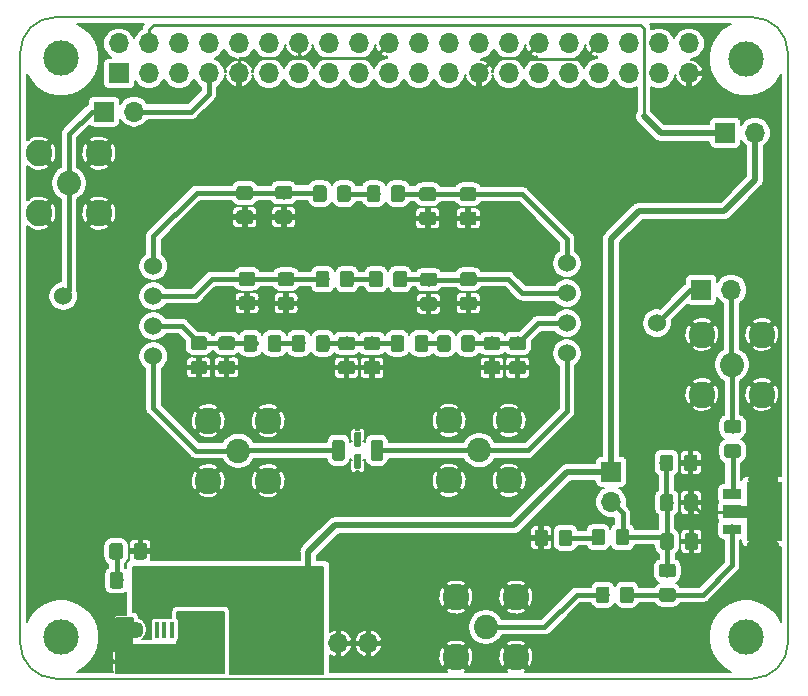
<source format=gtl>
G04 #@! TF.GenerationSoftware,KiCad,Pcbnew,(5.1.4)-1*
G04 #@! TF.CreationDate,2019-10-20T15:20:57+05:30*
G04 #@! TF.ProjectId,RPi Hat RF Transmitter V1,52506920-4861-4742-9052-46205472616e,rev?*
G04 #@! TF.SameCoordinates,Original*
G04 #@! TF.FileFunction,Copper,L1,Top*
G04 #@! TF.FilePolarity,Positive*
%FSLAX46Y46*%
G04 Gerber Fmt 4.6, Leading zero omitted, Abs format (unit mm)*
G04 Created by KiCad (PCBNEW (5.1.4)-1) date 2019-10-20 15:20:57*
%MOMM*%
%LPD*%
G04 APERTURE LIST*
%ADD10C,0.150000*%
%ADD11C,0.100000*%
%ADD12O,1.700000X1.700000*%
%ADD13R,1.700000X1.700000*%
%ADD14R,1.200000X1.900000*%
%ADD15O,1.200000X1.900000*%
%ADD16R,1.500000X1.900000*%
%ADD17C,1.450000*%
%ADD18R,0.400000X1.350000*%
%ADD19C,0.610000*%
%ADD20C,1.040000*%
%ADD21C,1.524000*%
%ADD22C,1.150000*%
%ADD23C,2.250000*%
%ADD24C,2.050000*%
%ADD25C,3.000000*%
%ADD26C,1.100000*%
%ADD27C,0.800000*%
%ADD28C,0.500000*%
%ADD29C,0.250000*%
%ADD30C,0.400000*%
%ADD31C,0.500000*%
%ADD32C,0.600000*%
%ADD33C,0.200000*%
G04 APERTURE END LIST*
D10*
X78546356Y-63817611D02*
X78546356Y-113817611D01*
X140546356Y-60817611D02*
X81546356Y-60817611D01*
X143546351Y-113822847D02*
X143546356Y-63817611D01*
X81546356Y-116817611D02*
X140546356Y-116817611D01*
X78546356Y-63817611D02*
G75*
G02X81546356Y-60817611I3000000J0D01*
G01*
X140546356Y-60817611D02*
G75*
G02X143546356Y-63817611I0J-3000000D01*
G01*
X81546356Y-116817611D02*
G75*
G02X78546356Y-113817611I0J3000000D01*
G01*
X143546351Y-113822847D02*
G75*
G02X140546356Y-116817611I-2999995J5236D01*
G01*
D11*
G36*
X139514500Y-102207500D02*
G01*
X139514500Y-103160000D01*
X140149500Y-103160000D01*
X140149500Y-102207500D01*
X139514500Y-102207500D01*
G37*
X139514500Y-102207500D02*
X139514500Y-103160000D01*
X140149500Y-103160000D01*
X140149500Y-102207500D01*
X139514500Y-102207500D01*
D12*
X138760000Y-83900000D03*
D13*
X136220000Y-83900000D03*
D12*
X88200000Y-68820000D03*
D13*
X85660000Y-68820000D03*
D14*
X87857500Y-115379500D03*
X93657500Y-115379500D03*
D15*
X94257500Y-115379500D03*
X87257500Y-115379500D03*
D16*
X89757500Y-115379500D03*
D17*
X93257500Y-112679500D03*
D18*
X90757500Y-112679500D03*
X91407500Y-112679500D03*
X92057500Y-112679500D03*
X89457500Y-112679500D03*
X90107500Y-112679500D03*
D17*
X88257500Y-112679500D03*
D16*
X91757500Y-115379500D03*
D19*
X107120000Y-96395000D03*
X107120000Y-98605000D03*
D11*
G36*
X107287448Y-95950734D02*
G01*
X107302251Y-95952930D01*
X107316768Y-95956567D01*
X107330859Y-95961608D01*
X107344388Y-95968007D01*
X107357224Y-95975701D01*
X107369245Y-95984616D01*
X107380334Y-95994666D01*
X107390384Y-96005755D01*
X107399299Y-96017776D01*
X107406993Y-96030612D01*
X107413392Y-96044141D01*
X107418433Y-96058232D01*
X107422070Y-96072749D01*
X107424266Y-96087552D01*
X107425000Y-96102500D01*
X107425000Y-97042500D01*
X107424266Y-97057448D01*
X107422070Y-97072251D01*
X107418433Y-97086768D01*
X107413392Y-97100859D01*
X107406993Y-97114388D01*
X107399299Y-97127224D01*
X107390384Y-97139245D01*
X107380334Y-97150334D01*
X107369245Y-97160384D01*
X107357224Y-97169299D01*
X107344388Y-97176993D01*
X107330859Y-97183392D01*
X107316768Y-97188433D01*
X107302251Y-97192070D01*
X107287448Y-97194266D01*
X107272500Y-97195000D01*
X106967500Y-97195000D01*
X106952552Y-97194266D01*
X106937749Y-97192070D01*
X106923232Y-97188433D01*
X106909141Y-97183392D01*
X106895612Y-97176993D01*
X106882776Y-97169299D01*
X106870755Y-97160384D01*
X106859666Y-97150334D01*
X106849616Y-97139245D01*
X106840701Y-97127224D01*
X106833007Y-97114388D01*
X106826608Y-97100859D01*
X106821567Y-97086768D01*
X106817930Y-97072251D01*
X106815734Y-97057448D01*
X106815000Y-97042500D01*
X106815000Y-96102500D01*
X106815734Y-96087552D01*
X106817930Y-96072749D01*
X106821567Y-96058232D01*
X106826608Y-96044141D01*
X106833007Y-96030612D01*
X106840701Y-96017776D01*
X106849616Y-96005755D01*
X106859666Y-95994666D01*
X106870755Y-95984616D01*
X106882776Y-95975701D01*
X106895612Y-95968007D01*
X106909141Y-95961608D01*
X106923232Y-95956567D01*
X106937749Y-95952930D01*
X106952552Y-95950734D01*
X106967500Y-95950000D01*
X107272500Y-95950000D01*
X107287448Y-95950734D01*
X107287448Y-95950734D01*
G37*
D19*
X107120000Y-96572500D03*
D11*
G36*
X107287448Y-97805734D02*
G01*
X107302251Y-97807930D01*
X107316768Y-97811567D01*
X107330859Y-97816608D01*
X107344388Y-97823007D01*
X107357224Y-97830701D01*
X107369245Y-97839616D01*
X107380334Y-97849666D01*
X107390384Y-97860755D01*
X107399299Y-97872776D01*
X107406993Y-97885612D01*
X107413392Y-97899141D01*
X107418433Y-97913232D01*
X107422070Y-97927749D01*
X107424266Y-97942552D01*
X107425000Y-97957500D01*
X107425000Y-98897500D01*
X107424266Y-98912448D01*
X107422070Y-98927251D01*
X107418433Y-98941768D01*
X107413392Y-98955859D01*
X107406993Y-98969388D01*
X107399299Y-98982224D01*
X107390384Y-98994245D01*
X107380334Y-99005334D01*
X107369245Y-99015384D01*
X107357224Y-99024299D01*
X107344388Y-99031993D01*
X107330859Y-99038392D01*
X107316768Y-99043433D01*
X107302251Y-99047070D01*
X107287448Y-99049266D01*
X107272500Y-99050000D01*
X106967500Y-99050000D01*
X106952552Y-99049266D01*
X106937749Y-99047070D01*
X106923232Y-99043433D01*
X106909141Y-99038392D01*
X106895612Y-99031993D01*
X106882776Y-99024299D01*
X106870755Y-99015384D01*
X106859666Y-99005334D01*
X106849616Y-98994245D01*
X106840701Y-98982224D01*
X106833007Y-98969388D01*
X106826608Y-98955859D01*
X106821567Y-98941768D01*
X106817930Y-98927251D01*
X106815734Y-98912448D01*
X106815000Y-98897500D01*
X106815000Y-97957500D01*
X106815734Y-97942552D01*
X106817930Y-97927749D01*
X106821567Y-97913232D01*
X106826608Y-97899141D01*
X106833007Y-97885612D01*
X106840701Y-97872776D01*
X106849616Y-97860755D01*
X106859666Y-97849666D01*
X106870755Y-97839616D01*
X106882776Y-97830701D01*
X106895612Y-97823007D01*
X106909141Y-97816608D01*
X106923232Y-97811567D01*
X106937749Y-97807930D01*
X106952552Y-97805734D01*
X106967500Y-97805000D01*
X107272500Y-97805000D01*
X107287448Y-97805734D01*
X107287448Y-97805734D01*
G37*
D19*
X107120000Y-98427500D03*
D11*
G36*
X109039865Y-96601202D02*
G01*
X109064095Y-96604796D01*
X109087855Y-96610748D01*
X109110918Y-96619000D01*
X109133061Y-96629472D01*
X109154070Y-96642065D01*
X109173745Y-96656657D01*
X109191894Y-96673106D01*
X109208343Y-96691255D01*
X109222935Y-96710930D01*
X109235528Y-96731939D01*
X109246000Y-96754082D01*
X109254252Y-96777145D01*
X109260204Y-96800905D01*
X109263798Y-96825135D01*
X109265000Y-96849600D01*
X109265000Y-98150400D01*
X109263798Y-98174865D01*
X109260204Y-98199095D01*
X109254252Y-98222855D01*
X109246000Y-98245918D01*
X109235528Y-98268061D01*
X109222935Y-98289070D01*
X109208343Y-98308745D01*
X109191894Y-98326894D01*
X109173745Y-98343343D01*
X109154070Y-98357935D01*
X109133061Y-98370528D01*
X109110918Y-98381000D01*
X109087855Y-98389252D01*
X109064095Y-98395204D01*
X109039865Y-98398798D01*
X109015400Y-98400000D01*
X108474600Y-98400000D01*
X108450135Y-98398798D01*
X108425905Y-98395204D01*
X108402145Y-98389252D01*
X108379082Y-98381000D01*
X108356939Y-98370528D01*
X108335930Y-98357935D01*
X108316255Y-98343343D01*
X108298106Y-98326894D01*
X108281657Y-98308745D01*
X108267065Y-98289070D01*
X108254472Y-98268061D01*
X108244000Y-98245918D01*
X108235748Y-98222855D01*
X108229796Y-98199095D01*
X108226202Y-98174865D01*
X108225000Y-98150400D01*
X108225000Y-96849600D01*
X108226202Y-96825135D01*
X108229796Y-96800905D01*
X108235748Y-96777145D01*
X108244000Y-96754082D01*
X108254472Y-96731939D01*
X108267065Y-96710930D01*
X108281657Y-96691255D01*
X108298106Y-96673106D01*
X108316255Y-96656657D01*
X108335930Y-96642065D01*
X108356939Y-96629472D01*
X108379082Y-96619000D01*
X108402145Y-96610748D01*
X108425905Y-96604796D01*
X108450135Y-96601202D01*
X108474600Y-96600000D01*
X109015400Y-96600000D01*
X109039865Y-96601202D01*
X109039865Y-96601202D01*
G37*
D20*
X108745000Y-97500000D03*
D11*
G36*
X105789865Y-96601202D02*
G01*
X105814095Y-96604796D01*
X105837855Y-96610748D01*
X105860918Y-96619000D01*
X105883061Y-96629472D01*
X105904070Y-96642065D01*
X105923745Y-96656657D01*
X105941894Y-96673106D01*
X105958343Y-96691255D01*
X105972935Y-96710930D01*
X105985528Y-96731939D01*
X105996000Y-96754082D01*
X106004252Y-96777145D01*
X106010204Y-96800905D01*
X106013798Y-96825135D01*
X106015000Y-96849600D01*
X106015000Y-98150400D01*
X106013798Y-98174865D01*
X106010204Y-98199095D01*
X106004252Y-98222855D01*
X105996000Y-98245918D01*
X105985528Y-98268061D01*
X105972935Y-98289070D01*
X105958343Y-98308745D01*
X105941894Y-98326894D01*
X105923745Y-98343343D01*
X105904070Y-98357935D01*
X105883061Y-98370528D01*
X105860918Y-98381000D01*
X105837855Y-98389252D01*
X105814095Y-98395204D01*
X105789865Y-98398798D01*
X105765400Y-98400000D01*
X105224600Y-98400000D01*
X105200135Y-98398798D01*
X105175905Y-98395204D01*
X105152145Y-98389252D01*
X105129082Y-98381000D01*
X105106939Y-98370528D01*
X105085930Y-98357935D01*
X105066255Y-98343343D01*
X105048106Y-98326894D01*
X105031657Y-98308745D01*
X105017065Y-98289070D01*
X105004472Y-98268061D01*
X104994000Y-98245918D01*
X104985748Y-98222855D01*
X104979796Y-98199095D01*
X104976202Y-98174865D01*
X104975000Y-98150400D01*
X104975000Y-96849600D01*
X104976202Y-96825135D01*
X104979796Y-96800905D01*
X104985748Y-96777145D01*
X104994000Y-96754082D01*
X105004472Y-96731939D01*
X105017065Y-96710930D01*
X105031657Y-96691255D01*
X105048106Y-96673106D01*
X105066255Y-96656657D01*
X105085930Y-96642065D01*
X105106939Y-96629472D01*
X105129082Y-96619000D01*
X105152145Y-96610748D01*
X105175905Y-96604796D01*
X105200135Y-96601202D01*
X105224600Y-96600000D01*
X105765400Y-96600000D01*
X105789865Y-96601202D01*
X105789865Y-96601202D01*
G37*
D20*
X105495000Y-97500000D03*
D21*
X89820000Y-81900000D03*
X89820000Y-84440000D03*
X89820000Y-86980000D03*
X89820000Y-89520000D03*
X82200000Y-84440000D03*
X124840000Y-89280000D03*
X124840000Y-86740000D03*
X124840000Y-84200000D03*
X124840000Y-81660000D03*
X132460000Y-86740000D03*
D11*
G36*
X121135505Y-89923204D02*
G01*
X121159773Y-89926804D01*
X121183572Y-89932765D01*
X121206671Y-89941030D01*
X121228850Y-89951520D01*
X121249893Y-89964132D01*
X121269599Y-89978747D01*
X121287777Y-89995223D01*
X121304253Y-90013401D01*
X121318868Y-90033107D01*
X121331480Y-90054150D01*
X121341970Y-90076329D01*
X121350235Y-90099428D01*
X121356196Y-90123227D01*
X121359796Y-90147495D01*
X121361000Y-90171999D01*
X121361000Y-90822001D01*
X121359796Y-90846505D01*
X121356196Y-90870773D01*
X121350235Y-90894572D01*
X121341970Y-90917671D01*
X121331480Y-90939850D01*
X121318868Y-90960893D01*
X121304253Y-90980599D01*
X121287777Y-90998777D01*
X121269599Y-91015253D01*
X121249893Y-91029868D01*
X121228850Y-91042480D01*
X121206671Y-91052970D01*
X121183572Y-91061235D01*
X121159773Y-91067196D01*
X121135505Y-91070796D01*
X121111001Y-91072000D01*
X120210999Y-91072000D01*
X120186495Y-91070796D01*
X120162227Y-91067196D01*
X120138428Y-91061235D01*
X120115329Y-91052970D01*
X120093150Y-91042480D01*
X120072107Y-91029868D01*
X120052401Y-91015253D01*
X120034223Y-90998777D01*
X120017747Y-90980599D01*
X120003132Y-90960893D01*
X119990520Y-90939850D01*
X119980030Y-90917671D01*
X119971765Y-90894572D01*
X119965804Y-90870773D01*
X119962204Y-90846505D01*
X119961000Y-90822001D01*
X119961000Y-90171999D01*
X119962204Y-90147495D01*
X119965804Y-90123227D01*
X119971765Y-90099428D01*
X119980030Y-90076329D01*
X119990520Y-90054150D01*
X120003132Y-90033107D01*
X120017747Y-90013401D01*
X120034223Y-89995223D01*
X120052401Y-89978747D01*
X120072107Y-89964132D01*
X120093150Y-89951520D01*
X120115329Y-89941030D01*
X120138428Y-89932765D01*
X120162227Y-89926804D01*
X120186495Y-89923204D01*
X120210999Y-89922000D01*
X121111001Y-89922000D01*
X121135505Y-89923204D01*
X121135505Y-89923204D01*
G37*
D22*
X120661000Y-90497000D03*
D11*
G36*
X121135505Y-87873204D02*
G01*
X121159773Y-87876804D01*
X121183572Y-87882765D01*
X121206671Y-87891030D01*
X121228850Y-87901520D01*
X121249893Y-87914132D01*
X121269599Y-87928747D01*
X121287777Y-87945223D01*
X121304253Y-87963401D01*
X121318868Y-87983107D01*
X121331480Y-88004150D01*
X121341970Y-88026329D01*
X121350235Y-88049428D01*
X121356196Y-88073227D01*
X121359796Y-88097495D01*
X121361000Y-88121999D01*
X121361000Y-88772001D01*
X121359796Y-88796505D01*
X121356196Y-88820773D01*
X121350235Y-88844572D01*
X121341970Y-88867671D01*
X121331480Y-88889850D01*
X121318868Y-88910893D01*
X121304253Y-88930599D01*
X121287777Y-88948777D01*
X121269599Y-88965253D01*
X121249893Y-88979868D01*
X121228850Y-88992480D01*
X121206671Y-89002970D01*
X121183572Y-89011235D01*
X121159773Y-89017196D01*
X121135505Y-89020796D01*
X121111001Y-89022000D01*
X120210999Y-89022000D01*
X120186495Y-89020796D01*
X120162227Y-89017196D01*
X120138428Y-89011235D01*
X120115329Y-89002970D01*
X120093150Y-88992480D01*
X120072107Y-88979868D01*
X120052401Y-88965253D01*
X120034223Y-88948777D01*
X120017747Y-88930599D01*
X120003132Y-88910893D01*
X119990520Y-88889850D01*
X119980030Y-88867671D01*
X119971765Y-88844572D01*
X119965804Y-88820773D01*
X119962204Y-88796505D01*
X119961000Y-88772001D01*
X119961000Y-88121999D01*
X119962204Y-88097495D01*
X119965804Y-88073227D01*
X119971765Y-88049428D01*
X119980030Y-88026329D01*
X119990520Y-88004150D01*
X120003132Y-87983107D01*
X120017747Y-87963401D01*
X120034223Y-87945223D01*
X120052401Y-87928747D01*
X120072107Y-87914132D01*
X120093150Y-87901520D01*
X120115329Y-87891030D01*
X120138428Y-87882765D01*
X120162227Y-87876804D01*
X120186495Y-87873204D01*
X120210999Y-87872000D01*
X121111001Y-87872000D01*
X121135505Y-87873204D01*
X121135505Y-87873204D01*
G37*
D22*
X120661000Y-88447000D03*
D11*
G36*
X116828505Y-87748204D02*
G01*
X116852773Y-87751804D01*
X116876572Y-87757765D01*
X116899671Y-87766030D01*
X116921850Y-87776520D01*
X116942893Y-87789132D01*
X116962599Y-87803747D01*
X116980777Y-87820223D01*
X116997253Y-87838401D01*
X117011868Y-87858107D01*
X117024480Y-87879150D01*
X117034970Y-87901329D01*
X117043235Y-87924428D01*
X117049196Y-87948227D01*
X117052796Y-87972495D01*
X117054000Y-87996999D01*
X117054000Y-88897001D01*
X117052796Y-88921505D01*
X117049196Y-88945773D01*
X117043235Y-88969572D01*
X117034970Y-88992671D01*
X117024480Y-89014850D01*
X117011868Y-89035893D01*
X116997253Y-89055599D01*
X116980777Y-89073777D01*
X116962599Y-89090253D01*
X116942893Y-89104868D01*
X116921850Y-89117480D01*
X116899671Y-89127970D01*
X116876572Y-89136235D01*
X116852773Y-89142196D01*
X116828505Y-89145796D01*
X116804001Y-89147000D01*
X116153999Y-89147000D01*
X116129495Y-89145796D01*
X116105227Y-89142196D01*
X116081428Y-89136235D01*
X116058329Y-89127970D01*
X116036150Y-89117480D01*
X116015107Y-89104868D01*
X115995401Y-89090253D01*
X115977223Y-89073777D01*
X115960747Y-89055599D01*
X115946132Y-89035893D01*
X115933520Y-89014850D01*
X115923030Y-88992671D01*
X115914765Y-88969572D01*
X115908804Y-88945773D01*
X115905204Y-88921505D01*
X115904000Y-88897001D01*
X115904000Y-87996999D01*
X115905204Y-87972495D01*
X115908804Y-87948227D01*
X115914765Y-87924428D01*
X115923030Y-87901329D01*
X115933520Y-87879150D01*
X115946132Y-87858107D01*
X115960747Y-87838401D01*
X115977223Y-87820223D01*
X115995401Y-87803747D01*
X116015107Y-87789132D01*
X116036150Y-87776520D01*
X116058329Y-87766030D01*
X116081428Y-87757765D01*
X116105227Y-87751804D01*
X116129495Y-87748204D01*
X116153999Y-87747000D01*
X116804001Y-87747000D01*
X116828505Y-87748204D01*
X116828505Y-87748204D01*
G37*
D22*
X116479000Y-88447000D03*
D11*
G36*
X114778505Y-87748204D02*
G01*
X114802773Y-87751804D01*
X114826572Y-87757765D01*
X114849671Y-87766030D01*
X114871850Y-87776520D01*
X114892893Y-87789132D01*
X114912599Y-87803747D01*
X114930777Y-87820223D01*
X114947253Y-87838401D01*
X114961868Y-87858107D01*
X114974480Y-87879150D01*
X114984970Y-87901329D01*
X114993235Y-87924428D01*
X114999196Y-87948227D01*
X115002796Y-87972495D01*
X115004000Y-87996999D01*
X115004000Y-88897001D01*
X115002796Y-88921505D01*
X114999196Y-88945773D01*
X114993235Y-88969572D01*
X114984970Y-88992671D01*
X114974480Y-89014850D01*
X114961868Y-89035893D01*
X114947253Y-89055599D01*
X114930777Y-89073777D01*
X114912599Y-89090253D01*
X114892893Y-89104868D01*
X114871850Y-89117480D01*
X114849671Y-89127970D01*
X114826572Y-89136235D01*
X114802773Y-89142196D01*
X114778505Y-89145796D01*
X114754001Y-89147000D01*
X114103999Y-89147000D01*
X114079495Y-89145796D01*
X114055227Y-89142196D01*
X114031428Y-89136235D01*
X114008329Y-89127970D01*
X113986150Y-89117480D01*
X113965107Y-89104868D01*
X113945401Y-89090253D01*
X113927223Y-89073777D01*
X113910747Y-89055599D01*
X113896132Y-89035893D01*
X113883520Y-89014850D01*
X113873030Y-88992671D01*
X113864765Y-88969572D01*
X113858804Y-88945773D01*
X113855204Y-88921505D01*
X113854000Y-88897001D01*
X113854000Y-87996999D01*
X113855204Y-87972495D01*
X113858804Y-87948227D01*
X113864765Y-87924428D01*
X113873030Y-87901329D01*
X113883520Y-87879150D01*
X113896132Y-87858107D01*
X113910747Y-87838401D01*
X113927223Y-87820223D01*
X113945401Y-87803747D01*
X113965107Y-87789132D01*
X113986150Y-87776520D01*
X114008329Y-87766030D01*
X114031428Y-87757765D01*
X114055227Y-87751804D01*
X114079495Y-87748204D01*
X114103999Y-87747000D01*
X114754001Y-87747000D01*
X114778505Y-87748204D01*
X114778505Y-87748204D01*
G37*
D22*
X114429000Y-88447000D03*
D11*
G36*
X118976505Y-89923204D02*
G01*
X119000773Y-89926804D01*
X119024572Y-89932765D01*
X119047671Y-89941030D01*
X119069850Y-89951520D01*
X119090893Y-89964132D01*
X119110599Y-89978747D01*
X119128777Y-89995223D01*
X119145253Y-90013401D01*
X119159868Y-90033107D01*
X119172480Y-90054150D01*
X119182970Y-90076329D01*
X119191235Y-90099428D01*
X119197196Y-90123227D01*
X119200796Y-90147495D01*
X119202000Y-90171999D01*
X119202000Y-90822001D01*
X119200796Y-90846505D01*
X119197196Y-90870773D01*
X119191235Y-90894572D01*
X119182970Y-90917671D01*
X119172480Y-90939850D01*
X119159868Y-90960893D01*
X119145253Y-90980599D01*
X119128777Y-90998777D01*
X119110599Y-91015253D01*
X119090893Y-91029868D01*
X119069850Y-91042480D01*
X119047671Y-91052970D01*
X119024572Y-91061235D01*
X119000773Y-91067196D01*
X118976505Y-91070796D01*
X118952001Y-91072000D01*
X118051999Y-91072000D01*
X118027495Y-91070796D01*
X118003227Y-91067196D01*
X117979428Y-91061235D01*
X117956329Y-91052970D01*
X117934150Y-91042480D01*
X117913107Y-91029868D01*
X117893401Y-91015253D01*
X117875223Y-90998777D01*
X117858747Y-90980599D01*
X117844132Y-90960893D01*
X117831520Y-90939850D01*
X117821030Y-90917671D01*
X117812765Y-90894572D01*
X117806804Y-90870773D01*
X117803204Y-90846505D01*
X117802000Y-90822001D01*
X117802000Y-90171999D01*
X117803204Y-90147495D01*
X117806804Y-90123227D01*
X117812765Y-90099428D01*
X117821030Y-90076329D01*
X117831520Y-90054150D01*
X117844132Y-90033107D01*
X117858747Y-90013401D01*
X117875223Y-89995223D01*
X117893401Y-89978747D01*
X117913107Y-89964132D01*
X117934150Y-89951520D01*
X117956329Y-89941030D01*
X117979428Y-89932765D01*
X118003227Y-89926804D01*
X118027495Y-89923204D01*
X118051999Y-89922000D01*
X118952001Y-89922000D01*
X118976505Y-89923204D01*
X118976505Y-89923204D01*
G37*
D22*
X118502000Y-90497000D03*
D11*
G36*
X118976505Y-87873204D02*
G01*
X119000773Y-87876804D01*
X119024572Y-87882765D01*
X119047671Y-87891030D01*
X119069850Y-87901520D01*
X119090893Y-87914132D01*
X119110599Y-87928747D01*
X119128777Y-87945223D01*
X119145253Y-87963401D01*
X119159868Y-87983107D01*
X119172480Y-88004150D01*
X119182970Y-88026329D01*
X119191235Y-88049428D01*
X119197196Y-88073227D01*
X119200796Y-88097495D01*
X119202000Y-88121999D01*
X119202000Y-88772001D01*
X119200796Y-88796505D01*
X119197196Y-88820773D01*
X119191235Y-88844572D01*
X119182970Y-88867671D01*
X119172480Y-88889850D01*
X119159868Y-88910893D01*
X119145253Y-88930599D01*
X119128777Y-88948777D01*
X119110599Y-88965253D01*
X119090893Y-88979868D01*
X119069850Y-88992480D01*
X119047671Y-89002970D01*
X119024572Y-89011235D01*
X119000773Y-89017196D01*
X118976505Y-89020796D01*
X118952001Y-89022000D01*
X118051999Y-89022000D01*
X118027495Y-89020796D01*
X118003227Y-89017196D01*
X117979428Y-89011235D01*
X117956329Y-89002970D01*
X117934150Y-88992480D01*
X117913107Y-88979868D01*
X117893401Y-88965253D01*
X117875223Y-88948777D01*
X117858747Y-88930599D01*
X117844132Y-88910893D01*
X117831520Y-88889850D01*
X117821030Y-88867671D01*
X117812765Y-88844572D01*
X117806804Y-88820773D01*
X117803204Y-88796505D01*
X117802000Y-88772001D01*
X117802000Y-88121999D01*
X117803204Y-88097495D01*
X117806804Y-88073227D01*
X117812765Y-88049428D01*
X117821030Y-88026329D01*
X117831520Y-88004150D01*
X117844132Y-87983107D01*
X117858747Y-87963401D01*
X117875223Y-87945223D01*
X117893401Y-87928747D01*
X117913107Y-87914132D01*
X117934150Y-87901520D01*
X117956329Y-87891030D01*
X117979428Y-87882765D01*
X118003227Y-87876804D01*
X118027495Y-87873204D01*
X118051999Y-87872000D01*
X118952001Y-87872000D01*
X118976505Y-87873204D01*
X118976505Y-87873204D01*
G37*
D22*
X118502000Y-88447000D03*
D11*
G36*
X112882505Y-87748204D02*
G01*
X112906773Y-87751804D01*
X112930572Y-87757765D01*
X112953671Y-87766030D01*
X112975850Y-87776520D01*
X112996893Y-87789132D01*
X113016599Y-87803747D01*
X113034777Y-87820223D01*
X113051253Y-87838401D01*
X113065868Y-87858107D01*
X113078480Y-87879150D01*
X113088970Y-87901329D01*
X113097235Y-87924428D01*
X113103196Y-87948227D01*
X113106796Y-87972495D01*
X113108000Y-87996999D01*
X113108000Y-88897001D01*
X113106796Y-88921505D01*
X113103196Y-88945773D01*
X113097235Y-88969572D01*
X113088970Y-88992671D01*
X113078480Y-89014850D01*
X113065868Y-89035893D01*
X113051253Y-89055599D01*
X113034777Y-89073777D01*
X113016599Y-89090253D01*
X112996893Y-89104868D01*
X112975850Y-89117480D01*
X112953671Y-89127970D01*
X112930572Y-89136235D01*
X112906773Y-89142196D01*
X112882505Y-89145796D01*
X112858001Y-89147000D01*
X112207999Y-89147000D01*
X112183495Y-89145796D01*
X112159227Y-89142196D01*
X112135428Y-89136235D01*
X112112329Y-89127970D01*
X112090150Y-89117480D01*
X112069107Y-89104868D01*
X112049401Y-89090253D01*
X112031223Y-89073777D01*
X112014747Y-89055599D01*
X112000132Y-89035893D01*
X111987520Y-89014850D01*
X111977030Y-88992671D01*
X111968765Y-88969572D01*
X111962804Y-88945773D01*
X111959204Y-88921505D01*
X111958000Y-88897001D01*
X111958000Y-87996999D01*
X111959204Y-87972495D01*
X111962804Y-87948227D01*
X111968765Y-87924428D01*
X111977030Y-87901329D01*
X111987520Y-87879150D01*
X112000132Y-87858107D01*
X112014747Y-87838401D01*
X112031223Y-87820223D01*
X112049401Y-87803747D01*
X112069107Y-87789132D01*
X112090150Y-87776520D01*
X112112329Y-87766030D01*
X112135428Y-87757765D01*
X112159227Y-87751804D01*
X112183495Y-87748204D01*
X112207999Y-87747000D01*
X112858001Y-87747000D01*
X112882505Y-87748204D01*
X112882505Y-87748204D01*
G37*
D22*
X112533000Y-88447000D03*
D11*
G36*
X110832505Y-87748204D02*
G01*
X110856773Y-87751804D01*
X110880572Y-87757765D01*
X110903671Y-87766030D01*
X110925850Y-87776520D01*
X110946893Y-87789132D01*
X110966599Y-87803747D01*
X110984777Y-87820223D01*
X111001253Y-87838401D01*
X111015868Y-87858107D01*
X111028480Y-87879150D01*
X111038970Y-87901329D01*
X111047235Y-87924428D01*
X111053196Y-87948227D01*
X111056796Y-87972495D01*
X111058000Y-87996999D01*
X111058000Y-88897001D01*
X111056796Y-88921505D01*
X111053196Y-88945773D01*
X111047235Y-88969572D01*
X111038970Y-88992671D01*
X111028480Y-89014850D01*
X111015868Y-89035893D01*
X111001253Y-89055599D01*
X110984777Y-89073777D01*
X110966599Y-89090253D01*
X110946893Y-89104868D01*
X110925850Y-89117480D01*
X110903671Y-89127970D01*
X110880572Y-89136235D01*
X110856773Y-89142196D01*
X110832505Y-89145796D01*
X110808001Y-89147000D01*
X110157999Y-89147000D01*
X110133495Y-89145796D01*
X110109227Y-89142196D01*
X110085428Y-89136235D01*
X110062329Y-89127970D01*
X110040150Y-89117480D01*
X110019107Y-89104868D01*
X109999401Y-89090253D01*
X109981223Y-89073777D01*
X109964747Y-89055599D01*
X109950132Y-89035893D01*
X109937520Y-89014850D01*
X109927030Y-88992671D01*
X109918765Y-88969572D01*
X109912804Y-88945773D01*
X109909204Y-88921505D01*
X109908000Y-88897001D01*
X109908000Y-87996999D01*
X109909204Y-87972495D01*
X109912804Y-87948227D01*
X109918765Y-87924428D01*
X109927030Y-87901329D01*
X109937520Y-87879150D01*
X109950132Y-87858107D01*
X109964747Y-87838401D01*
X109981223Y-87820223D01*
X109999401Y-87803747D01*
X110019107Y-87789132D01*
X110040150Y-87776520D01*
X110062329Y-87766030D01*
X110085428Y-87757765D01*
X110109227Y-87751804D01*
X110133495Y-87748204D01*
X110157999Y-87747000D01*
X110808001Y-87747000D01*
X110832505Y-87748204D01*
X110832505Y-87748204D01*
G37*
D22*
X110483000Y-88447000D03*
D11*
G36*
X135731505Y-104520704D02*
G01*
X135755773Y-104524304D01*
X135779572Y-104530265D01*
X135802671Y-104538530D01*
X135824850Y-104549020D01*
X135845893Y-104561632D01*
X135865599Y-104576247D01*
X135883777Y-104592723D01*
X135900253Y-104610901D01*
X135914868Y-104630607D01*
X135927480Y-104651650D01*
X135937970Y-104673829D01*
X135946235Y-104696928D01*
X135952196Y-104720727D01*
X135955796Y-104744995D01*
X135957000Y-104769499D01*
X135957000Y-105669501D01*
X135955796Y-105694005D01*
X135952196Y-105718273D01*
X135946235Y-105742072D01*
X135937970Y-105765171D01*
X135927480Y-105787350D01*
X135914868Y-105808393D01*
X135900253Y-105828099D01*
X135883777Y-105846277D01*
X135865599Y-105862753D01*
X135845893Y-105877368D01*
X135824850Y-105889980D01*
X135802671Y-105900470D01*
X135779572Y-105908735D01*
X135755773Y-105914696D01*
X135731505Y-105918296D01*
X135707001Y-105919500D01*
X135056999Y-105919500D01*
X135032495Y-105918296D01*
X135008227Y-105914696D01*
X134984428Y-105908735D01*
X134961329Y-105900470D01*
X134939150Y-105889980D01*
X134918107Y-105877368D01*
X134898401Y-105862753D01*
X134880223Y-105846277D01*
X134863747Y-105828099D01*
X134849132Y-105808393D01*
X134836520Y-105787350D01*
X134826030Y-105765171D01*
X134817765Y-105742072D01*
X134811804Y-105718273D01*
X134808204Y-105694005D01*
X134807000Y-105669501D01*
X134807000Y-104769499D01*
X134808204Y-104744995D01*
X134811804Y-104720727D01*
X134817765Y-104696928D01*
X134826030Y-104673829D01*
X134836520Y-104651650D01*
X134849132Y-104630607D01*
X134863747Y-104610901D01*
X134880223Y-104592723D01*
X134898401Y-104576247D01*
X134918107Y-104561632D01*
X134939150Y-104549020D01*
X134961329Y-104538530D01*
X134984428Y-104530265D01*
X135008227Y-104524304D01*
X135032495Y-104520704D01*
X135056999Y-104519500D01*
X135707001Y-104519500D01*
X135731505Y-104520704D01*
X135731505Y-104520704D01*
G37*
D22*
X135382000Y-105219500D03*
D11*
G36*
X133681505Y-104520704D02*
G01*
X133705773Y-104524304D01*
X133729572Y-104530265D01*
X133752671Y-104538530D01*
X133774850Y-104549020D01*
X133795893Y-104561632D01*
X133815599Y-104576247D01*
X133833777Y-104592723D01*
X133850253Y-104610901D01*
X133864868Y-104630607D01*
X133877480Y-104651650D01*
X133887970Y-104673829D01*
X133896235Y-104696928D01*
X133902196Y-104720727D01*
X133905796Y-104744995D01*
X133907000Y-104769499D01*
X133907000Y-105669501D01*
X133905796Y-105694005D01*
X133902196Y-105718273D01*
X133896235Y-105742072D01*
X133887970Y-105765171D01*
X133877480Y-105787350D01*
X133864868Y-105808393D01*
X133850253Y-105828099D01*
X133833777Y-105846277D01*
X133815599Y-105862753D01*
X133795893Y-105877368D01*
X133774850Y-105889980D01*
X133752671Y-105900470D01*
X133729572Y-105908735D01*
X133705773Y-105914696D01*
X133681505Y-105918296D01*
X133657001Y-105919500D01*
X133006999Y-105919500D01*
X132982495Y-105918296D01*
X132958227Y-105914696D01*
X132934428Y-105908735D01*
X132911329Y-105900470D01*
X132889150Y-105889980D01*
X132868107Y-105877368D01*
X132848401Y-105862753D01*
X132830223Y-105846277D01*
X132813747Y-105828099D01*
X132799132Y-105808393D01*
X132786520Y-105787350D01*
X132776030Y-105765171D01*
X132767765Y-105742072D01*
X132761804Y-105718273D01*
X132758204Y-105694005D01*
X132757000Y-105669501D01*
X132757000Y-104769499D01*
X132758204Y-104744995D01*
X132761804Y-104720727D01*
X132767765Y-104696928D01*
X132776030Y-104673829D01*
X132786520Y-104651650D01*
X132799132Y-104630607D01*
X132813747Y-104610901D01*
X132830223Y-104592723D01*
X132848401Y-104576247D01*
X132868107Y-104561632D01*
X132889150Y-104549020D01*
X132911329Y-104538530D01*
X132934428Y-104530265D01*
X132958227Y-104524304D01*
X132982495Y-104520704D01*
X133006999Y-104519500D01*
X133657001Y-104519500D01*
X133681505Y-104520704D01*
X133681505Y-104520704D01*
G37*
D22*
X133332000Y-105219500D03*
D23*
X120523000Y-114998500D03*
X115443000Y-114998500D03*
X115443000Y-109918500D03*
X120523000Y-109918500D03*
D24*
X117983000Y-112458500D03*
D23*
X80140000Y-77420000D03*
X80140000Y-72340000D03*
X85220000Y-72340000D03*
X85220000Y-77420000D03*
D24*
X82680000Y-74880000D03*
D11*
G36*
X128220505Y-109029204D02*
G01*
X128244773Y-109032804D01*
X128268572Y-109038765D01*
X128291671Y-109047030D01*
X128313850Y-109057520D01*
X128334893Y-109070132D01*
X128354599Y-109084747D01*
X128372777Y-109101223D01*
X128389253Y-109119401D01*
X128403868Y-109139107D01*
X128416480Y-109160150D01*
X128426970Y-109182329D01*
X128435235Y-109205428D01*
X128441196Y-109229227D01*
X128444796Y-109253495D01*
X128446000Y-109277999D01*
X128446000Y-110178001D01*
X128444796Y-110202505D01*
X128441196Y-110226773D01*
X128435235Y-110250572D01*
X128426970Y-110273671D01*
X128416480Y-110295850D01*
X128403868Y-110316893D01*
X128389253Y-110336599D01*
X128372777Y-110354777D01*
X128354599Y-110371253D01*
X128334893Y-110385868D01*
X128313850Y-110398480D01*
X128291671Y-110408970D01*
X128268572Y-110417235D01*
X128244773Y-110423196D01*
X128220505Y-110426796D01*
X128196001Y-110428000D01*
X127545999Y-110428000D01*
X127521495Y-110426796D01*
X127497227Y-110423196D01*
X127473428Y-110417235D01*
X127450329Y-110408970D01*
X127428150Y-110398480D01*
X127407107Y-110385868D01*
X127387401Y-110371253D01*
X127369223Y-110354777D01*
X127352747Y-110336599D01*
X127338132Y-110316893D01*
X127325520Y-110295850D01*
X127315030Y-110273671D01*
X127306765Y-110250572D01*
X127300804Y-110226773D01*
X127297204Y-110202505D01*
X127296000Y-110178001D01*
X127296000Y-109277999D01*
X127297204Y-109253495D01*
X127300804Y-109229227D01*
X127306765Y-109205428D01*
X127315030Y-109182329D01*
X127325520Y-109160150D01*
X127338132Y-109139107D01*
X127352747Y-109119401D01*
X127369223Y-109101223D01*
X127387401Y-109084747D01*
X127407107Y-109070132D01*
X127428150Y-109057520D01*
X127450329Y-109047030D01*
X127473428Y-109038765D01*
X127497227Y-109032804D01*
X127521495Y-109029204D01*
X127545999Y-109028000D01*
X128196001Y-109028000D01*
X128220505Y-109029204D01*
X128220505Y-109029204D01*
G37*
D22*
X127871000Y-109728000D03*
D11*
G36*
X130270505Y-109029204D02*
G01*
X130294773Y-109032804D01*
X130318572Y-109038765D01*
X130341671Y-109047030D01*
X130363850Y-109057520D01*
X130384893Y-109070132D01*
X130404599Y-109084747D01*
X130422777Y-109101223D01*
X130439253Y-109119401D01*
X130453868Y-109139107D01*
X130466480Y-109160150D01*
X130476970Y-109182329D01*
X130485235Y-109205428D01*
X130491196Y-109229227D01*
X130494796Y-109253495D01*
X130496000Y-109277999D01*
X130496000Y-110178001D01*
X130494796Y-110202505D01*
X130491196Y-110226773D01*
X130485235Y-110250572D01*
X130476970Y-110273671D01*
X130466480Y-110295850D01*
X130453868Y-110316893D01*
X130439253Y-110336599D01*
X130422777Y-110354777D01*
X130404599Y-110371253D01*
X130384893Y-110385868D01*
X130363850Y-110398480D01*
X130341671Y-110408970D01*
X130318572Y-110417235D01*
X130294773Y-110423196D01*
X130270505Y-110426796D01*
X130246001Y-110428000D01*
X129595999Y-110428000D01*
X129571495Y-110426796D01*
X129547227Y-110423196D01*
X129523428Y-110417235D01*
X129500329Y-110408970D01*
X129478150Y-110398480D01*
X129457107Y-110385868D01*
X129437401Y-110371253D01*
X129419223Y-110354777D01*
X129402747Y-110336599D01*
X129388132Y-110316893D01*
X129375520Y-110295850D01*
X129365030Y-110273671D01*
X129356765Y-110250572D01*
X129350804Y-110226773D01*
X129347204Y-110202505D01*
X129346000Y-110178001D01*
X129346000Y-109277999D01*
X129347204Y-109253495D01*
X129350804Y-109229227D01*
X129356765Y-109205428D01*
X129365030Y-109182329D01*
X129375520Y-109160150D01*
X129388132Y-109139107D01*
X129402747Y-109119401D01*
X129419223Y-109101223D01*
X129437401Y-109084747D01*
X129457107Y-109070132D01*
X129478150Y-109057520D01*
X129500329Y-109047030D01*
X129523428Y-109038765D01*
X129547227Y-109032804D01*
X129571495Y-109029204D01*
X129595999Y-109028000D01*
X130246001Y-109028000D01*
X130270505Y-109029204D01*
X130270505Y-109029204D01*
G37*
D22*
X129921000Y-109728000D03*
D11*
G36*
X135686005Y-101218704D02*
G01*
X135710273Y-101222304D01*
X135734072Y-101228265D01*
X135757171Y-101236530D01*
X135779350Y-101247020D01*
X135800393Y-101259632D01*
X135820099Y-101274247D01*
X135838277Y-101290723D01*
X135854753Y-101308901D01*
X135869368Y-101328607D01*
X135881980Y-101349650D01*
X135892470Y-101371829D01*
X135900735Y-101394928D01*
X135906696Y-101418727D01*
X135910296Y-101442995D01*
X135911500Y-101467499D01*
X135911500Y-102367501D01*
X135910296Y-102392005D01*
X135906696Y-102416273D01*
X135900735Y-102440072D01*
X135892470Y-102463171D01*
X135881980Y-102485350D01*
X135869368Y-102506393D01*
X135854753Y-102526099D01*
X135838277Y-102544277D01*
X135820099Y-102560753D01*
X135800393Y-102575368D01*
X135779350Y-102587980D01*
X135757171Y-102598470D01*
X135734072Y-102606735D01*
X135710273Y-102612696D01*
X135686005Y-102616296D01*
X135661501Y-102617500D01*
X135011499Y-102617500D01*
X134986995Y-102616296D01*
X134962727Y-102612696D01*
X134938928Y-102606735D01*
X134915829Y-102598470D01*
X134893650Y-102587980D01*
X134872607Y-102575368D01*
X134852901Y-102560753D01*
X134834723Y-102544277D01*
X134818247Y-102526099D01*
X134803632Y-102506393D01*
X134791020Y-102485350D01*
X134780530Y-102463171D01*
X134772265Y-102440072D01*
X134766304Y-102416273D01*
X134762704Y-102392005D01*
X134761500Y-102367501D01*
X134761500Y-101467499D01*
X134762704Y-101442995D01*
X134766304Y-101418727D01*
X134772265Y-101394928D01*
X134780530Y-101371829D01*
X134791020Y-101349650D01*
X134803632Y-101328607D01*
X134818247Y-101308901D01*
X134834723Y-101290723D01*
X134852901Y-101274247D01*
X134872607Y-101259632D01*
X134893650Y-101247020D01*
X134915829Y-101236530D01*
X134938928Y-101228265D01*
X134962727Y-101222304D01*
X134986995Y-101218704D01*
X135011499Y-101217500D01*
X135661501Y-101217500D01*
X135686005Y-101218704D01*
X135686005Y-101218704D01*
G37*
D22*
X135336500Y-101917500D03*
D11*
G36*
X133636005Y-101218704D02*
G01*
X133660273Y-101222304D01*
X133684072Y-101228265D01*
X133707171Y-101236530D01*
X133729350Y-101247020D01*
X133750393Y-101259632D01*
X133770099Y-101274247D01*
X133788277Y-101290723D01*
X133804753Y-101308901D01*
X133819368Y-101328607D01*
X133831980Y-101349650D01*
X133842470Y-101371829D01*
X133850735Y-101394928D01*
X133856696Y-101418727D01*
X133860296Y-101442995D01*
X133861500Y-101467499D01*
X133861500Y-102367501D01*
X133860296Y-102392005D01*
X133856696Y-102416273D01*
X133850735Y-102440072D01*
X133842470Y-102463171D01*
X133831980Y-102485350D01*
X133819368Y-102506393D01*
X133804753Y-102526099D01*
X133788277Y-102544277D01*
X133770099Y-102560753D01*
X133750393Y-102575368D01*
X133729350Y-102587980D01*
X133707171Y-102598470D01*
X133684072Y-102606735D01*
X133660273Y-102612696D01*
X133636005Y-102616296D01*
X133611501Y-102617500D01*
X132961499Y-102617500D01*
X132936995Y-102616296D01*
X132912727Y-102612696D01*
X132888928Y-102606735D01*
X132865829Y-102598470D01*
X132843650Y-102587980D01*
X132822607Y-102575368D01*
X132802901Y-102560753D01*
X132784723Y-102544277D01*
X132768247Y-102526099D01*
X132753632Y-102506393D01*
X132741020Y-102485350D01*
X132730530Y-102463171D01*
X132722265Y-102440072D01*
X132716304Y-102416273D01*
X132712704Y-102392005D01*
X132711500Y-102367501D01*
X132711500Y-101467499D01*
X132712704Y-101442995D01*
X132716304Y-101418727D01*
X132722265Y-101394928D01*
X132730530Y-101371829D01*
X132741020Y-101349650D01*
X132753632Y-101328607D01*
X132768247Y-101308901D01*
X132784723Y-101290723D01*
X132802901Y-101274247D01*
X132822607Y-101259632D01*
X132843650Y-101247020D01*
X132865829Y-101236530D01*
X132888928Y-101228265D01*
X132912727Y-101222304D01*
X132936995Y-101218704D01*
X132961499Y-101217500D01*
X133611501Y-101217500D01*
X133636005Y-101218704D01*
X133636005Y-101218704D01*
G37*
D22*
X133286500Y-101917500D03*
D11*
G36*
X135668005Y-97853204D02*
G01*
X135692273Y-97856804D01*
X135716072Y-97862765D01*
X135739171Y-97871030D01*
X135761350Y-97881520D01*
X135782393Y-97894132D01*
X135802099Y-97908747D01*
X135820277Y-97925223D01*
X135836753Y-97943401D01*
X135851368Y-97963107D01*
X135863980Y-97984150D01*
X135874470Y-98006329D01*
X135882735Y-98029428D01*
X135888696Y-98053227D01*
X135892296Y-98077495D01*
X135893500Y-98101999D01*
X135893500Y-99002001D01*
X135892296Y-99026505D01*
X135888696Y-99050773D01*
X135882735Y-99074572D01*
X135874470Y-99097671D01*
X135863980Y-99119850D01*
X135851368Y-99140893D01*
X135836753Y-99160599D01*
X135820277Y-99178777D01*
X135802099Y-99195253D01*
X135782393Y-99209868D01*
X135761350Y-99222480D01*
X135739171Y-99232970D01*
X135716072Y-99241235D01*
X135692273Y-99247196D01*
X135668005Y-99250796D01*
X135643501Y-99252000D01*
X134993499Y-99252000D01*
X134968995Y-99250796D01*
X134944727Y-99247196D01*
X134920928Y-99241235D01*
X134897829Y-99232970D01*
X134875650Y-99222480D01*
X134854607Y-99209868D01*
X134834901Y-99195253D01*
X134816723Y-99178777D01*
X134800247Y-99160599D01*
X134785632Y-99140893D01*
X134773020Y-99119850D01*
X134762530Y-99097671D01*
X134754265Y-99074572D01*
X134748304Y-99050773D01*
X134744704Y-99026505D01*
X134743500Y-99002001D01*
X134743500Y-98101999D01*
X134744704Y-98077495D01*
X134748304Y-98053227D01*
X134754265Y-98029428D01*
X134762530Y-98006329D01*
X134773020Y-97984150D01*
X134785632Y-97963107D01*
X134800247Y-97943401D01*
X134816723Y-97925223D01*
X134834901Y-97908747D01*
X134854607Y-97894132D01*
X134875650Y-97881520D01*
X134897829Y-97871030D01*
X134920928Y-97862765D01*
X134944727Y-97856804D01*
X134968995Y-97853204D01*
X134993499Y-97852000D01*
X135643501Y-97852000D01*
X135668005Y-97853204D01*
X135668005Y-97853204D01*
G37*
D22*
X135318500Y-98552000D03*
D11*
G36*
X133618005Y-97853204D02*
G01*
X133642273Y-97856804D01*
X133666072Y-97862765D01*
X133689171Y-97871030D01*
X133711350Y-97881520D01*
X133732393Y-97894132D01*
X133752099Y-97908747D01*
X133770277Y-97925223D01*
X133786753Y-97943401D01*
X133801368Y-97963107D01*
X133813980Y-97984150D01*
X133824470Y-98006329D01*
X133832735Y-98029428D01*
X133838696Y-98053227D01*
X133842296Y-98077495D01*
X133843500Y-98101999D01*
X133843500Y-99002001D01*
X133842296Y-99026505D01*
X133838696Y-99050773D01*
X133832735Y-99074572D01*
X133824470Y-99097671D01*
X133813980Y-99119850D01*
X133801368Y-99140893D01*
X133786753Y-99160599D01*
X133770277Y-99178777D01*
X133752099Y-99195253D01*
X133732393Y-99209868D01*
X133711350Y-99222480D01*
X133689171Y-99232970D01*
X133666072Y-99241235D01*
X133642273Y-99247196D01*
X133618005Y-99250796D01*
X133593501Y-99252000D01*
X132943499Y-99252000D01*
X132918995Y-99250796D01*
X132894727Y-99247196D01*
X132870928Y-99241235D01*
X132847829Y-99232970D01*
X132825650Y-99222480D01*
X132804607Y-99209868D01*
X132784901Y-99195253D01*
X132766723Y-99178777D01*
X132750247Y-99160599D01*
X132735632Y-99140893D01*
X132723020Y-99119850D01*
X132712530Y-99097671D01*
X132704265Y-99074572D01*
X132698304Y-99050773D01*
X132694704Y-99026505D01*
X132693500Y-99002001D01*
X132693500Y-98101999D01*
X132694704Y-98077495D01*
X132698304Y-98053227D01*
X132704265Y-98029428D01*
X132712530Y-98006329D01*
X132723020Y-97984150D01*
X132735632Y-97963107D01*
X132750247Y-97943401D01*
X132766723Y-97925223D01*
X132784901Y-97908747D01*
X132804607Y-97894132D01*
X132825650Y-97881520D01*
X132847829Y-97871030D01*
X132870928Y-97862765D01*
X132894727Y-97856804D01*
X132918995Y-97853204D01*
X132943499Y-97852000D01*
X133593501Y-97852000D01*
X133618005Y-97853204D01*
X133618005Y-97853204D01*
G37*
D22*
X133268500Y-98552000D03*
D11*
G36*
X139349005Y-96971204D02*
G01*
X139373273Y-96974804D01*
X139397072Y-96980765D01*
X139420171Y-96989030D01*
X139442350Y-96999520D01*
X139463393Y-97012132D01*
X139483099Y-97026747D01*
X139501277Y-97043223D01*
X139517753Y-97061401D01*
X139532368Y-97081107D01*
X139544980Y-97102150D01*
X139555470Y-97124329D01*
X139563735Y-97147428D01*
X139569696Y-97171227D01*
X139573296Y-97195495D01*
X139574500Y-97219999D01*
X139574500Y-97870001D01*
X139573296Y-97894505D01*
X139569696Y-97918773D01*
X139563735Y-97942572D01*
X139555470Y-97965671D01*
X139544980Y-97987850D01*
X139532368Y-98008893D01*
X139517753Y-98028599D01*
X139501277Y-98046777D01*
X139483099Y-98063253D01*
X139463393Y-98077868D01*
X139442350Y-98090480D01*
X139420171Y-98100970D01*
X139397072Y-98109235D01*
X139373273Y-98115196D01*
X139349005Y-98118796D01*
X139324501Y-98120000D01*
X138424499Y-98120000D01*
X138399995Y-98118796D01*
X138375727Y-98115196D01*
X138351928Y-98109235D01*
X138328829Y-98100970D01*
X138306650Y-98090480D01*
X138285607Y-98077868D01*
X138265901Y-98063253D01*
X138247723Y-98046777D01*
X138231247Y-98028599D01*
X138216632Y-98008893D01*
X138204020Y-97987850D01*
X138193530Y-97965671D01*
X138185265Y-97942572D01*
X138179304Y-97918773D01*
X138175704Y-97894505D01*
X138174500Y-97870001D01*
X138174500Y-97219999D01*
X138175704Y-97195495D01*
X138179304Y-97171227D01*
X138185265Y-97147428D01*
X138193530Y-97124329D01*
X138204020Y-97102150D01*
X138216632Y-97081107D01*
X138231247Y-97061401D01*
X138247723Y-97043223D01*
X138265901Y-97026747D01*
X138285607Y-97012132D01*
X138306650Y-96999520D01*
X138328829Y-96989030D01*
X138351928Y-96980765D01*
X138375727Y-96974804D01*
X138399995Y-96971204D01*
X138424499Y-96970000D01*
X139324501Y-96970000D01*
X139349005Y-96971204D01*
X139349005Y-96971204D01*
G37*
D22*
X138874500Y-97545000D03*
D11*
G36*
X139349005Y-94921204D02*
G01*
X139373273Y-94924804D01*
X139397072Y-94930765D01*
X139420171Y-94939030D01*
X139442350Y-94949520D01*
X139463393Y-94962132D01*
X139483099Y-94976747D01*
X139501277Y-94993223D01*
X139517753Y-95011401D01*
X139532368Y-95031107D01*
X139544980Y-95052150D01*
X139555470Y-95074329D01*
X139563735Y-95097428D01*
X139569696Y-95121227D01*
X139573296Y-95145495D01*
X139574500Y-95169999D01*
X139574500Y-95820001D01*
X139573296Y-95844505D01*
X139569696Y-95868773D01*
X139563735Y-95892572D01*
X139555470Y-95915671D01*
X139544980Y-95937850D01*
X139532368Y-95958893D01*
X139517753Y-95978599D01*
X139501277Y-95996777D01*
X139483099Y-96013253D01*
X139463393Y-96027868D01*
X139442350Y-96040480D01*
X139420171Y-96050970D01*
X139397072Y-96059235D01*
X139373273Y-96065196D01*
X139349005Y-96068796D01*
X139324501Y-96070000D01*
X138424499Y-96070000D01*
X138399995Y-96068796D01*
X138375727Y-96065196D01*
X138351928Y-96059235D01*
X138328829Y-96050970D01*
X138306650Y-96040480D01*
X138285607Y-96027868D01*
X138265901Y-96013253D01*
X138247723Y-95996777D01*
X138231247Y-95978599D01*
X138216632Y-95958893D01*
X138204020Y-95937850D01*
X138193530Y-95915671D01*
X138185265Y-95892572D01*
X138179304Y-95868773D01*
X138175704Y-95844505D01*
X138174500Y-95820001D01*
X138174500Y-95169999D01*
X138175704Y-95145495D01*
X138179304Y-95121227D01*
X138185265Y-95097428D01*
X138193530Y-95074329D01*
X138204020Y-95052150D01*
X138216632Y-95031107D01*
X138231247Y-95011401D01*
X138247723Y-94993223D01*
X138265901Y-94976747D01*
X138285607Y-94962132D01*
X138306650Y-94949520D01*
X138328829Y-94939030D01*
X138351928Y-94930765D01*
X138375727Y-94924804D01*
X138399995Y-94921204D01*
X138424499Y-94920000D01*
X139324501Y-94920000D01*
X139349005Y-94921204D01*
X139349005Y-94921204D01*
G37*
D22*
X138874500Y-95495000D03*
D11*
G36*
X113604005Y-84519204D02*
G01*
X113628273Y-84522804D01*
X113652072Y-84528765D01*
X113675171Y-84537030D01*
X113697350Y-84547520D01*
X113718393Y-84560132D01*
X113738099Y-84574747D01*
X113756277Y-84591223D01*
X113772753Y-84609401D01*
X113787368Y-84629107D01*
X113799980Y-84650150D01*
X113810470Y-84672329D01*
X113818735Y-84695428D01*
X113824696Y-84719227D01*
X113828296Y-84743495D01*
X113829500Y-84767999D01*
X113829500Y-85418001D01*
X113828296Y-85442505D01*
X113824696Y-85466773D01*
X113818735Y-85490572D01*
X113810470Y-85513671D01*
X113799980Y-85535850D01*
X113787368Y-85556893D01*
X113772753Y-85576599D01*
X113756277Y-85594777D01*
X113738099Y-85611253D01*
X113718393Y-85625868D01*
X113697350Y-85638480D01*
X113675171Y-85648970D01*
X113652072Y-85657235D01*
X113628273Y-85663196D01*
X113604005Y-85666796D01*
X113579501Y-85668000D01*
X112679499Y-85668000D01*
X112654995Y-85666796D01*
X112630727Y-85663196D01*
X112606928Y-85657235D01*
X112583829Y-85648970D01*
X112561650Y-85638480D01*
X112540607Y-85625868D01*
X112520901Y-85611253D01*
X112502723Y-85594777D01*
X112486247Y-85576599D01*
X112471632Y-85556893D01*
X112459020Y-85535850D01*
X112448530Y-85513671D01*
X112440265Y-85490572D01*
X112434304Y-85466773D01*
X112430704Y-85442505D01*
X112429500Y-85418001D01*
X112429500Y-84767999D01*
X112430704Y-84743495D01*
X112434304Y-84719227D01*
X112440265Y-84695428D01*
X112448530Y-84672329D01*
X112459020Y-84650150D01*
X112471632Y-84629107D01*
X112486247Y-84609401D01*
X112502723Y-84591223D01*
X112520901Y-84574747D01*
X112540607Y-84560132D01*
X112561650Y-84547520D01*
X112583829Y-84537030D01*
X112606928Y-84528765D01*
X112630727Y-84522804D01*
X112654995Y-84519204D01*
X112679499Y-84518000D01*
X113579501Y-84518000D01*
X113604005Y-84519204D01*
X113604005Y-84519204D01*
G37*
D22*
X113129500Y-85093000D03*
D11*
G36*
X113604005Y-82469204D02*
G01*
X113628273Y-82472804D01*
X113652072Y-82478765D01*
X113675171Y-82487030D01*
X113697350Y-82497520D01*
X113718393Y-82510132D01*
X113738099Y-82524747D01*
X113756277Y-82541223D01*
X113772753Y-82559401D01*
X113787368Y-82579107D01*
X113799980Y-82600150D01*
X113810470Y-82622329D01*
X113818735Y-82645428D01*
X113824696Y-82669227D01*
X113828296Y-82693495D01*
X113829500Y-82717999D01*
X113829500Y-83368001D01*
X113828296Y-83392505D01*
X113824696Y-83416773D01*
X113818735Y-83440572D01*
X113810470Y-83463671D01*
X113799980Y-83485850D01*
X113787368Y-83506893D01*
X113772753Y-83526599D01*
X113756277Y-83544777D01*
X113738099Y-83561253D01*
X113718393Y-83575868D01*
X113697350Y-83588480D01*
X113675171Y-83598970D01*
X113652072Y-83607235D01*
X113628273Y-83613196D01*
X113604005Y-83616796D01*
X113579501Y-83618000D01*
X112679499Y-83618000D01*
X112654995Y-83616796D01*
X112630727Y-83613196D01*
X112606928Y-83607235D01*
X112583829Y-83598970D01*
X112561650Y-83588480D01*
X112540607Y-83575868D01*
X112520901Y-83561253D01*
X112502723Y-83544777D01*
X112486247Y-83526599D01*
X112471632Y-83506893D01*
X112459020Y-83485850D01*
X112448530Y-83463671D01*
X112440265Y-83440572D01*
X112434304Y-83416773D01*
X112430704Y-83392505D01*
X112429500Y-83368001D01*
X112429500Y-82717999D01*
X112430704Y-82693495D01*
X112434304Y-82669227D01*
X112440265Y-82645428D01*
X112448530Y-82622329D01*
X112459020Y-82600150D01*
X112471632Y-82579107D01*
X112486247Y-82559401D01*
X112502723Y-82541223D01*
X112520901Y-82524747D01*
X112540607Y-82510132D01*
X112561650Y-82497520D01*
X112583829Y-82487030D01*
X112606928Y-82478765D01*
X112630727Y-82472804D01*
X112654995Y-82469204D01*
X112679499Y-82468000D01*
X113579501Y-82468000D01*
X113604005Y-82469204D01*
X113604005Y-82469204D01*
G37*
D22*
X113129500Y-83043000D03*
D11*
G36*
X106551505Y-82304704D02*
G01*
X106575773Y-82308304D01*
X106599572Y-82314265D01*
X106622671Y-82322530D01*
X106644850Y-82333020D01*
X106665893Y-82345632D01*
X106685599Y-82360247D01*
X106703777Y-82376723D01*
X106720253Y-82394901D01*
X106734868Y-82414607D01*
X106747480Y-82435650D01*
X106757970Y-82457829D01*
X106766235Y-82480928D01*
X106772196Y-82504727D01*
X106775796Y-82528995D01*
X106777000Y-82553499D01*
X106777000Y-83453501D01*
X106775796Y-83478005D01*
X106772196Y-83502273D01*
X106766235Y-83526072D01*
X106757970Y-83549171D01*
X106747480Y-83571350D01*
X106734868Y-83592393D01*
X106720253Y-83612099D01*
X106703777Y-83630277D01*
X106685599Y-83646753D01*
X106665893Y-83661368D01*
X106644850Y-83673980D01*
X106622671Y-83684470D01*
X106599572Y-83692735D01*
X106575773Y-83698696D01*
X106551505Y-83702296D01*
X106527001Y-83703500D01*
X105876999Y-83703500D01*
X105852495Y-83702296D01*
X105828227Y-83698696D01*
X105804428Y-83692735D01*
X105781329Y-83684470D01*
X105759150Y-83673980D01*
X105738107Y-83661368D01*
X105718401Y-83646753D01*
X105700223Y-83630277D01*
X105683747Y-83612099D01*
X105669132Y-83592393D01*
X105656520Y-83571350D01*
X105646030Y-83549171D01*
X105637765Y-83526072D01*
X105631804Y-83502273D01*
X105628204Y-83478005D01*
X105627000Y-83453501D01*
X105627000Y-82553499D01*
X105628204Y-82528995D01*
X105631804Y-82504727D01*
X105637765Y-82480928D01*
X105646030Y-82457829D01*
X105656520Y-82435650D01*
X105669132Y-82414607D01*
X105683747Y-82394901D01*
X105700223Y-82376723D01*
X105718401Y-82360247D01*
X105738107Y-82345632D01*
X105759150Y-82333020D01*
X105781329Y-82322530D01*
X105804428Y-82314265D01*
X105828227Y-82308304D01*
X105852495Y-82304704D01*
X105876999Y-82303500D01*
X106527001Y-82303500D01*
X106551505Y-82304704D01*
X106551505Y-82304704D01*
G37*
D22*
X106202000Y-83003500D03*
D11*
G36*
X104501505Y-82304704D02*
G01*
X104525773Y-82308304D01*
X104549572Y-82314265D01*
X104572671Y-82322530D01*
X104594850Y-82333020D01*
X104615893Y-82345632D01*
X104635599Y-82360247D01*
X104653777Y-82376723D01*
X104670253Y-82394901D01*
X104684868Y-82414607D01*
X104697480Y-82435650D01*
X104707970Y-82457829D01*
X104716235Y-82480928D01*
X104722196Y-82504727D01*
X104725796Y-82528995D01*
X104727000Y-82553499D01*
X104727000Y-83453501D01*
X104725796Y-83478005D01*
X104722196Y-83502273D01*
X104716235Y-83526072D01*
X104707970Y-83549171D01*
X104697480Y-83571350D01*
X104684868Y-83592393D01*
X104670253Y-83612099D01*
X104653777Y-83630277D01*
X104635599Y-83646753D01*
X104615893Y-83661368D01*
X104594850Y-83673980D01*
X104572671Y-83684470D01*
X104549572Y-83692735D01*
X104525773Y-83698696D01*
X104501505Y-83702296D01*
X104477001Y-83703500D01*
X103826999Y-83703500D01*
X103802495Y-83702296D01*
X103778227Y-83698696D01*
X103754428Y-83692735D01*
X103731329Y-83684470D01*
X103709150Y-83673980D01*
X103688107Y-83661368D01*
X103668401Y-83646753D01*
X103650223Y-83630277D01*
X103633747Y-83612099D01*
X103619132Y-83592393D01*
X103606520Y-83571350D01*
X103596030Y-83549171D01*
X103587765Y-83526072D01*
X103581804Y-83502273D01*
X103578204Y-83478005D01*
X103577000Y-83453501D01*
X103577000Y-82553499D01*
X103578204Y-82528995D01*
X103581804Y-82504727D01*
X103587765Y-82480928D01*
X103596030Y-82457829D01*
X103606520Y-82435650D01*
X103619132Y-82414607D01*
X103633747Y-82394901D01*
X103650223Y-82376723D01*
X103668401Y-82360247D01*
X103688107Y-82345632D01*
X103709150Y-82333020D01*
X103731329Y-82322530D01*
X103754428Y-82314265D01*
X103778227Y-82308304D01*
X103802495Y-82304704D01*
X103826999Y-82303500D01*
X104477001Y-82303500D01*
X104501505Y-82304704D01*
X104501505Y-82304704D01*
G37*
D22*
X104152000Y-83003500D03*
D11*
G36*
X98237005Y-84461704D02*
G01*
X98261273Y-84465304D01*
X98285072Y-84471265D01*
X98308171Y-84479530D01*
X98330350Y-84490020D01*
X98351393Y-84502632D01*
X98371099Y-84517247D01*
X98389277Y-84533723D01*
X98405753Y-84551901D01*
X98420368Y-84571607D01*
X98432980Y-84592650D01*
X98443470Y-84614829D01*
X98451735Y-84637928D01*
X98457696Y-84661727D01*
X98461296Y-84685995D01*
X98462500Y-84710499D01*
X98462500Y-85360501D01*
X98461296Y-85385005D01*
X98457696Y-85409273D01*
X98451735Y-85433072D01*
X98443470Y-85456171D01*
X98432980Y-85478350D01*
X98420368Y-85499393D01*
X98405753Y-85519099D01*
X98389277Y-85537277D01*
X98371099Y-85553753D01*
X98351393Y-85568368D01*
X98330350Y-85580980D01*
X98308171Y-85591470D01*
X98285072Y-85599735D01*
X98261273Y-85605696D01*
X98237005Y-85609296D01*
X98212501Y-85610500D01*
X97312499Y-85610500D01*
X97287995Y-85609296D01*
X97263727Y-85605696D01*
X97239928Y-85599735D01*
X97216829Y-85591470D01*
X97194650Y-85580980D01*
X97173607Y-85568368D01*
X97153901Y-85553753D01*
X97135723Y-85537277D01*
X97119247Y-85519099D01*
X97104632Y-85499393D01*
X97092020Y-85478350D01*
X97081530Y-85456171D01*
X97073265Y-85433072D01*
X97067304Y-85409273D01*
X97063704Y-85385005D01*
X97062500Y-85360501D01*
X97062500Y-84710499D01*
X97063704Y-84685995D01*
X97067304Y-84661727D01*
X97073265Y-84637928D01*
X97081530Y-84614829D01*
X97092020Y-84592650D01*
X97104632Y-84571607D01*
X97119247Y-84551901D01*
X97135723Y-84533723D01*
X97153901Y-84517247D01*
X97173607Y-84502632D01*
X97194650Y-84490020D01*
X97216829Y-84479530D01*
X97239928Y-84471265D01*
X97263727Y-84465304D01*
X97287995Y-84461704D01*
X97312499Y-84460500D01*
X98212501Y-84460500D01*
X98237005Y-84461704D01*
X98237005Y-84461704D01*
G37*
D22*
X97762500Y-85035500D03*
D11*
G36*
X98237005Y-82411704D02*
G01*
X98261273Y-82415304D01*
X98285072Y-82421265D01*
X98308171Y-82429530D01*
X98330350Y-82440020D01*
X98351393Y-82452632D01*
X98371099Y-82467247D01*
X98389277Y-82483723D01*
X98405753Y-82501901D01*
X98420368Y-82521607D01*
X98432980Y-82542650D01*
X98443470Y-82564829D01*
X98451735Y-82587928D01*
X98457696Y-82611727D01*
X98461296Y-82635995D01*
X98462500Y-82660499D01*
X98462500Y-83310501D01*
X98461296Y-83335005D01*
X98457696Y-83359273D01*
X98451735Y-83383072D01*
X98443470Y-83406171D01*
X98432980Y-83428350D01*
X98420368Y-83449393D01*
X98405753Y-83469099D01*
X98389277Y-83487277D01*
X98371099Y-83503753D01*
X98351393Y-83518368D01*
X98330350Y-83530980D01*
X98308171Y-83541470D01*
X98285072Y-83549735D01*
X98261273Y-83555696D01*
X98237005Y-83559296D01*
X98212501Y-83560500D01*
X97312499Y-83560500D01*
X97287995Y-83559296D01*
X97263727Y-83555696D01*
X97239928Y-83549735D01*
X97216829Y-83541470D01*
X97194650Y-83530980D01*
X97173607Y-83518368D01*
X97153901Y-83503753D01*
X97135723Y-83487277D01*
X97119247Y-83469099D01*
X97104632Y-83449393D01*
X97092020Y-83428350D01*
X97081530Y-83406171D01*
X97073265Y-83383072D01*
X97067304Y-83359273D01*
X97063704Y-83335005D01*
X97062500Y-83310501D01*
X97062500Y-82660499D01*
X97063704Y-82635995D01*
X97067304Y-82611727D01*
X97073265Y-82587928D01*
X97081530Y-82564829D01*
X97092020Y-82542650D01*
X97104632Y-82521607D01*
X97119247Y-82501901D01*
X97135723Y-82483723D01*
X97153901Y-82467247D01*
X97173607Y-82452632D01*
X97194650Y-82440020D01*
X97216829Y-82429530D01*
X97239928Y-82421265D01*
X97263727Y-82415304D01*
X97287995Y-82411704D01*
X97312499Y-82410500D01*
X98212501Y-82410500D01*
X98237005Y-82411704D01*
X98237005Y-82411704D01*
G37*
D22*
X97762500Y-82985500D03*
D11*
G36*
X106657505Y-89923204D02*
G01*
X106681773Y-89926804D01*
X106705572Y-89932765D01*
X106728671Y-89941030D01*
X106750850Y-89951520D01*
X106771893Y-89964132D01*
X106791599Y-89978747D01*
X106809777Y-89995223D01*
X106826253Y-90013401D01*
X106840868Y-90033107D01*
X106853480Y-90054150D01*
X106863970Y-90076329D01*
X106872235Y-90099428D01*
X106878196Y-90123227D01*
X106881796Y-90147495D01*
X106883000Y-90171999D01*
X106883000Y-90822001D01*
X106881796Y-90846505D01*
X106878196Y-90870773D01*
X106872235Y-90894572D01*
X106863970Y-90917671D01*
X106853480Y-90939850D01*
X106840868Y-90960893D01*
X106826253Y-90980599D01*
X106809777Y-90998777D01*
X106791599Y-91015253D01*
X106771893Y-91029868D01*
X106750850Y-91042480D01*
X106728671Y-91052970D01*
X106705572Y-91061235D01*
X106681773Y-91067196D01*
X106657505Y-91070796D01*
X106633001Y-91072000D01*
X105732999Y-91072000D01*
X105708495Y-91070796D01*
X105684227Y-91067196D01*
X105660428Y-91061235D01*
X105637329Y-91052970D01*
X105615150Y-91042480D01*
X105594107Y-91029868D01*
X105574401Y-91015253D01*
X105556223Y-90998777D01*
X105539747Y-90980599D01*
X105525132Y-90960893D01*
X105512520Y-90939850D01*
X105502030Y-90917671D01*
X105493765Y-90894572D01*
X105487804Y-90870773D01*
X105484204Y-90846505D01*
X105483000Y-90822001D01*
X105483000Y-90171999D01*
X105484204Y-90147495D01*
X105487804Y-90123227D01*
X105493765Y-90099428D01*
X105502030Y-90076329D01*
X105512520Y-90054150D01*
X105525132Y-90033107D01*
X105539747Y-90013401D01*
X105556223Y-89995223D01*
X105574401Y-89978747D01*
X105594107Y-89964132D01*
X105615150Y-89951520D01*
X105637329Y-89941030D01*
X105660428Y-89932765D01*
X105684227Y-89926804D01*
X105708495Y-89923204D01*
X105732999Y-89922000D01*
X106633001Y-89922000D01*
X106657505Y-89923204D01*
X106657505Y-89923204D01*
G37*
D22*
X106183000Y-90497000D03*
D11*
G36*
X106657505Y-87873204D02*
G01*
X106681773Y-87876804D01*
X106705572Y-87882765D01*
X106728671Y-87891030D01*
X106750850Y-87901520D01*
X106771893Y-87914132D01*
X106791599Y-87928747D01*
X106809777Y-87945223D01*
X106826253Y-87963401D01*
X106840868Y-87983107D01*
X106853480Y-88004150D01*
X106863970Y-88026329D01*
X106872235Y-88049428D01*
X106878196Y-88073227D01*
X106881796Y-88097495D01*
X106883000Y-88121999D01*
X106883000Y-88772001D01*
X106881796Y-88796505D01*
X106878196Y-88820773D01*
X106872235Y-88844572D01*
X106863970Y-88867671D01*
X106853480Y-88889850D01*
X106840868Y-88910893D01*
X106826253Y-88930599D01*
X106809777Y-88948777D01*
X106791599Y-88965253D01*
X106771893Y-88979868D01*
X106750850Y-88992480D01*
X106728671Y-89002970D01*
X106705572Y-89011235D01*
X106681773Y-89017196D01*
X106657505Y-89020796D01*
X106633001Y-89022000D01*
X105732999Y-89022000D01*
X105708495Y-89020796D01*
X105684227Y-89017196D01*
X105660428Y-89011235D01*
X105637329Y-89002970D01*
X105615150Y-88992480D01*
X105594107Y-88979868D01*
X105574401Y-88965253D01*
X105556223Y-88948777D01*
X105539747Y-88930599D01*
X105525132Y-88910893D01*
X105512520Y-88889850D01*
X105502030Y-88867671D01*
X105493765Y-88844572D01*
X105487804Y-88820773D01*
X105484204Y-88796505D01*
X105483000Y-88772001D01*
X105483000Y-88121999D01*
X105484204Y-88097495D01*
X105487804Y-88073227D01*
X105493765Y-88049428D01*
X105502030Y-88026329D01*
X105512520Y-88004150D01*
X105525132Y-87983107D01*
X105539747Y-87963401D01*
X105556223Y-87945223D01*
X105574401Y-87928747D01*
X105594107Y-87914132D01*
X105615150Y-87901520D01*
X105637329Y-87891030D01*
X105660428Y-87882765D01*
X105684227Y-87876804D01*
X105708495Y-87873204D01*
X105732999Y-87872000D01*
X106633001Y-87872000D01*
X106657505Y-87873204D01*
X106657505Y-87873204D01*
G37*
D22*
X106183000Y-88447000D03*
D11*
G36*
X113527505Y-77281204D02*
G01*
X113551773Y-77284804D01*
X113575572Y-77290765D01*
X113598671Y-77299030D01*
X113620850Y-77309520D01*
X113641893Y-77322132D01*
X113661599Y-77336747D01*
X113679777Y-77353223D01*
X113696253Y-77371401D01*
X113710868Y-77391107D01*
X113723480Y-77412150D01*
X113733970Y-77434329D01*
X113742235Y-77457428D01*
X113748196Y-77481227D01*
X113751796Y-77505495D01*
X113753000Y-77529999D01*
X113753000Y-78180001D01*
X113751796Y-78204505D01*
X113748196Y-78228773D01*
X113742235Y-78252572D01*
X113733970Y-78275671D01*
X113723480Y-78297850D01*
X113710868Y-78318893D01*
X113696253Y-78338599D01*
X113679777Y-78356777D01*
X113661599Y-78373253D01*
X113641893Y-78387868D01*
X113620850Y-78400480D01*
X113598671Y-78410970D01*
X113575572Y-78419235D01*
X113551773Y-78425196D01*
X113527505Y-78428796D01*
X113503001Y-78430000D01*
X112602999Y-78430000D01*
X112578495Y-78428796D01*
X112554227Y-78425196D01*
X112530428Y-78419235D01*
X112507329Y-78410970D01*
X112485150Y-78400480D01*
X112464107Y-78387868D01*
X112444401Y-78373253D01*
X112426223Y-78356777D01*
X112409747Y-78338599D01*
X112395132Y-78318893D01*
X112382520Y-78297850D01*
X112372030Y-78275671D01*
X112363765Y-78252572D01*
X112357804Y-78228773D01*
X112354204Y-78204505D01*
X112353000Y-78180001D01*
X112353000Y-77529999D01*
X112354204Y-77505495D01*
X112357804Y-77481227D01*
X112363765Y-77457428D01*
X112372030Y-77434329D01*
X112382520Y-77412150D01*
X112395132Y-77391107D01*
X112409747Y-77371401D01*
X112426223Y-77353223D01*
X112444401Y-77336747D01*
X112464107Y-77322132D01*
X112485150Y-77309520D01*
X112507329Y-77299030D01*
X112530428Y-77290765D01*
X112554227Y-77284804D01*
X112578495Y-77281204D01*
X112602999Y-77280000D01*
X113503001Y-77280000D01*
X113527505Y-77281204D01*
X113527505Y-77281204D01*
G37*
D22*
X113053000Y-77855000D03*
D11*
G36*
X113527505Y-75231204D02*
G01*
X113551773Y-75234804D01*
X113575572Y-75240765D01*
X113598671Y-75249030D01*
X113620850Y-75259520D01*
X113641893Y-75272132D01*
X113661599Y-75286747D01*
X113679777Y-75303223D01*
X113696253Y-75321401D01*
X113710868Y-75341107D01*
X113723480Y-75362150D01*
X113733970Y-75384329D01*
X113742235Y-75407428D01*
X113748196Y-75431227D01*
X113751796Y-75455495D01*
X113753000Y-75479999D01*
X113753000Y-76130001D01*
X113751796Y-76154505D01*
X113748196Y-76178773D01*
X113742235Y-76202572D01*
X113733970Y-76225671D01*
X113723480Y-76247850D01*
X113710868Y-76268893D01*
X113696253Y-76288599D01*
X113679777Y-76306777D01*
X113661599Y-76323253D01*
X113641893Y-76337868D01*
X113620850Y-76350480D01*
X113598671Y-76360970D01*
X113575572Y-76369235D01*
X113551773Y-76375196D01*
X113527505Y-76378796D01*
X113503001Y-76380000D01*
X112602999Y-76380000D01*
X112578495Y-76378796D01*
X112554227Y-76375196D01*
X112530428Y-76369235D01*
X112507329Y-76360970D01*
X112485150Y-76350480D01*
X112464107Y-76337868D01*
X112444401Y-76323253D01*
X112426223Y-76306777D01*
X112409747Y-76288599D01*
X112395132Y-76268893D01*
X112382520Y-76247850D01*
X112372030Y-76225671D01*
X112363765Y-76202572D01*
X112357804Y-76178773D01*
X112354204Y-76154505D01*
X112353000Y-76130001D01*
X112353000Y-75479999D01*
X112354204Y-75455495D01*
X112357804Y-75431227D01*
X112363765Y-75407428D01*
X112372030Y-75384329D01*
X112382520Y-75362150D01*
X112395132Y-75341107D01*
X112409747Y-75321401D01*
X112426223Y-75303223D01*
X112444401Y-75286747D01*
X112464107Y-75272132D01*
X112485150Y-75259520D01*
X112507329Y-75249030D01*
X112530428Y-75240765D01*
X112554227Y-75234804D01*
X112578495Y-75231204D01*
X112602999Y-75230000D01*
X113503001Y-75230000D01*
X113527505Y-75231204D01*
X113527505Y-75231204D01*
G37*
D22*
X113053000Y-75805000D03*
D11*
G36*
X100436505Y-87748204D02*
G01*
X100460773Y-87751804D01*
X100484572Y-87757765D01*
X100507671Y-87766030D01*
X100529850Y-87776520D01*
X100550893Y-87789132D01*
X100570599Y-87803747D01*
X100588777Y-87820223D01*
X100605253Y-87838401D01*
X100619868Y-87858107D01*
X100632480Y-87879150D01*
X100642970Y-87901329D01*
X100651235Y-87924428D01*
X100657196Y-87948227D01*
X100660796Y-87972495D01*
X100662000Y-87996999D01*
X100662000Y-88897001D01*
X100660796Y-88921505D01*
X100657196Y-88945773D01*
X100651235Y-88969572D01*
X100642970Y-88992671D01*
X100632480Y-89014850D01*
X100619868Y-89035893D01*
X100605253Y-89055599D01*
X100588777Y-89073777D01*
X100570599Y-89090253D01*
X100550893Y-89104868D01*
X100529850Y-89117480D01*
X100507671Y-89127970D01*
X100484572Y-89136235D01*
X100460773Y-89142196D01*
X100436505Y-89145796D01*
X100412001Y-89147000D01*
X99761999Y-89147000D01*
X99737495Y-89145796D01*
X99713227Y-89142196D01*
X99689428Y-89136235D01*
X99666329Y-89127970D01*
X99644150Y-89117480D01*
X99623107Y-89104868D01*
X99603401Y-89090253D01*
X99585223Y-89073777D01*
X99568747Y-89055599D01*
X99554132Y-89035893D01*
X99541520Y-89014850D01*
X99531030Y-88992671D01*
X99522765Y-88969572D01*
X99516804Y-88945773D01*
X99513204Y-88921505D01*
X99512000Y-88897001D01*
X99512000Y-87996999D01*
X99513204Y-87972495D01*
X99516804Y-87948227D01*
X99522765Y-87924428D01*
X99531030Y-87901329D01*
X99541520Y-87879150D01*
X99554132Y-87858107D01*
X99568747Y-87838401D01*
X99585223Y-87820223D01*
X99603401Y-87803747D01*
X99623107Y-87789132D01*
X99644150Y-87776520D01*
X99666329Y-87766030D01*
X99689428Y-87757765D01*
X99713227Y-87751804D01*
X99737495Y-87748204D01*
X99761999Y-87747000D01*
X100412001Y-87747000D01*
X100436505Y-87748204D01*
X100436505Y-87748204D01*
G37*
D22*
X100087000Y-88447000D03*
D11*
G36*
X98386505Y-87748204D02*
G01*
X98410773Y-87751804D01*
X98434572Y-87757765D01*
X98457671Y-87766030D01*
X98479850Y-87776520D01*
X98500893Y-87789132D01*
X98520599Y-87803747D01*
X98538777Y-87820223D01*
X98555253Y-87838401D01*
X98569868Y-87858107D01*
X98582480Y-87879150D01*
X98592970Y-87901329D01*
X98601235Y-87924428D01*
X98607196Y-87948227D01*
X98610796Y-87972495D01*
X98612000Y-87996999D01*
X98612000Y-88897001D01*
X98610796Y-88921505D01*
X98607196Y-88945773D01*
X98601235Y-88969572D01*
X98592970Y-88992671D01*
X98582480Y-89014850D01*
X98569868Y-89035893D01*
X98555253Y-89055599D01*
X98538777Y-89073777D01*
X98520599Y-89090253D01*
X98500893Y-89104868D01*
X98479850Y-89117480D01*
X98457671Y-89127970D01*
X98434572Y-89136235D01*
X98410773Y-89142196D01*
X98386505Y-89145796D01*
X98362001Y-89147000D01*
X97711999Y-89147000D01*
X97687495Y-89145796D01*
X97663227Y-89142196D01*
X97639428Y-89136235D01*
X97616329Y-89127970D01*
X97594150Y-89117480D01*
X97573107Y-89104868D01*
X97553401Y-89090253D01*
X97535223Y-89073777D01*
X97518747Y-89055599D01*
X97504132Y-89035893D01*
X97491520Y-89014850D01*
X97481030Y-88992671D01*
X97472765Y-88969572D01*
X97466804Y-88945773D01*
X97463204Y-88921505D01*
X97462000Y-88897001D01*
X97462000Y-87996999D01*
X97463204Y-87972495D01*
X97466804Y-87948227D01*
X97472765Y-87924428D01*
X97481030Y-87901329D01*
X97491520Y-87879150D01*
X97504132Y-87858107D01*
X97518747Y-87838401D01*
X97535223Y-87820223D01*
X97553401Y-87803747D01*
X97573107Y-87789132D01*
X97594150Y-87776520D01*
X97616329Y-87766030D01*
X97639428Y-87757765D01*
X97663227Y-87751804D01*
X97687495Y-87748204D01*
X97711999Y-87747000D01*
X98362001Y-87747000D01*
X98386505Y-87748204D01*
X98386505Y-87748204D01*
G37*
D22*
X98037000Y-88447000D03*
D11*
G36*
X106314505Y-75066704D02*
G01*
X106338773Y-75070304D01*
X106362572Y-75076265D01*
X106385671Y-75084530D01*
X106407850Y-75095020D01*
X106428893Y-75107632D01*
X106448599Y-75122247D01*
X106466777Y-75138723D01*
X106483253Y-75156901D01*
X106497868Y-75176607D01*
X106510480Y-75197650D01*
X106520970Y-75219829D01*
X106529235Y-75242928D01*
X106535196Y-75266727D01*
X106538796Y-75290995D01*
X106540000Y-75315499D01*
X106540000Y-76215501D01*
X106538796Y-76240005D01*
X106535196Y-76264273D01*
X106529235Y-76288072D01*
X106520970Y-76311171D01*
X106510480Y-76333350D01*
X106497868Y-76354393D01*
X106483253Y-76374099D01*
X106466777Y-76392277D01*
X106448599Y-76408753D01*
X106428893Y-76423368D01*
X106407850Y-76435980D01*
X106385671Y-76446470D01*
X106362572Y-76454735D01*
X106338773Y-76460696D01*
X106314505Y-76464296D01*
X106290001Y-76465500D01*
X105639999Y-76465500D01*
X105615495Y-76464296D01*
X105591227Y-76460696D01*
X105567428Y-76454735D01*
X105544329Y-76446470D01*
X105522150Y-76435980D01*
X105501107Y-76423368D01*
X105481401Y-76408753D01*
X105463223Y-76392277D01*
X105446747Y-76374099D01*
X105432132Y-76354393D01*
X105419520Y-76333350D01*
X105409030Y-76311171D01*
X105400765Y-76288072D01*
X105394804Y-76264273D01*
X105391204Y-76240005D01*
X105390000Y-76215501D01*
X105390000Y-75315499D01*
X105391204Y-75290995D01*
X105394804Y-75266727D01*
X105400765Y-75242928D01*
X105409030Y-75219829D01*
X105419520Y-75197650D01*
X105432132Y-75176607D01*
X105446747Y-75156901D01*
X105463223Y-75138723D01*
X105481401Y-75122247D01*
X105501107Y-75107632D01*
X105522150Y-75095020D01*
X105544329Y-75084530D01*
X105567428Y-75076265D01*
X105591227Y-75070304D01*
X105615495Y-75066704D01*
X105639999Y-75065500D01*
X106290001Y-75065500D01*
X106314505Y-75066704D01*
X106314505Y-75066704D01*
G37*
D22*
X105965000Y-75765500D03*
D11*
G36*
X104264505Y-75066704D02*
G01*
X104288773Y-75070304D01*
X104312572Y-75076265D01*
X104335671Y-75084530D01*
X104357850Y-75095020D01*
X104378893Y-75107632D01*
X104398599Y-75122247D01*
X104416777Y-75138723D01*
X104433253Y-75156901D01*
X104447868Y-75176607D01*
X104460480Y-75197650D01*
X104470970Y-75219829D01*
X104479235Y-75242928D01*
X104485196Y-75266727D01*
X104488796Y-75290995D01*
X104490000Y-75315499D01*
X104490000Y-76215501D01*
X104488796Y-76240005D01*
X104485196Y-76264273D01*
X104479235Y-76288072D01*
X104470970Y-76311171D01*
X104460480Y-76333350D01*
X104447868Y-76354393D01*
X104433253Y-76374099D01*
X104416777Y-76392277D01*
X104398599Y-76408753D01*
X104378893Y-76423368D01*
X104357850Y-76435980D01*
X104335671Y-76446470D01*
X104312572Y-76454735D01*
X104288773Y-76460696D01*
X104264505Y-76464296D01*
X104240001Y-76465500D01*
X103589999Y-76465500D01*
X103565495Y-76464296D01*
X103541227Y-76460696D01*
X103517428Y-76454735D01*
X103494329Y-76446470D01*
X103472150Y-76435980D01*
X103451107Y-76423368D01*
X103431401Y-76408753D01*
X103413223Y-76392277D01*
X103396747Y-76374099D01*
X103382132Y-76354393D01*
X103369520Y-76333350D01*
X103359030Y-76311171D01*
X103350765Y-76288072D01*
X103344804Y-76264273D01*
X103341204Y-76240005D01*
X103340000Y-76215501D01*
X103340000Y-75315499D01*
X103341204Y-75290995D01*
X103344804Y-75266727D01*
X103350765Y-75242928D01*
X103359030Y-75219829D01*
X103369520Y-75197650D01*
X103382132Y-75176607D01*
X103396747Y-75156901D01*
X103413223Y-75138723D01*
X103431401Y-75122247D01*
X103451107Y-75107632D01*
X103472150Y-75095020D01*
X103494329Y-75084530D01*
X103517428Y-75076265D01*
X103541227Y-75070304D01*
X103565495Y-75066704D01*
X103589999Y-75065500D01*
X104240001Y-75065500D01*
X104264505Y-75066704D01*
X104264505Y-75066704D01*
G37*
D22*
X103915000Y-75765500D03*
D11*
G36*
X94148005Y-89905204D02*
G01*
X94172273Y-89908804D01*
X94196072Y-89914765D01*
X94219171Y-89923030D01*
X94241350Y-89933520D01*
X94262393Y-89946132D01*
X94282099Y-89960747D01*
X94300277Y-89977223D01*
X94316753Y-89995401D01*
X94331368Y-90015107D01*
X94343980Y-90036150D01*
X94354470Y-90058329D01*
X94362735Y-90081428D01*
X94368696Y-90105227D01*
X94372296Y-90129495D01*
X94373500Y-90153999D01*
X94373500Y-90804001D01*
X94372296Y-90828505D01*
X94368696Y-90852773D01*
X94362735Y-90876572D01*
X94354470Y-90899671D01*
X94343980Y-90921850D01*
X94331368Y-90942893D01*
X94316753Y-90962599D01*
X94300277Y-90980777D01*
X94282099Y-90997253D01*
X94262393Y-91011868D01*
X94241350Y-91024480D01*
X94219171Y-91034970D01*
X94196072Y-91043235D01*
X94172273Y-91049196D01*
X94148005Y-91052796D01*
X94123501Y-91054000D01*
X93223499Y-91054000D01*
X93198995Y-91052796D01*
X93174727Y-91049196D01*
X93150928Y-91043235D01*
X93127829Y-91034970D01*
X93105650Y-91024480D01*
X93084607Y-91011868D01*
X93064901Y-90997253D01*
X93046723Y-90980777D01*
X93030247Y-90962599D01*
X93015632Y-90942893D01*
X93003020Y-90921850D01*
X92992530Y-90899671D01*
X92984265Y-90876572D01*
X92978304Y-90852773D01*
X92974704Y-90828505D01*
X92973500Y-90804001D01*
X92973500Y-90153999D01*
X92974704Y-90129495D01*
X92978304Y-90105227D01*
X92984265Y-90081428D01*
X92992530Y-90058329D01*
X93003020Y-90036150D01*
X93015632Y-90015107D01*
X93030247Y-89995401D01*
X93046723Y-89977223D01*
X93064901Y-89960747D01*
X93084607Y-89946132D01*
X93105650Y-89933520D01*
X93127829Y-89923030D01*
X93150928Y-89914765D01*
X93174727Y-89908804D01*
X93198995Y-89905204D01*
X93223499Y-89904000D01*
X94123501Y-89904000D01*
X94148005Y-89905204D01*
X94148005Y-89905204D01*
G37*
D22*
X93673500Y-90479000D03*
D11*
G36*
X94148005Y-87855204D02*
G01*
X94172273Y-87858804D01*
X94196072Y-87864765D01*
X94219171Y-87873030D01*
X94241350Y-87883520D01*
X94262393Y-87896132D01*
X94282099Y-87910747D01*
X94300277Y-87927223D01*
X94316753Y-87945401D01*
X94331368Y-87965107D01*
X94343980Y-87986150D01*
X94354470Y-88008329D01*
X94362735Y-88031428D01*
X94368696Y-88055227D01*
X94372296Y-88079495D01*
X94373500Y-88103999D01*
X94373500Y-88754001D01*
X94372296Y-88778505D01*
X94368696Y-88802773D01*
X94362735Y-88826572D01*
X94354470Y-88849671D01*
X94343980Y-88871850D01*
X94331368Y-88892893D01*
X94316753Y-88912599D01*
X94300277Y-88930777D01*
X94282099Y-88947253D01*
X94262393Y-88961868D01*
X94241350Y-88974480D01*
X94219171Y-88984970D01*
X94196072Y-88993235D01*
X94172273Y-88999196D01*
X94148005Y-89002796D01*
X94123501Y-89004000D01*
X93223499Y-89004000D01*
X93198995Y-89002796D01*
X93174727Y-88999196D01*
X93150928Y-88993235D01*
X93127829Y-88984970D01*
X93105650Y-88974480D01*
X93084607Y-88961868D01*
X93064901Y-88947253D01*
X93046723Y-88930777D01*
X93030247Y-88912599D01*
X93015632Y-88892893D01*
X93003020Y-88871850D01*
X92992530Y-88849671D01*
X92984265Y-88826572D01*
X92978304Y-88802773D01*
X92974704Y-88778505D01*
X92973500Y-88754001D01*
X92973500Y-88103999D01*
X92974704Y-88079495D01*
X92978304Y-88055227D01*
X92984265Y-88031428D01*
X92992530Y-88008329D01*
X93003020Y-87986150D01*
X93015632Y-87965107D01*
X93030247Y-87945401D01*
X93046723Y-87927223D01*
X93064901Y-87910747D01*
X93084607Y-87896132D01*
X93105650Y-87883520D01*
X93127829Y-87873030D01*
X93150928Y-87864765D01*
X93174727Y-87858804D01*
X93198995Y-87855204D01*
X93223499Y-87854000D01*
X94123501Y-87854000D01*
X94148005Y-87855204D01*
X94148005Y-87855204D01*
G37*
D22*
X93673500Y-88429000D03*
D11*
G36*
X98033505Y-77184204D02*
G01*
X98057773Y-77187804D01*
X98081572Y-77193765D01*
X98104671Y-77202030D01*
X98126850Y-77212520D01*
X98147893Y-77225132D01*
X98167599Y-77239747D01*
X98185777Y-77256223D01*
X98202253Y-77274401D01*
X98216868Y-77294107D01*
X98229480Y-77315150D01*
X98239970Y-77337329D01*
X98248235Y-77360428D01*
X98254196Y-77384227D01*
X98257796Y-77408495D01*
X98259000Y-77432999D01*
X98259000Y-78083001D01*
X98257796Y-78107505D01*
X98254196Y-78131773D01*
X98248235Y-78155572D01*
X98239970Y-78178671D01*
X98229480Y-78200850D01*
X98216868Y-78221893D01*
X98202253Y-78241599D01*
X98185777Y-78259777D01*
X98167599Y-78276253D01*
X98147893Y-78290868D01*
X98126850Y-78303480D01*
X98104671Y-78313970D01*
X98081572Y-78322235D01*
X98057773Y-78328196D01*
X98033505Y-78331796D01*
X98009001Y-78333000D01*
X97108999Y-78333000D01*
X97084495Y-78331796D01*
X97060227Y-78328196D01*
X97036428Y-78322235D01*
X97013329Y-78313970D01*
X96991150Y-78303480D01*
X96970107Y-78290868D01*
X96950401Y-78276253D01*
X96932223Y-78259777D01*
X96915747Y-78241599D01*
X96901132Y-78221893D01*
X96888520Y-78200850D01*
X96878030Y-78178671D01*
X96869765Y-78155572D01*
X96863804Y-78131773D01*
X96860204Y-78107505D01*
X96859000Y-78083001D01*
X96859000Y-77432999D01*
X96860204Y-77408495D01*
X96863804Y-77384227D01*
X96869765Y-77360428D01*
X96878030Y-77337329D01*
X96888520Y-77315150D01*
X96901132Y-77294107D01*
X96915747Y-77274401D01*
X96932223Y-77256223D01*
X96950401Y-77239747D01*
X96970107Y-77225132D01*
X96991150Y-77212520D01*
X97013329Y-77202030D01*
X97036428Y-77193765D01*
X97060227Y-77187804D01*
X97084495Y-77184204D01*
X97108999Y-77183000D01*
X98009001Y-77183000D01*
X98033505Y-77184204D01*
X98033505Y-77184204D01*
G37*
D22*
X97559000Y-77758000D03*
D11*
G36*
X98033505Y-75134204D02*
G01*
X98057773Y-75137804D01*
X98081572Y-75143765D01*
X98104671Y-75152030D01*
X98126850Y-75162520D01*
X98147893Y-75175132D01*
X98167599Y-75189747D01*
X98185777Y-75206223D01*
X98202253Y-75224401D01*
X98216868Y-75244107D01*
X98229480Y-75265150D01*
X98239970Y-75287329D01*
X98248235Y-75310428D01*
X98254196Y-75334227D01*
X98257796Y-75358495D01*
X98259000Y-75382999D01*
X98259000Y-76033001D01*
X98257796Y-76057505D01*
X98254196Y-76081773D01*
X98248235Y-76105572D01*
X98239970Y-76128671D01*
X98229480Y-76150850D01*
X98216868Y-76171893D01*
X98202253Y-76191599D01*
X98185777Y-76209777D01*
X98167599Y-76226253D01*
X98147893Y-76240868D01*
X98126850Y-76253480D01*
X98104671Y-76263970D01*
X98081572Y-76272235D01*
X98057773Y-76278196D01*
X98033505Y-76281796D01*
X98009001Y-76283000D01*
X97108999Y-76283000D01*
X97084495Y-76281796D01*
X97060227Y-76278196D01*
X97036428Y-76272235D01*
X97013329Y-76263970D01*
X96991150Y-76253480D01*
X96970107Y-76240868D01*
X96950401Y-76226253D01*
X96932223Y-76209777D01*
X96915747Y-76191599D01*
X96901132Y-76171893D01*
X96888520Y-76150850D01*
X96878030Y-76128671D01*
X96869765Y-76105572D01*
X96863804Y-76081773D01*
X96860204Y-76057505D01*
X96859000Y-76033001D01*
X96859000Y-75382999D01*
X96860204Y-75358495D01*
X96863804Y-75334227D01*
X96869765Y-75310428D01*
X96878030Y-75287329D01*
X96888520Y-75265150D01*
X96901132Y-75244107D01*
X96915747Y-75224401D01*
X96932223Y-75206223D01*
X96950401Y-75189747D01*
X96970107Y-75175132D01*
X96991150Y-75162520D01*
X97013329Y-75152030D01*
X97036428Y-75143765D01*
X97060227Y-75137804D01*
X97084495Y-75134204D01*
X97108999Y-75133000D01*
X98009001Y-75133000D01*
X98033505Y-75134204D01*
X98033505Y-75134204D01*
G37*
D22*
X97559000Y-75708000D03*
D23*
X136271000Y-87693500D03*
X141351000Y-87693500D03*
X141351000Y-92773500D03*
X136271000Y-92773500D03*
D24*
X138811000Y-90233500D03*
D23*
X119940000Y-94960000D03*
X119940000Y-100040000D03*
X114860000Y-100040000D03*
X114860000Y-94960000D03*
D24*
X117400000Y-97500000D03*
D23*
X99540000Y-94980000D03*
X99540000Y-100060000D03*
X94460000Y-100060000D03*
X94460000Y-94980000D03*
D24*
X97000000Y-97520000D03*
D12*
X140779500Y-70612000D03*
D13*
X138239500Y-70612000D03*
D25*
X141546500Y-102679500D03*
D11*
G36*
X140046500Y-105179500D02*
G01*
X140046500Y-100179500D01*
X143046500Y-100179500D01*
X143046500Y-105179500D01*
X140046500Y-105179500D01*
X140046500Y-105179500D01*
G37*
D26*
X138828000Y-102679500D03*
D11*
G36*
X138078000Y-103229500D02*
G01*
X138078000Y-102129500D01*
X139578000Y-102129500D01*
X139578000Y-103229500D01*
X138078000Y-103229500D01*
X138078000Y-103229500D01*
G37*
D27*
X138828000Y-104179500D03*
D11*
G36*
X138078000Y-104579500D02*
G01*
X138078000Y-103779500D01*
X139578000Y-103779500D01*
X139578000Y-104579500D01*
X138078000Y-104579500D01*
X138078000Y-104579500D01*
G37*
D27*
X138828000Y-101179500D03*
D11*
G36*
X138078000Y-101579500D02*
G01*
X138078000Y-100779500D01*
X139578000Y-100779500D01*
X139578000Y-101579500D01*
X138078000Y-101579500D01*
X138078000Y-101579500D01*
G37*
G36*
X125072505Y-104203204D02*
G01*
X125096773Y-104206804D01*
X125120572Y-104212765D01*
X125143671Y-104221030D01*
X125165850Y-104231520D01*
X125186893Y-104244132D01*
X125206599Y-104258747D01*
X125224777Y-104275223D01*
X125241253Y-104293401D01*
X125255868Y-104313107D01*
X125268480Y-104334150D01*
X125278970Y-104356329D01*
X125287235Y-104379428D01*
X125293196Y-104403227D01*
X125296796Y-104427495D01*
X125298000Y-104451999D01*
X125298000Y-105352001D01*
X125296796Y-105376505D01*
X125293196Y-105400773D01*
X125287235Y-105424572D01*
X125278970Y-105447671D01*
X125268480Y-105469850D01*
X125255868Y-105490893D01*
X125241253Y-105510599D01*
X125224777Y-105528777D01*
X125206599Y-105545253D01*
X125186893Y-105559868D01*
X125165850Y-105572480D01*
X125143671Y-105582970D01*
X125120572Y-105591235D01*
X125096773Y-105597196D01*
X125072505Y-105600796D01*
X125048001Y-105602000D01*
X124397999Y-105602000D01*
X124373495Y-105600796D01*
X124349227Y-105597196D01*
X124325428Y-105591235D01*
X124302329Y-105582970D01*
X124280150Y-105572480D01*
X124259107Y-105559868D01*
X124239401Y-105545253D01*
X124221223Y-105528777D01*
X124204747Y-105510599D01*
X124190132Y-105490893D01*
X124177520Y-105469850D01*
X124167030Y-105447671D01*
X124158765Y-105424572D01*
X124152804Y-105400773D01*
X124149204Y-105376505D01*
X124148000Y-105352001D01*
X124148000Y-104451999D01*
X124149204Y-104427495D01*
X124152804Y-104403227D01*
X124158765Y-104379428D01*
X124167030Y-104356329D01*
X124177520Y-104334150D01*
X124190132Y-104313107D01*
X124204747Y-104293401D01*
X124221223Y-104275223D01*
X124239401Y-104258747D01*
X124259107Y-104244132D01*
X124280150Y-104231520D01*
X124302329Y-104221030D01*
X124325428Y-104212765D01*
X124349227Y-104206804D01*
X124373495Y-104203204D01*
X124397999Y-104202000D01*
X125048001Y-104202000D01*
X125072505Y-104203204D01*
X125072505Y-104203204D01*
G37*
D22*
X124723000Y-104902000D03*
D11*
G36*
X123022505Y-104203204D02*
G01*
X123046773Y-104206804D01*
X123070572Y-104212765D01*
X123093671Y-104221030D01*
X123115850Y-104231520D01*
X123136893Y-104244132D01*
X123156599Y-104258747D01*
X123174777Y-104275223D01*
X123191253Y-104293401D01*
X123205868Y-104313107D01*
X123218480Y-104334150D01*
X123228970Y-104356329D01*
X123237235Y-104379428D01*
X123243196Y-104403227D01*
X123246796Y-104427495D01*
X123248000Y-104451999D01*
X123248000Y-105352001D01*
X123246796Y-105376505D01*
X123243196Y-105400773D01*
X123237235Y-105424572D01*
X123228970Y-105447671D01*
X123218480Y-105469850D01*
X123205868Y-105490893D01*
X123191253Y-105510599D01*
X123174777Y-105528777D01*
X123156599Y-105545253D01*
X123136893Y-105559868D01*
X123115850Y-105572480D01*
X123093671Y-105582970D01*
X123070572Y-105591235D01*
X123046773Y-105597196D01*
X123022505Y-105600796D01*
X122998001Y-105602000D01*
X122347999Y-105602000D01*
X122323495Y-105600796D01*
X122299227Y-105597196D01*
X122275428Y-105591235D01*
X122252329Y-105582970D01*
X122230150Y-105572480D01*
X122209107Y-105559868D01*
X122189401Y-105545253D01*
X122171223Y-105528777D01*
X122154747Y-105510599D01*
X122140132Y-105490893D01*
X122127520Y-105469850D01*
X122117030Y-105447671D01*
X122108765Y-105424572D01*
X122102804Y-105400773D01*
X122099204Y-105376505D01*
X122098000Y-105352001D01*
X122098000Y-104451999D01*
X122099204Y-104427495D01*
X122102804Y-104403227D01*
X122108765Y-104379428D01*
X122117030Y-104356329D01*
X122127520Y-104334150D01*
X122140132Y-104313107D01*
X122154747Y-104293401D01*
X122171223Y-104275223D01*
X122189401Y-104258747D01*
X122209107Y-104244132D01*
X122230150Y-104231520D01*
X122252329Y-104221030D01*
X122275428Y-104212765D01*
X122299227Y-104206804D01*
X122323495Y-104203204D01*
X122347999Y-104202000D01*
X122998001Y-104202000D01*
X123022505Y-104203204D01*
X123022505Y-104203204D01*
G37*
D22*
X122673000Y-104902000D03*
D11*
G36*
X87024505Y-105341204D02*
G01*
X87048773Y-105344804D01*
X87072572Y-105350765D01*
X87095671Y-105359030D01*
X87117850Y-105369520D01*
X87138893Y-105382132D01*
X87158599Y-105396747D01*
X87176777Y-105413223D01*
X87193253Y-105431401D01*
X87207868Y-105451107D01*
X87220480Y-105472150D01*
X87230970Y-105494329D01*
X87239235Y-105517428D01*
X87245196Y-105541227D01*
X87248796Y-105565495D01*
X87250000Y-105589999D01*
X87250000Y-106490001D01*
X87248796Y-106514505D01*
X87245196Y-106538773D01*
X87239235Y-106562572D01*
X87230970Y-106585671D01*
X87220480Y-106607850D01*
X87207868Y-106628893D01*
X87193253Y-106648599D01*
X87176777Y-106666777D01*
X87158599Y-106683253D01*
X87138893Y-106697868D01*
X87117850Y-106710480D01*
X87095671Y-106720970D01*
X87072572Y-106729235D01*
X87048773Y-106735196D01*
X87024505Y-106738796D01*
X87000001Y-106740000D01*
X86349999Y-106740000D01*
X86325495Y-106738796D01*
X86301227Y-106735196D01*
X86277428Y-106729235D01*
X86254329Y-106720970D01*
X86232150Y-106710480D01*
X86211107Y-106697868D01*
X86191401Y-106683253D01*
X86173223Y-106666777D01*
X86156747Y-106648599D01*
X86142132Y-106628893D01*
X86129520Y-106607850D01*
X86119030Y-106585671D01*
X86110765Y-106562572D01*
X86104804Y-106538773D01*
X86101204Y-106514505D01*
X86100000Y-106490001D01*
X86100000Y-105589999D01*
X86101204Y-105565495D01*
X86104804Y-105541227D01*
X86110765Y-105517428D01*
X86119030Y-105494329D01*
X86129520Y-105472150D01*
X86142132Y-105451107D01*
X86156747Y-105431401D01*
X86173223Y-105413223D01*
X86191401Y-105396747D01*
X86211107Y-105382132D01*
X86232150Y-105369520D01*
X86254329Y-105359030D01*
X86277428Y-105350765D01*
X86301227Y-105344804D01*
X86325495Y-105341204D01*
X86349999Y-105340000D01*
X87000001Y-105340000D01*
X87024505Y-105341204D01*
X87024505Y-105341204D01*
G37*
D22*
X86675000Y-106040000D03*
D11*
G36*
X89074505Y-105341204D02*
G01*
X89098773Y-105344804D01*
X89122572Y-105350765D01*
X89145671Y-105359030D01*
X89167850Y-105369520D01*
X89188893Y-105382132D01*
X89208599Y-105396747D01*
X89226777Y-105413223D01*
X89243253Y-105431401D01*
X89257868Y-105451107D01*
X89270480Y-105472150D01*
X89280970Y-105494329D01*
X89289235Y-105517428D01*
X89295196Y-105541227D01*
X89298796Y-105565495D01*
X89300000Y-105589999D01*
X89300000Y-106490001D01*
X89298796Y-106514505D01*
X89295196Y-106538773D01*
X89289235Y-106562572D01*
X89280970Y-106585671D01*
X89270480Y-106607850D01*
X89257868Y-106628893D01*
X89243253Y-106648599D01*
X89226777Y-106666777D01*
X89208599Y-106683253D01*
X89188893Y-106697868D01*
X89167850Y-106710480D01*
X89145671Y-106720970D01*
X89122572Y-106729235D01*
X89098773Y-106735196D01*
X89074505Y-106738796D01*
X89050001Y-106740000D01*
X88399999Y-106740000D01*
X88375495Y-106738796D01*
X88351227Y-106735196D01*
X88327428Y-106729235D01*
X88304329Y-106720970D01*
X88282150Y-106710480D01*
X88261107Y-106697868D01*
X88241401Y-106683253D01*
X88223223Y-106666777D01*
X88206747Y-106648599D01*
X88192132Y-106628893D01*
X88179520Y-106607850D01*
X88169030Y-106585671D01*
X88160765Y-106562572D01*
X88154804Y-106538773D01*
X88151204Y-106514505D01*
X88150000Y-106490001D01*
X88150000Y-105589999D01*
X88151204Y-105565495D01*
X88154804Y-105541227D01*
X88160765Y-105517428D01*
X88169030Y-105494329D01*
X88179520Y-105472150D01*
X88192132Y-105451107D01*
X88206747Y-105431401D01*
X88223223Y-105413223D01*
X88241401Y-105396747D01*
X88261107Y-105382132D01*
X88282150Y-105369520D01*
X88304329Y-105359030D01*
X88327428Y-105350765D01*
X88351227Y-105344804D01*
X88375495Y-105341204D01*
X88399999Y-105340000D01*
X89050001Y-105340000D01*
X89074505Y-105341204D01*
X89074505Y-105341204D01*
G37*
D22*
X88725000Y-106040000D03*
D11*
G36*
X133824505Y-109154204D02*
G01*
X133848773Y-109157804D01*
X133872572Y-109163765D01*
X133895671Y-109172030D01*
X133917850Y-109182520D01*
X133938893Y-109195132D01*
X133958599Y-109209747D01*
X133976777Y-109226223D01*
X133993253Y-109244401D01*
X134007868Y-109264107D01*
X134020480Y-109285150D01*
X134030970Y-109307329D01*
X134039235Y-109330428D01*
X134045196Y-109354227D01*
X134048796Y-109378495D01*
X134050000Y-109402999D01*
X134050000Y-110053001D01*
X134048796Y-110077505D01*
X134045196Y-110101773D01*
X134039235Y-110125572D01*
X134030970Y-110148671D01*
X134020480Y-110170850D01*
X134007868Y-110191893D01*
X133993253Y-110211599D01*
X133976777Y-110229777D01*
X133958599Y-110246253D01*
X133938893Y-110260868D01*
X133917850Y-110273480D01*
X133895671Y-110283970D01*
X133872572Y-110292235D01*
X133848773Y-110298196D01*
X133824505Y-110301796D01*
X133800001Y-110303000D01*
X132899999Y-110303000D01*
X132875495Y-110301796D01*
X132851227Y-110298196D01*
X132827428Y-110292235D01*
X132804329Y-110283970D01*
X132782150Y-110273480D01*
X132761107Y-110260868D01*
X132741401Y-110246253D01*
X132723223Y-110229777D01*
X132706747Y-110211599D01*
X132692132Y-110191893D01*
X132679520Y-110170850D01*
X132669030Y-110148671D01*
X132660765Y-110125572D01*
X132654804Y-110101773D01*
X132651204Y-110077505D01*
X132650000Y-110053001D01*
X132650000Y-109402999D01*
X132651204Y-109378495D01*
X132654804Y-109354227D01*
X132660765Y-109330428D01*
X132669030Y-109307329D01*
X132679520Y-109285150D01*
X132692132Y-109264107D01*
X132706747Y-109244401D01*
X132723223Y-109226223D01*
X132741401Y-109209747D01*
X132761107Y-109195132D01*
X132782150Y-109182520D01*
X132804329Y-109172030D01*
X132827428Y-109163765D01*
X132851227Y-109157804D01*
X132875495Y-109154204D01*
X132899999Y-109153000D01*
X133800001Y-109153000D01*
X133824505Y-109154204D01*
X133824505Y-109154204D01*
G37*
D22*
X133350000Y-109728000D03*
D11*
G36*
X133824505Y-107104204D02*
G01*
X133848773Y-107107804D01*
X133872572Y-107113765D01*
X133895671Y-107122030D01*
X133917850Y-107132520D01*
X133938893Y-107145132D01*
X133958599Y-107159747D01*
X133976777Y-107176223D01*
X133993253Y-107194401D01*
X134007868Y-107214107D01*
X134020480Y-107235150D01*
X134030970Y-107257329D01*
X134039235Y-107280428D01*
X134045196Y-107304227D01*
X134048796Y-107328495D01*
X134050000Y-107352999D01*
X134050000Y-108003001D01*
X134048796Y-108027505D01*
X134045196Y-108051773D01*
X134039235Y-108075572D01*
X134030970Y-108098671D01*
X134020480Y-108120850D01*
X134007868Y-108141893D01*
X133993253Y-108161599D01*
X133976777Y-108179777D01*
X133958599Y-108196253D01*
X133938893Y-108210868D01*
X133917850Y-108223480D01*
X133895671Y-108233970D01*
X133872572Y-108242235D01*
X133848773Y-108248196D01*
X133824505Y-108251796D01*
X133800001Y-108253000D01*
X132899999Y-108253000D01*
X132875495Y-108251796D01*
X132851227Y-108248196D01*
X132827428Y-108242235D01*
X132804329Y-108233970D01*
X132782150Y-108223480D01*
X132761107Y-108210868D01*
X132741401Y-108196253D01*
X132723223Y-108179777D01*
X132706747Y-108161599D01*
X132692132Y-108141893D01*
X132679520Y-108120850D01*
X132669030Y-108098671D01*
X132660765Y-108075572D01*
X132654804Y-108051773D01*
X132651204Y-108027505D01*
X132650000Y-108003001D01*
X132650000Y-107352999D01*
X132651204Y-107328495D01*
X132654804Y-107304227D01*
X132660765Y-107280428D01*
X132669030Y-107257329D01*
X132679520Y-107235150D01*
X132692132Y-107214107D01*
X132706747Y-107194401D01*
X132723223Y-107176223D01*
X132741401Y-107159747D01*
X132761107Y-107145132D01*
X132782150Y-107132520D01*
X132804329Y-107122030D01*
X132827428Y-107113765D01*
X132851227Y-107107804D01*
X132875495Y-107104204D01*
X132899999Y-107103000D01*
X133800001Y-107103000D01*
X133824505Y-107104204D01*
X133824505Y-107104204D01*
G37*
D22*
X133350000Y-107678000D03*
D11*
G36*
X116969505Y-84479704D02*
G01*
X116993773Y-84483304D01*
X117017572Y-84489265D01*
X117040671Y-84497530D01*
X117062850Y-84508020D01*
X117083893Y-84520632D01*
X117103599Y-84535247D01*
X117121777Y-84551723D01*
X117138253Y-84569901D01*
X117152868Y-84589607D01*
X117165480Y-84610650D01*
X117175970Y-84632829D01*
X117184235Y-84655928D01*
X117190196Y-84679727D01*
X117193796Y-84703995D01*
X117195000Y-84728499D01*
X117195000Y-85378501D01*
X117193796Y-85403005D01*
X117190196Y-85427273D01*
X117184235Y-85451072D01*
X117175970Y-85474171D01*
X117165480Y-85496350D01*
X117152868Y-85517393D01*
X117138253Y-85537099D01*
X117121777Y-85555277D01*
X117103599Y-85571753D01*
X117083893Y-85586368D01*
X117062850Y-85598980D01*
X117040671Y-85609470D01*
X117017572Y-85617735D01*
X116993773Y-85623696D01*
X116969505Y-85627296D01*
X116945001Y-85628500D01*
X116044999Y-85628500D01*
X116020495Y-85627296D01*
X115996227Y-85623696D01*
X115972428Y-85617735D01*
X115949329Y-85609470D01*
X115927150Y-85598980D01*
X115906107Y-85586368D01*
X115886401Y-85571753D01*
X115868223Y-85555277D01*
X115851747Y-85537099D01*
X115837132Y-85517393D01*
X115824520Y-85496350D01*
X115814030Y-85474171D01*
X115805765Y-85451072D01*
X115799804Y-85427273D01*
X115796204Y-85403005D01*
X115795000Y-85378501D01*
X115795000Y-84728499D01*
X115796204Y-84703995D01*
X115799804Y-84679727D01*
X115805765Y-84655928D01*
X115814030Y-84632829D01*
X115824520Y-84610650D01*
X115837132Y-84589607D01*
X115851747Y-84569901D01*
X115868223Y-84551723D01*
X115886401Y-84535247D01*
X115906107Y-84520632D01*
X115927150Y-84508020D01*
X115949329Y-84497530D01*
X115972428Y-84489265D01*
X115996227Y-84483304D01*
X116020495Y-84479704D01*
X116044999Y-84478500D01*
X116945001Y-84478500D01*
X116969505Y-84479704D01*
X116969505Y-84479704D01*
G37*
D22*
X116495000Y-85053500D03*
D11*
G36*
X116969505Y-82429704D02*
G01*
X116993773Y-82433304D01*
X117017572Y-82439265D01*
X117040671Y-82447530D01*
X117062850Y-82458020D01*
X117083893Y-82470632D01*
X117103599Y-82485247D01*
X117121777Y-82501723D01*
X117138253Y-82519901D01*
X117152868Y-82539607D01*
X117165480Y-82560650D01*
X117175970Y-82582829D01*
X117184235Y-82605928D01*
X117190196Y-82629727D01*
X117193796Y-82653995D01*
X117195000Y-82678499D01*
X117195000Y-83328501D01*
X117193796Y-83353005D01*
X117190196Y-83377273D01*
X117184235Y-83401072D01*
X117175970Y-83424171D01*
X117165480Y-83446350D01*
X117152868Y-83467393D01*
X117138253Y-83487099D01*
X117121777Y-83505277D01*
X117103599Y-83521753D01*
X117083893Y-83536368D01*
X117062850Y-83548980D01*
X117040671Y-83559470D01*
X117017572Y-83567735D01*
X116993773Y-83573696D01*
X116969505Y-83577296D01*
X116945001Y-83578500D01*
X116044999Y-83578500D01*
X116020495Y-83577296D01*
X115996227Y-83573696D01*
X115972428Y-83567735D01*
X115949329Y-83559470D01*
X115927150Y-83548980D01*
X115906107Y-83536368D01*
X115886401Y-83521753D01*
X115868223Y-83505277D01*
X115851747Y-83487099D01*
X115837132Y-83467393D01*
X115824520Y-83446350D01*
X115814030Y-83424171D01*
X115805765Y-83401072D01*
X115799804Y-83377273D01*
X115796204Y-83353005D01*
X115795000Y-83328501D01*
X115795000Y-82678499D01*
X115796204Y-82653995D01*
X115799804Y-82629727D01*
X115805765Y-82605928D01*
X115814030Y-82582829D01*
X115824520Y-82560650D01*
X115837132Y-82539607D01*
X115851747Y-82519901D01*
X115868223Y-82501723D01*
X115886401Y-82485247D01*
X115906107Y-82470632D01*
X115927150Y-82458020D01*
X115949329Y-82447530D01*
X115972428Y-82439265D01*
X115996227Y-82433304D01*
X116020495Y-82429704D01*
X116044999Y-82428500D01*
X116945001Y-82428500D01*
X116969505Y-82429704D01*
X116969505Y-82429704D01*
G37*
D22*
X116495000Y-83003500D03*
D11*
G36*
X111066005Y-82304704D02*
G01*
X111090273Y-82308304D01*
X111114072Y-82314265D01*
X111137171Y-82322530D01*
X111159350Y-82333020D01*
X111180393Y-82345632D01*
X111200099Y-82360247D01*
X111218277Y-82376723D01*
X111234753Y-82394901D01*
X111249368Y-82414607D01*
X111261980Y-82435650D01*
X111272470Y-82457829D01*
X111280735Y-82480928D01*
X111286696Y-82504727D01*
X111290296Y-82528995D01*
X111291500Y-82553499D01*
X111291500Y-83453501D01*
X111290296Y-83478005D01*
X111286696Y-83502273D01*
X111280735Y-83526072D01*
X111272470Y-83549171D01*
X111261980Y-83571350D01*
X111249368Y-83592393D01*
X111234753Y-83612099D01*
X111218277Y-83630277D01*
X111200099Y-83646753D01*
X111180393Y-83661368D01*
X111159350Y-83673980D01*
X111137171Y-83684470D01*
X111114072Y-83692735D01*
X111090273Y-83698696D01*
X111066005Y-83702296D01*
X111041501Y-83703500D01*
X110391499Y-83703500D01*
X110366995Y-83702296D01*
X110342727Y-83698696D01*
X110318928Y-83692735D01*
X110295829Y-83684470D01*
X110273650Y-83673980D01*
X110252607Y-83661368D01*
X110232901Y-83646753D01*
X110214723Y-83630277D01*
X110198247Y-83612099D01*
X110183632Y-83592393D01*
X110171020Y-83571350D01*
X110160530Y-83549171D01*
X110152265Y-83526072D01*
X110146304Y-83502273D01*
X110142704Y-83478005D01*
X110141500Y-83453501D01*
X110141500Y-82553499D01*
X110142704Y-82528995D01*
X110146304Y-82504727D01*
X110152265Y-82480928D01*
X110160530Y-82457829D01*
X110171020Y-82435650D01*
X110183632Y-82414607D01*
X110198247Y-82394901D01*
X110214723Y-82376723D01*
X110232901Y-82360247D01*
X110252607Y-82345632D01*
X110273650Y-82333020D01*
X110295829Y-82322530D01*
X110318928Y-82314265D01*
X110342727Y-82308304D01*
X110366995Y-82304704D01*
X110391499Y-82303500D01*
X111041501Y-82303500D01*
X111066005Y-82304704D01*
X111066005Y-82304704D01*
G37*
D22*
X110716500Y-83003500D03*
D11*
G36*
X109016005Y-82304704D02*
G01*
X109040273Y-82308304D01*
X109064072Y-82314265D01*
X109087171Y-82322530D01*
X109109350Y-82333020D01*
X109130393Y-82345632D01*
X109150099Y-82360247D01*
X109168277Y-82376723D01*
X109184753Y-82394901D01*
X109199368Y-82414607D01*
X109211980Y-82435650D01*
X109222470Y-82457829D01*
X109230735Y-82480928D01*
X109236696Y-82504727D01*
X109240296Y-82528995D01*
X109241500Y-82553499D01*
X109241500Y-83453501D01*
X109240296Y-83478005D01*
X109236696Y-83502273D01*
X109230735Y-83526072D01*
X109222470Y-83549171D01*
X109211980Y-83571350D01*
X109199368Y-83592393D01*
X109184753Y-83612099D01*
X109168277Y-83630277D01*
X109150099Y-83646753D01*
X109130393Y-83661368D01*
X109109350Y-83673980D01*
X109087171Y-83684470D01*
X109064072Y-83692735D01*
X109040273Y-83698696D01*
X109016005Y-83702296D01*
X108991501Y-83703500D01*
X108341499Y-83703500D01*
X108316995Y-83702296D01*
X108292727Y-83698696D01*
X108268928Y-83692735D01*
X108245829Y-83684470D01*
X108223650Y-83673980D01*
X108202607Y-83661368D01*
X108182901Y-83646753D01*
X108164723Y-83630277D01*
X108148247Y-83612099D01*
X108133632Y-83592393D01*
X108121020Y-83571350D01*
X108110530Y-83549171D01*
X108102265Y-83526072D01*
X108096304Y-83502273D01*
X108092704Y-83478005D01*
X108091500Y-83453501D01*
X108091500Y-82553499D01*
X108092704Y-82528995D01*
X108096304Y-82504727D01*
X108102265Y-82480928D01*
X108110530Y-82457829D01*
X108121020Y-82435650D01*
X108133632Y-82414607D01*
X108148247Y-82394901D01*
X108164723Y-82376723D01*
X108182901Y-82360247D01*
X108202607Y-82345632D01*
X108223650Y-82333020D01*
X108245829Y-82322530D01*
X108268928Y-82314265D01*
X108292727Y-82308304D01*
X108316995Y-82304704D01*
X108341499Y-82303500D01*
X108991501Y-82303500D01*
X109016005Y-82304704D01*
X109016005Y-82304704D01*
G37*
D22*
X108666500Y-83003500D03*
D11*
G36*
X101539005Y-84479704D02*
G01*
X101563273Y-84483304D01*
X101587072Y-84489265D01*
X101610171Y-84497530D01*
X101632350Y-84508020D01*
X101653393Y-84520632D01*
X101673099Y-84535247D01*
X101691277Y-84551723D01*
X101707753Y-84569901D01*
X101722368Y-84589607D01*
X101734980Y-84610650D01*
X101745470Y-84632829D01*
X101753735Y-84655928D01*
X101759696Y-84679727D01*
X101763296Y-84703995D01*
X101764500Y-84728499D01*
X101764500Y-85378501D01*
X101763296Y-85403005D01*
X101759696Y-85427273D01*
X101753735Y-85451072D01*
X101745470Y-85474171D01*
X101734980Y-85496350D01*
X101722368Y-85517393D01*
X101707753Y-85537099D01*
X101691277Y-85555277D01*
X101673099Y-85571753D01*
X101653393Y-85586368D01*
X101632350Y-85598980D01*
X101610171Y-85609470D01*
X101587072Y-85617735D01*
X101563273Y-85623696D01*
X101539005Y-85627296D01*
X101514501Y-85628500D01*
X100614499Y-85628500D01*
X100589995Y-85627296D01*
X100565727Y-85623696D01*
X100541928Y-85617735D01*
X100518829Y-85609470D01*
X100496650Y-85598980D01*
X100475607Y-85586368D01*
X100455901Y-85571753D01*
X100437723Y-85555277D01*
X100421247Y-85537099D01*
X100406632Y-85517393D01*
X100394020Y-85496350D01*
X100383530Y-85474171D01*
X100375265Y-85451072D01*
X100369304Y-85427273D01*
X100365704Y-85403005D01*
X100364500Y-85378501D01*
X100364500Y-84728499D01*
X100365704Y-84703995D01*
X100369304Y-84679727D01*
X100375265Y-84655928D01*
X100383530Y-84632829D01*
X100394020Y-84610650D01*
X100406632Y-84589607D01*
X100421247Y-84569901D01*
X100437723Y-84551723D01*
X100455901Y-84535247D01*
X100475607Y-84520632D01*
X100496650Y-84508020D01*
X100518829Y-84497530D01*
X100541928Y-84489265D01*
X100565727Y-84483304D01*
X100589995Y-84479704D01*
X100614499Y-84478500D01*
X101514501Y-84478500D01*
X101539005Y-84479704D01*
X101539005Y-84479704D01*
G37*
D22*
X101064500Y-85053500D03*
D11*
G36*
X101539005Y-82429704D02*
G01*
X101563273Y-82433304D01*
X101587072Y-82439265D01*
X101610171Y-82447530D01*
X101632350Y-82458020D01*
X101653393Y-82470632D01*
X101673099Y-82485247D01*
X101691277Y-82501723D01*
X101707753Y-82519901D01*
X101722368Y-82539607D01*
X101734980Y-82560650D01*
X101745470Y-82582829D01*
X101753735Y-82605928D01*
X101759696Y-82629727D01*
X101763296Y-82653995D01*
X101764500Y-82678499D01*
X101764500Y-83328501D01*
X101763296Y-83353005D01*
X101759696Y-83377273D01*
X101753735Y-83401072D01*
X101745470Y-83424171D01*
X101734980Y-83446350D01*
X101722368Y-83467393D01*
X101707753Y-83487099D01*
X101691277Y-83505277D01*
X101673099Y-83521753D01*
X101653393Y-83536368D01*
X101632350Y-83548980D01*
X101610171Y-83559470D01*
X101587072Y-83567735D01*
X101563273Y-83573696D01*
X101539005Y-83577296D01*
X101514501Y-83578500D01*
X100614499Y-83578500D01*
X100589995Y-83577296D01*
X100565727Y-83573696D01*
X100541928Y-83567735D01*
X100518829Y-83559470D01*
X100496650Y-83548980D01*
X100475607Y-83536368D01*
X100455901Y-83521753D01*
X100437723Y-83505277D01*
X100421247Y-83487099D01*
X100406632Y-83467393D01*
X100394020Y-83446350D01*
X100383530Y-83424171D01*
X100375265Y-83401072D01*
X100369304Y-83377273D01*
X100365704Y-83353005D01*
X100364500Y-83328501D01*
X100364500Y-82678499D01*
X100365704Y-82653995D01*
X100369304Y-82629727D01*
X100375265Y-82605928D01*
X100383530Y-82582829D01*
X100394020Y-82560650D01*
X100406632Y-82539607D01*
X100421247Y-82519901D01*
X100437723Y-82501723D01*
X100455901Y-82485247D01*
X100475607Y-82470632D01*
X100496650Y-82458020D01*
X100518829Y-82447530D01*
X100541928Y-82439265D01*
X100565727Y-82433304D01*
X100589995Y-82429704D01*
X100614499Y-82428500D01*
X101514501Y-82428500D01*
X101539005Y-82429704D01*
X101539005Y-82429704D01*
G37*
D22*
X101064500Y-83003500D03*
D11*
G36*
X108816505Y-89923204D02*
G01*
X108840773Y-89926804D01*
X108864572Y-89932765D01*
X108887671Y-89941030D01*
X108909850Y-89951520D01*
X108930893Y-89964132D01*
X108950599Y-89978747D01*
X108968777Y-89995223D01*
X108985253Y-90013401D01*
X108999868Y-90033107D01*
X109012480Y-90054150D01*
X109022970Y-90076329D01*
X109031235Y-90099428D01*
X109037196Y-90123227D01*
X109040796Y-90147495D01*
X109042000Y-90171999D01*
X109042000Y-90822001D01*
X109040796Y-90846505D01*
X109037196Y-90870773D01*
X109031235Y-90894572D01*
X109022970Y-90917671D01*
X109012480Y-90939850D01*
X108999868Y-90960893D01*
X108985253Y-90980599D01*
X108968777Y-90998777D01*
X108950599Y-91015253D01*
X108930893Y-91029868D01*
X108909850Y-91042480D01*
X108887671Y-91052970D01*
X108864572Y-91061235D01*
X108840773Y-91067196D01*
X108816505Y-91070796D01*
X108792001Y-91072000D01*
X107891999Y-91072000D01*
X107867495Y-91070796D01*
X107843227Y-91067196D01*
X107819428Y-91061235D01*
X107796329Y-91052970D01*
X107774150Y-91042480D01*
X107753107Y-91029868D01*
X107733401Y-91015253D01*
X107715223Y-90998777D01*
X107698747Y-90980599D01*
X107684132Y-90960893D01*
X107671520Y-90939850D01*
X107661030Y-90917671D01*
X107652765Y-90894572D01*
X107646804Y-90870773D01*
X107643204Y-90846505D01*
X107642000Y-90822001D01*
X107642000Y-90171999D01*
X107643204Y-90147495D01*
X107646804Y-90123227D01*
X107652765Y-90099428D01*
X107661030Y-90076329D01*
X107671520Y-90054150D01*
X107684132Y-90033107D01*
X107698747Y-90013401D01*
X107715223Y-89995223D01*
X107733401Y-89978747D01*
X107753107Y-89964132D01*
X107774150Y-89951520D01*
X107796329Y-89941030D01*
X107819428Y-89932765D01*
X107843227Y-89926804D01*
X107867495Y-89923204D01*
X107891999Y-89922000D01*
X108792001Y-89922000D01*
X108816505Y-89923204D01*
X108816505Y-89923204D01*
G37*
D22*
X108342000Y-90497000D03*
D11*
G36*
X108816505Y-87873204D02*
G01*
X108840773Y-87876804D01*
X108864572Y-87882765D01*
X108887671Y-87891030D01*
X108909850Y-87901520D01*
X108930893Y-87914132D01*
X108950599Y-87928747D01*
X108968777Y-87945223D01*
X108985253Y-87963401D01*
X108999868Y-87983107D01*
X109012480Y-88004150D01*
X109022970Y-88026329D01*
X109031235Y-88049428D01*
X109037196Y-88073227D01*
X109040796Y-88097495D01*
X109042000Y-88121999D01*
X109042000Y-88772001D01*
X109040796Y-88796505D01*
X109037196Y-88820773D01*
X109031235Y-88844572D01*
X109022970Y-88867671D01*
X109012480Y-88889850D01*
X108999868Y-88910893D01*
X108985253Y-88930599D01*
X108968777Y-88948777D01*
X108950599Y-88965253D01*
X108930893Y-88979868D01*
X108909850Y-88992480D01*
X108887671Y-89002970D01*
X108864572Y-89011235D01*
X108840773Y-89017196D01*
X108816505Y-89020796D01*
X108792001Y-89022000D01*
X107891999Y-89022000D01*
X107867495Y-89020796D01*
X107843227Y-89017196D01*
X107819428Y-89011235D01*
X107796329Y-89002970D01*
X107774150Y-88992480D01*
X107753107Y-88979868D01*
X107733401Y-88965253D01*
X107715223Y-88948777D01*
X107698747Y-88930599D01*
X107684132Y-88910893D01*
X107671520Y-88889850D01*
X107661030Y-88867671D01*
X107652765Y-88844572D01*
X107646804Y-88820773D01*
X107643204Y-88796505D01*
X107642000Y-88772001D01*
X107642000Y-88121999D01*
X107643204Y-88097495D01*
X107646804Y-88073227D01*
X107652765Y-88049428D01*
X107661030Y-88026329D01*
X107671520Y-88004150D01*
X107684132Y-87983107D01*
X107698747Y-87963401D01*
X107715223Y-87945223D01*
X107733401Y-87928747D01*
X107753107Y-87914132D01*
X107774150Y-87901520D01*
X107796329Y-87891030D01*
X107819428Y-87882765D01*
X107843227Y-87876804D01*
X107867495Y-87873204D01*
X107891999Y-87872000D01*
X108792001Y-87872000D01*
X108816505Y-87873204D01*
X108816505Y-87873204D01*
G37*
D22*
X108342000Y-88447000D03*
D11*
G36*
X116956505Y-77287204D02*
G01*
X116980773Y-77290804D01*
X117004572Y-77296765D01*
X117027671Y-77305030D01*
X117049850Y-77315520D01*
X117070893Y-77328132D01*
X117090599Y-77342747D01*
X117108777Y-77359223D01*
X117125253Y-77377401D01*
X117139868Y-77397107D01*
X117152480Y-77418150D01*
X117162970Y-77440329D01*
X117171235Y-77463428D01*
X117177196Y-77487227D01*
X117180796Y-77511495D01*
X117182000Y-77535999D01*
X117182000Y-78186001D01*
X117180796Y-78210505D01*
X117177196Y-78234773D01*
X117171235Y-78258572D01*
X117162970Y-78281671D01*
X117152480Y-78303850D01*
X117139868Y-78324893D01*
X117125253Y-78344599D01*
X117108777Y-78362777D01*
X117090599Y-78379253D01*
X117070893Y-78393868D01*
X117049850Y-78406480D01*
X117027671Y-78416970D01*
X117004572Y-78425235D01*
X116980773Y-78431196D01*
X116956505Y-78434796D01*
X116932001Y-78436000D01*
X116031999Y-78436000D01*
X116007495Y-78434796D01*
X115983227Y-78431196D01*
X115959428Y-78425235D01*
X115936329Y-78416970D01*
X115914150Y-78406480D01*
X115893107Y-78393868D01*
X115873401Y-78379253D01*
X115855223Y-78362777D01*
X115838747Y-78344599D01*
X115824132Y-78324893D01*
X115811520Y-78303850D01*
X115801030Y-78281671D01*
X115792765Y-78258572D01*
X115786804Y-78234773D01*
X115783204Y-78210505D01*
X115782000Y-78186001D01*
X115782000Y-77535999D01*
X115783204Y-77511495D01*
X115786804Y-77487227D01*
X115792765Y-77463428D01*
X115801030Y-77440329D01*
X115811520Y-77418150D01*
X115824132Y-77397107D01*
X115838747Y-77377401D01*
X115855223Y-77359223D01*
X115873401Y-77342747D01*
X115893107Y-77328132D01*
X115914150Y-77315520D01*
X115936329Y-77305030D01*
X115959428Y-77296765D01*
X115983227Y-77290804D01*
X116007495Y-77287204D01*
X116031999Y-77286000D01*
X116932001Y-77286000D01*
X116956505Y-77287204D01*
X116956505Y-77287204D01*
G37*
D22*
X116482000Y-77861000D03*
D11*
G36*
X116956505Y-75237204D02*
G01*
X116980773Y-75240804D01*
X117004572Y-75246765D01*
X117027671Y-75255030D01*
X117049850Y-75265520D01*
X117070893Y-75278132D01*
X117090599Y-75292747D01*
X117108777Y-75309223D01*
X117125253Y-75327401D01*
X117139868Y-75347107D01*
X117152480Y-75368150D01*
X117162970Y-75390329D01*
X117171235Y-75413428D01*
X117177196Y-75437227D01*
X117180796Y-75461495D01*
X117182000Y-75485999D01*
X117182000Y-76136001D01*
X117180796Y-76160505D01*
X117177196Y-76184773D01*
X117171235Y-76208572D01*
X117162970Y-76231671D01*
X117152480Y-76253850D01*
X117139868Y-76274893D01*
X117125253Y-76294599D01*
X117108777Y-76312777D01*
X117090599Y-76329253D01*
X117070893Y-76343868D01*
X117049850Y-76356480D01*
X117027671Y-76366970D01*
X117004572Y-76375235D01*
X116980773Y-76381196D01*
X116956505Y-76384796D01*
X116932001Y-76386000D01*
X116031999Y-76386000D01*
X116007495Y-76384796D01*
X115983227Y-76381196D01*
X115959428Y-76375235D01*
X115936329Y-76366970D01*
X115914150Y-76356480D01*
X115893107Y-76343868D01*
X115873401Y-76329253D01*
X115855223Y-76312777D01*
X115838747Y-76294599D01*
X115824132Y-76274893D01*
X115811520Y-76253850D01*
X115801030Y-76231671D01*
X115792765Y-76208572D01*
X115786804Y-76184773D01*
X115783204Y-76160505D01*
X115782000Y-76136001D01*
X115782000Y-75485999D01*
X115783204Y-75461495D01*
X115786804Y-75437227D01*
X115792765Y-75413428D01*
X115801030Y-75390329D01*
X115811520Y-75368150D01*
X115824132Y-75347107D01*
X115838747Y-75327401D01*
X115855223Y-75309223D01*
X115873401Y-75292747D01*
X115893107Y-75278132D01*
X115914150Y-75265520D01*
X115936329Y-75255030D01*
X115959428Y-75246765D01*
X115983227Y-75240804D01*
X116007495Y-75237204D01*
X116031999Y-75236000D01*
X116932001Y-75236000D01*
X116956505Y-75237204D01*
X116956505Y-75237204D01*
G37*
D22*
X116482000Y-75811000D03*
D11*
G36*
X104518505Y-87748204D02*
G01*
X104542773Y-87751804D01*
X104566572Y-87757765D01*
X104589671Y-87766030D01*
X104611850Y-87776520D01*
X104632893Y-87789132D01*
X104652599Y-87803747D01*
X104670777Y-87820223D01*
X104687253Y-87838401D01*
X104701868Y-87858107D01*
X104714480Y-87879150D01*
X104724970Y-87901329D01*
X104733235Y-87924428D01*
X104739196Y-87948227D01*
X104742796Y-87972495D01*
X104744000Y-87996999D01*
X104744000Y-88897001D01*
X104742796Y-88921505D01*
X104739196Y-88945773D01*
X104733235Y-88969572D01*
X104724970Y-88992671D01*
X104714480Y-89014850D01*
X104701868Y-89035893D01*
X104687253Y-89055599D01*
X104670777Y-89073777D01*
X104652599Y-89090253D01*
X104632893Y-89104868D01*
X104611850Y-89117480D01*
X104589671Y-89127970D01*
X104566572Y-89136235D01*
X104542773Y-89142196D01*
X104518505Y-89145796D01*
X104494001Y-89147000D01*
X103843999Y-89147000D01*
X103819495Y-89145796D01*
X103795227Y-89142196D01*
X103771428Y-89136235D01*
X103748329Y-89127970D01*
X103726150Y-89117480D01*
X103705107Y-89104868D01*
X103685401Y-89090253D01*
X103667223Y-89073777D01*
X103650747Y-89055599D01*
X103636132Y-89035893D01*
X103623520Y-89014850D01*
X103613030Y-88992671D01*
X103604765Y-88969572D01*
X103598804Y-88945773D01*
X103595204Y-88921505D01*
X103594000Y-88897001D01*
X103594000Y-87996999D01*
X103595204Y-87972495D01*
X103598804Y-87948227D01*
X103604765Y-87924428D01*
X103613030Y-87901329D01*
X103623520Y-87879150D01*
X103636132Y-87858107D01*
X103650747Y-87838401D01*
X103667223Y-87820223D01*
X103685401Y-87803747D01*
X103705107Y-87789132D01*
X103726150Y-87776520D01*
X103748329Y-87766030D01*
X103771428Y-87757765D01*
X103795227Y-87751804D01*
X103819495Y-87748204D01*
X103843999Y-87747000D01*
X104494001Y-87747000D01*
X104518505Y-87748204D01*
X104518505Y-87748204D01*
G37*
D22*
X104169000Y-88447000D03*
D11*
G36*
X102468505Y-87748204D02*
G01*
X102492773Y-87751804D01*
X102516572Y-87757765D01*
X102539671Y-87766030D01*
X102561850Y-87776520D01*
X102582893Y-87789132D01*
X102602599Y-87803747D01*
X102620777Y-87820223D01*
X102637253Y-87838401D01*
X102651868Y-87858107D01*
X102664480Y-87879150D01*
X102674970Y-87901329D01*
X102683235Y-87924428D01*
X102689196Y-87948227D01*
X102692796Y-87972495D01*
X102694000Y-87996999D01*
X102694000Y-88897001D01*
X102692796Y-88921505D01*
X102689196Y-88945773D01*
X102683235Y-88969572D01*
X102674970Y-88992671D01*
X102664480Y-89014850D01*
X102651868Y-89035893D01*
X102637253Y-89055599D01*
X102620777Y-89073777D01*
X102602599Y-89090253D01*
X102582893Y-89104868D01*
X102561850Y-89117480D01*
X102539671Y-89127970D01*
X102516572Y-89136235D01*
X102492773Y-89142196D01*
X102468505Y-89145796D01*
X102444001Y-89147000D01*
X101793999Y-89147000D01*
X101769495Y-89145796D01*
X101745227Y-89142196D01*
X101721428Y-89136235D01*
X101698329Y-89127970D01*
X101676150Y-89117480D01*
X101655107Y-89104868D01*
X101635401Y-89090253D01*
X101617223Y-89073777D01*
X101600747Y-89055599D01*
X101586132Y-89035893D01*
X101573520Y-89014850D01*
X101563030Y-88992671D01*
X101554765Y-88969572D01*
X101548804Y-88945773D01*
X101545204Y-88921505D01*
X101544000Y-88897001D01*
X101544000Y-87996999D01*
X101545204Y-87972495D01*
X101548804Y-87948227D01*
X101554765Y-87924428D01*
X101563030Y-87901329D01*
X101573520Y-87879150D01*
X101586132Y-87858107D01*
X101600747Y-87838401D01*
X101617223Y-87820223D01*
X101635401Y-87803747D01*
X101655107Y-87789132D01*
X101676150Y-87776520D01*
X101698329Y-87766030D01*
X101721428Y-87757765D01*
X101745227Y-87751804D01*
X101769495Y-87748204D01*
X101793999Y-87747000D01*
X102444001Y-87747000D01*
X102468505Y-87748204D01*
X102468505Y-87748204D01*
G37*
D22*
X102119000Y-88447000D03*
D11*
G36*
X110880505Y-75066704D02*
G01*
X110904773Y-75070304D01*
X110928572Y-75076265D01*
X110951671Y-75084530D01*
X110973850Y-75095020D01*
X110994893Y-75107632D01*
X111014599Y-75122247D01*
X111032777Y-75138723D01*
X111049253Y-75156901D01*
X111063868Y-75176607D01*
X111076480Y-75197650D01*
X111086970Y-75219829D01*
X111095235Y-75242928D01*
X111101196Y-75266727D01*
X111104796Y-75290995D01*
X111106000Y-75315499D01*
X111106000Y-76215501D01*
X111104796Y-76240005D01*
X111101196Y-76264273D01*
X111095235Y-76288072D01*
X111086970Y-76311171D01*
X111076480Y-76333350D01*
X111063868Y-76354393D01*
X111049253Y-76374099D01*
X111032777Y-76392277D01*
X111014599Y-76408753D01*
X110994893Y-76423368D01*
X110973850Y-76435980D01*
X110951671Y-76446470D01*
X110928572Y-76454735D01*
X110904773Y-76460696D01*
X110880505Y-76464296D01*
X110856001Y-76465500D01*
X110205999Y-76465500D01*
X110181495Y-76464296D01*
X110157227Y-76460696D01*
X110133428Y-76454735D01*
X110110329Y-76446470D01*
X110088150Y-76435980D01*
X110067107Y-76423368D01*
X110047401Y-76408753D01*
X110029223Y-76392277D01*
X110012747Y-76374099D01*
X109998132Y-76354393D01*
X109985520Y-76333350D01*
X109975030Y-76311171D01*
X109966765Y-76288072D01*
X109960804Y-76264273D01*
X109957204Y-76240005D01*
X109956000Y-76215501D01*
X109956000Y-75315499D01*
X109957204Y-75290995D01*
X109960804Y-75266727D01*
X109966765Y-75242928D01*
X109975030Y-75219829D01*
X109985520Y-75197650D01*
X109998132Y-75176607D01*
X110012747Y-75156901D01*
X110029223Y-75138723D01*
X110047401Y-75122247D01*
X110067107Y-75107632D01*
X110088150Y-75095020D01*
X110110329Y-75084530D01*
X110133428Y-75076265D01*
X110157227Y-75070304D01*
X110181495Y-75066704D01*
X110205999Y-75065500D01*
X110856001Y-75065500D01*
X110880505Y-75066704D01*
X110880505Y-75066704D01*
G37*
D22*
X110531000Y-75765500D03*
D11*
G36*
X108830505Y-75066704D02*
G01*
X108854773Y-75070304D01*
X108878572Y-75076265D01*
X108901671Y-75084530D01*
X108923850Y-75095020D01*
X108944893Y-75107632D01*
X108964599Y-75122247D01*
X108982777Y-75138723D01*
X108999253Y-75156901D01*
X109013868Y-75176607D01*
X109026480Y-75197650D01*
X109036970Y-75219829D01*
X109045235Y-75242928D01*
X109051196Y-75266727D01*
X109054796Y-75290995D01*
X109056000Y-75315499D01*
X109056000Y-76215501D01*
X109054796Y-76240005D01*
X109051196Y-76264273D01*
X109045235Y-76288072D01*
X109036970Y-76311171D01*
X109026480Y-76333350D01*
X109013868Y-76354393D01*
X108999253Y-76374099D01*
X108982777Y-76392277D01*
X108964599Y-76408753D01*
X108944893Y-76423368D01*
X108923850Y-76435980D01*
X108901671Y-76446470D01*
X108878572Y-76454735D01*
X108854773Y-76460696D01*
X108830505Y-76464296D01*
X108806001Y-76465500D01*
X108155999Y-76465500D01*
X108131495Y-76464296D01*
X108107227Y-76460696D01*
X108083428Y-76454735D01*
X108060329Y-76446470D01*
X108038150Y-76435980D01*
X108017107Y-76423368D01*
X107997401Y-76408753D01*
X107979223Y-76392277D01*
X107962747Y-76374099D01*
X107948132Y-76354393D01*
X107935520Y-76333350D01*
X107925030Y-76311171D01*
X107916765Y-76288072D01*
X107910804Y-76264273D01*
X107907204Y-76240005D01*
X107906000Y-76215501D01*
X107906000Y-75315499D01*
X107907204Y-75290995D01*
X107910804Y-75266727D01*
X107916765Y-75242928D01*
X107925030Y-75219829D01*
X107935520Y-75197650D01*
X107948132Y-75176607D01*
X107962747Y-75156901D01*
X107979223Y-75138723D01*
X107997401Y-75122247D01*
X108017107Y-75107632D01*
X108038150Y-75095020D01*
X108060329Y-75084530D01*
X108083428Y-75076265D01*
X108107227Y-75070304D01*
X108131495Y-75066704D01*
X108155999Y-75065500D01*
X108806001Y-75065500D01*
X108830505Y-75066704D01*
X108830505Y-75066704D01*
G37*
D22*
X108481000Y-75765500D03*
D11*
G36*
X96497505Y-89905204D02*
G01*
X96521773Y-89908804D01*
X96545572Y-89914765D01*
X96568671Y-89923030D01*
X96590850Y-89933520D01*
X96611893Y-89946132D01*
X96631599Y-89960747D01*
X96649777Y-89977223D01*
X96666253Y-89995401D01*
X96680868Y-90015107D01*
X96693480Y-90036150D01*
X96703970Y-90058329D01*
X96712235Y-90081428D01*
X96718196Y-90105227D01*
X96721796Y-90129495D01*
X96723000Y-90153999D01*
X96723000Y-90804001D01*
X96721796Y-90828505D01*
X96718196Y-90852773D01*
X96712235Y-90876572D01*
X96703970Y-90899671D01*
X96693480Y-90921850D01*
X96680868Y-90942893D01*
X96666253Y-90962599D01*
X96649777Y-90980777D01*
X96631599Y-90997253D01*
X96611893Y-91011868D01*
X96590850Y-91024480D01*
X96568671Y-91034970D01*
X96545572Y-91043235D01*
X96521773Y-91049196D01*
X96497505Y-91052796D01*
X96473001Y-91054000D01*
X95572999Y-91054000D01*
X95548495Y-91052796D01*
X95524227Y-91049196D01*
X95500428Y-91043235D01*
X95477329Y-91034970D01*
X95455150Y-91024480D01*
X95434107Y-91011868D01*
X95414401Y-90997253D01*
X95396223Y-90980777D01*
X95379747Y-90962599D01*
X95365132Y-90942893D01*
X95352520Y-90921850D01*
X95342030Y-90899671D01*
X95333765Y-90876572D01*
X95327804Y-90852773D01*
X95324204Y-90828505D01*
X95323000Y-90804001D01*
X95323000Y-90153999D01*
X95324204Y-90129495D01*
X95327804Y-90105227D01*
X95333765Y-90081428D01*
X95342030Y-90058329D01*
X95352520Y-90036150D01*
X95365132Y-90015107D01*
X95379747Y-89995401D01*
X95396223Y-89977223D01*
X95414401Y-89960747D01*
X95434107Y-89946132D01*
X95455150Y-89933520D01*
X95477329Y-89923030D01*
X95500428Y-89914765D01*
X95524227Y-89908804D01*
X95548495Y-89905204D01*
X95572999Y-89904000D01*
X96473001Y-89904000D01*
X96497505Y-89905204D01*
X96497505Y-89905204D01*
G37*
D22*
X96023000Y-90479000D03*
D11*
G36*
X96497505Y-87855204D02*
G01*
X96521773Y-87858804D01*
X96545572Y-87864765D01*
X96568671Y-87873030D01*
X96590850Y-87883520D01*
X96611893Y-87896132D01*
X96631599Y-87910747D01*
X96649777Y-87927223D01*
X96666253Y-87945401D01*
X96680868Y-87965107D01*
X96693480Y-87986150D01*
X96703970Y-88008329D01*
X96712235Y-88031428D01*
X96718196Y-88055227D01*
X96721796Y-88079495D01*
X96723000Y-88103999D01*
X96723000Y-88754001D01*
X96721796Y-88778505D01*
X96718196Y-88802773D01*
X96712235Y-88826572D01*
X96703970Y-88849671D01*
X96693480Y-88871850D01*
X96680868Y-88892893D01*
X96666253Y-88912599D01*
X96649777Y-88930777D01*
X96631599Y-88947253D01*
X96611893Y-88961868D01*
X96590850Y-88974480D01*
X96568671Y-88984970D01*
X96545572Y-88993235D01*
X96521773Y-88999196D01*
X96497505Y-89002796D01*
X96473001Y-89004000D01*
X95572999Y-89004000D01*
X95548495Y-89002796D01*
X95524227Y-88999196D01*
X95500428Y-88993235D01*
X95477329Y-88984970D01*
X95455150Y-88974480D01*
X95434107Y-88961868D01*
X95414401Y-88947253D01*
X95396223Y-88930777D01*
X95379747Y-88912599D01*
X95365132Y-88892893D01*
X95352520Y-88871850D01*
X95342030Y-88849671D01*
X95333765Y-88826572D01*
X95327804Y-88802773D01*
X95324204Y-88778505D01*
X95323000Y-88754001D01*
X95323000Y-88103999D01*
X95324204Y-88079495D01*
X95327804Y-88055227D01*
X95333765Y-88031428D01*
X95342030Y-88008329D01*
X95352520Y-87986150D01*
X95365132Y-87965107D01*
X95379747Y-87945401D01*
X95396223Y-87927223D01*
X95414401Y-87910747D01*
X95434107Y-87896132D01*
X95455150Y-87883520D01*
X95477329Y-87873030D01*
X95500428Y-87864765D01*
X95524227Y-87858804D01*
X95548495Y-87855204D01*
X95572999Y-87854000D01*
X96473001Y-87854000D01*
X96497505Y-87855204D01*
X96497505Y-87855204D01*
G37*
D22*
X96023000Y-88429000D03*
D11*
G36*
X101335505Y-77160204D02*
G01*
X101359773Y-77163804D01*
X101383572Y-77169765D01*
X101406671Y-77178030D01*
X101428850Y-77188520D01*
X101449893Y-77201132D01*
X101469599Y-77215747D01*
X101487777Y-77232223D01*
X101504253Y-77250401D01*
X101518868Y-77270107D01*
X101531480Y-77291150D01*
X101541970Y-77313329D01*
X101550235Y-77336428D01*
X101556196Y-77360227D01*
X101559796Y-77384495D01*
X101561000Y-77408999D01*
X101561000Y-78059001D01*
X101559796Y-78083505D01*
X101556196Y-78107773D01*
X101550235Y-78131572D01*
X101541970Y-78154671D01*
X101531480Y-78176850D01*
X101518868Y-78197893D01*
X101504253Y-78217599D01*
X101487777Y-78235777D01*
X101469599Y-78252253D01*
X101449893Y-78266868D01*
X101428850Y-78279480D01*
X101406671Y-78289970D01*
X101383572Y-78298235D01*
X101359773Y-78304196D01*
X101335505Y-78307796D01*
X101311001Y-78309000D01*
X100410999Y-78309000D01*
X100386495Y-78307796D01*
X100362227Y-78304196D01*
X100338428Y-78298235D01*
X100315329Y-78289970D01*
X100293150Y-78279480D01*
X100272107Y-78266868D01*
X100252401Y-78252253D01*
X100234223Y-78235777D01*
X100217747Y-78217599D01*
X100203132Y-78197893D01*
X100190520Y-78176850D01*
X100180030Y-78154671D01*
X100171765Y-78131572D01*
X100165804Y-78107773D01*
X100162204Y-78083505D01*
X100161000Y-78059001D01*
X100161000Y-77408999D01*
X100162204Y-77384495D01*
X100165804Y-77360227D01*
X100171765Y-77336428D01*
X100180030Y-77313329D01*
X100190520Y-77291150D01*
X100203132Y-77270107D01*
X100217747Y-77250401D01*
X100234223Y-77232223D01*
X100252401Y-77215747D01*
X100272107Y-77201132D01*
X100293150Y-77188520D01*
X100315329Y-77178030D01*
X100338428Y-77169765D01*
X100362227Y-77163804D01*
X100386495Y-77160204D01*
X100410999Y-77159000D01*
X101311001Y-77159000D01*
X101335505Y-77160204D01*
X101335505Y-77160204D01*
G37*
D22*
X100861000Y-77734000D03*
D11*
G36*
X101335505Y-75110204D02*
G01*
X101359773Y-75113804D01*
X101383572Y-75119765D01*
X101406671Y-75128030D01*
X101428850Y-75138520D01*
X101449893Y-75151132D01*
X101469599Y-75165747D01*
X101487777Y-75182223D01*
X101504253Y-75200401D01*
X101518868Y-75220107D01*
X101531480Y-75241150D01*
X101541970Y-75263329D01*
X101550235Y-75286428D01*
X101556196Y-75310227D01*
X101559796Y-75334495D01*
X101561000Y-75358999D01*
X101561000Y-76009001D01*
X101559796Y-76033505D01*
X101556196Y-76057773D01*
X101550235Y-76081572D01*
X101541970Y-76104671D01*
X101531480Y-76126850D01*
X101518868Y-76147893D01*
X101504253Y-76167599D01*
X101487777Y-76185777D01*
X101469599Y-76202253D01*
X101449893Y-76216868D01*
X101428850Y-76229480D01*
X101406671Y-76239970D01*
X101383572Y-76248235D01*
X101359773Y-76254196D01*
X101335505Y-76257796D01*
X101311001Y-76259000D01*
X100410999Y-76259000D01*
X100386495Y-76257796D01*
X100362227Y-76254196D01*
X100338428Y-76248235D01*
X100315329Y-76239970D01*
X100293150Y-76229480D01*
X100272107Y-76216868D01*
X100252401Y-76202253D01*
X100234223Y-76185777D01*
X100217747Y-76167599D01*
X100203132Y-76147893D01*
X100190520Y-76126850D01*
X100180030Y-76104671D01*
X100171765Y-76081572D01*
X100165804Y-76057773D01*
X100162204Y-76033505D01*
X100161000Y-76009001D01*
X100161000Y-75358999D01*
X100162204Y-75334495D01*
X100165804Y-75310227D01*
X100171765Y-75286428D01*
X100180030Y-75263329D01*
X100190520Y-75241150D01*
X100203132Y-75220107D01*
X100217747Y-75200401D01*
X100234223Y-75182223D01*
X100252401Y-75165747D01*
X100272107Y-75151132D01*
X100293150Y-75138520D01*
X100315329Y-75128030D01*
X100338428Y-75119765D01*
X100362227Y-75113804D01*
X100386495Y-75110204D01*
X100410999Y-75109000D01*
X101311001Y-75109000D01*
X101335505Y-75110204D01*
X101335505Y-75110204D01*
G37*
D22*
X100861000Y-75684000D03*
D12*
X128587500Y-101854000D03*
D13*
X128587500Y-99314000D03*
D12*
X108031500Y-113839000D03*
X105491500Y-113839000D03*
X102951500Y-113839000D03*
D13*
X100411500Y-113839000D03*
D11*
G36*
X129898505Y-104139704D02*
G01*
X129922773Y-104143304D01*
X129946572Y-104149265D01*
X129969671Y-104157530D01*
X129991850Y-104168020D01*
X130012893Y-104180632D01*
X130032599Y-104195247D01*
X130050777Y-104211723D01*
X130067253Y-104229901D01*
X130081868Y-104249607D01*
X130094480Y-104270650D01*
X130104970Y-104292829D01*
X130113235Y-104315928D01*
X130119196Y-104339727D01*
X130122796Y-104363995D01*
X130124000Y-104388499D01*
X130124000Y-105288501D01*
X130122796Y-105313005D01*
X130119196Y-105337273D01*
X130113235Y-105361072D01*
X130104970Y-105384171D01*
X130094480Y-105406350D01*
X130081868Y-105427393D01*
X130067253Y-105447099D01*
X130050777Y-105465277D01*
X130032599Y-105481753D01*
X130012893Y-105496368D01*
X129991850Y-105508980D01*
X129969671Y-105519470D01*
X129946572Y-105527735D01*
X129922773Y-105533696D01*
X129898505Y-105537296D01*
X129874001Y-105538500D01*
X129223999Y-105538500D01*
X129199495Y-105537296D01*
X129175227Y-105533696D01*
X129151428Y-105527735D01*
X129128329Y-105519470D01*
X129106150Y-105508980D01*
X129085107Y-105496368D01*
X129065401Y-105481753D01*
X129047223Y-105465277D01*
X129030747Y-105447099D01*
X129016132Y-105427393D01*
X129003520Y-105406350D01*
X128993030Y-105384171D01*
X128984765Y-105361072D01*
X128978804Y-105337273D01*
X128975204Y-105313005D01*
X128974000Y-105288501D01*
X128974000Y-104388499D01*
X128975204Y-104363995D01*
X128978804Y-104339727D01*
X128984765Y-104315928D01*
X128993030Y-104292829D01*
X129003520Y-104270650D01*
X129016132Y-104249607D01*
X129030747Y-104229901D01*
X129047223Y-104211723D01*
X129065401Y-104195247D01*
X129085107Y-104180632D01*
X129106150Y-104168020D01*
X129128329Y-104157530D01*
X129151428Y-104149265D01*
X129175227Y-104143304D01*
X129199495Y-104139704D01*
X129223999Y-104138500D01*
X129874001Y-104138500D01*
X129898505Y-104139704D01*
X129898505Y-104139704D01*
G37*
D22*
X129549000Y-104838500D03*
D11*
G36*
X127848505Y-104139704D02*
G01*
X127872773Y-104143304D01*
X127896572Y-104149265D01*
X127919671Y-104157530D01*
X127941850Y-104168020D01*
X127962893Y-104180632D01*
X127982599Y-104195247D01*
X128000777Y-104211723D01*
X128017253Y-104229901D01*
X128031868Y-104249607D01*
X128044480Y-104270650D01*
X128054970Y-104292829D01*
X128063235Y-104315928D01*
X128069196Y-104339727D01*
X128072796Y-104363995D01*
X128074000Y-104388499D01*
X128074000Y-105288501D01*
X128072796Y-105313005D01*
X128069196Y-105337273D01*
X128063235Y-105361072D01*
X128054970Y-105384171D01*
X128044480Y-105406350D01*
X128031868Y-105427393D01*
X128017253Y-105447099D01*
X128000777Y-105465277D01*
X127982599Y-105481753D01*
X127962893Y-105496368D01*
X127941850Y-105508980D01*
X127919671Y-105519470D01*
X127896572Y-105527735D01*
X127872773Y-105533696D01*
X127848505Y-105537296D01*
X127824001Y-105538500D01*
X127173999Y-105538500D01*
X127149495Y-105537296D01*
X127125227Y-105533696D01*
X127101428Y-105527735D01*
X127078329Y-105519470D01*
X127056150Y-105508980D01*
X127035107Y-105496368D01*
X127015401Y-105481753D01*
X126997223Y-105465277D01*
X126980747Y-105447099D01*
X126966132Y-105427393D01*
X126953520Y-105406350D01*
X126943030Y-105384171D01*
X126934765Y-105361072D01*
X126928804Y-105337273D01*
X126925204Y-105313005D01*
X126924000Y-105288501D01*
X126924000Y-104388499D01*
X126925204Y-104363995D01*
X126928804Y-104339727D01*
X126934765Y-104315928D01*
X126943030Y-104292829D01*
X126953520Y-104270650D01*
X126966132Y-104249607D01*
X126980747Y-104229901D01*
X126997223Y-104211723D01*
X127015401Y-104195247D01*
X127035107Y-104180632D01*
X127056150Y-104168020D01*
X127078329Y-104157530D01*
X127101428Y-104149265D01*
X127125227Y-104143304D01*
X127149495Y-104139704D01*
X127173999Y-104138500D01*
X127824001Y-104138500D01*
X127848505Y-104139704D01*
X127848505Y-104139704D01*
G37*
D22*
X127499000Y-104838500D03*
D11*
G36*
X89114505Y-107801204D02*
G01*
X89138773Y-107804804D01*
X89162572Y-107810765D01*
X89185671Y-107819030D01*
X89207850Y-107829520D01*
X89228893Y-107842132D01*
X89248599Y-107856747D01*
X89266777Y-107873223D01*
X89283253Y-107891401D01*
X89297868Y-107911107D01*
X89310480Y-107932150D01*
X89320970Y-107954329D01*
X89329235Y-107977428D01*
X89335196Y-108001227D01*
X89338796Y-108025495D01*
X89340000Y-108049999D01*
X89340000Y-108950001D01*
X89338796Y-108974505D01*
X89335196Y-108998773D01*
X89329235Y-109022572D01*
X89320970Y-109045671D01*
X89310480Y-109067850D01*
X89297868Y-109088893D01*
X89283253Y-109108599D01*
X89266777Y-109126777D01*
X89248599Y-109143253D01*
X89228893Y-109157868D01*
X89207850Y-109170480D01*
X89185671Y-109180970D01*
X89162572Y-109189235D01*
X89138773Y-109195196D01*
X89114505Y-109198796D01*
X89090001Y-109200000D01*
X88439999Y-109200000D01*
X88415495Y-109198796D01*
X88391227Y-109195196D01*
X88367428Y-109189235D01*
X88344329Y-109180970D01*
X88322150Y-109170480D01*
X88301107Y-109157868D01*
X88281401Y-109143253D01*
X88263223Y-109126777D01*
X88246747Y-109108599D01*
X88232132Y-109088893D01*
X88219520Y-109067850D01*
X88209030Y-109045671D01*
X88200765Y-109022572D01*
X88194804Y-108998773D01*
X88191204Y-108974505D01*
X88190000Y-108950001D01*
X88190000Y-108049999D01*
X88191204Y-108025495D01*
X88194804Y-108001227D01*
X88200765Y-107977428D01*
X88209030Y-107954329D01*
X88219520Y-107932150D01*
X88232132Y-107911107D01*
X88246747Y-107891401D01*
X88263223Y-107873223D01*
X88281401Y-107856747D01*
X88301107Y-107842132D01*
X88322150Y-107829520D01*
X88344329Y-107819030D01*
X88367428Y-107810765D01*
X88391227Y-107804804D01*
X88415495Y-107801204D01*
X88439999Y-107800000D01*
X89090001Y-107800000D01*
X89114505Y-107801204D01*
X89114505Y-107801204D01*
G37*
D22*
X88765000Y-108500000D03*
D11*
G36*
X87064505Y-107801204D02*
G01*
X87088773Y-107804804D01*
X87112572Y-107810765D01*
X87135671Y-107819030D01*
X87157850Y-107829520D01*
X87178893Y-107842132D01*
X87198599Y-107856747D01*
X87216777Y-107873223D01*
X87233253Y-107891401D01*
X87247868Y-107911107D01*
X87260480Y-107932150D01*
X87270970Y-107954329D01*
X87279235Y-107977428D01*
X87285196Y-108001227D01*
X87288796Y-108025495D01*
X87290000Y-108049999D01*
X87290000Y-108950001D01*
X87288796Y-108974505D01*
X87285196Y-108998773D01*
X87279235Y-109022572D01*
X87270970Y-109045671D01*
X87260480Y-109067850D01*
X87247868Y-109088893D01*
X87233253Y-109108599D01*
X87216777Y-109126777D01*
X87198599Y-109143253D01*
X87178893Y-109157868D01*
X87157850Y-109170480D01*
X87135671Y-109180970D01*
X87112572Y-109189235D01*
X87088773Y-109195196D01*
X87064505Y-109198796D01*
X87040001Y-109200000D01*
X86389999Y-109200000D01*
X86365495Y-109198796D01*
X86341227Y-109195196D01*
X86317428Y-109189235D01*
X86294329Y-109180970D01*
X86272150Y-109170480D01*
X86251107Y-109157868D01*
X86231401Y-109143253D01*
X86213223Y-109126777D01*
X86196747Y-109108599D01*
X86182132Y-109088893D01*
X86169520Y-109067850D01*
X86159030Y-109045671D01*
X86150765Y-109022572D01*
X86144804Y-108998773D01*
X86141204Y-108974505D01*
X86140000Y-108950001D01*
X86140000Y-108049999D01*
X86141204Y-108025495D01*
X86144804Y-108001227D01*
X86150765Y-107977428D01*
X86159030Y-107954329D01*
X86169520Y-107932150D01*
X86182132Y-107911107D01*
X86196747Y-107891401D01*
X86213223Y-107873223D01*
X86231401Y-107856747D01*
X86251107Y-107842132D01*
X86272150Y-107829520D01*
X86294329Y-107819030D01*
X86317428Y-107810765D01*
X86341227Y-107804804D01*
X86365495Y-107801204D01*
X86389999Y-107800000D01*
X87040001Y-107800000D01*
X87064505Y-107801204D01*
X87064505Y-107801204D01*
G37*
D22*
X86715000Y-108500000D03*
D12*
X135180000Y-63050000D03*
X135180000Y-65590000D03*
X132640000Y-63050000D03*
X132640000Y-65590000D03*
X130100000Y-63050000D03*
X130100000Y-65590000D03*
X127560000Y-63050000D03*
X127560000Y-65590000D03*
X125020000Y-63050000D03*
X125020000Y-65590000D03*
X122480000Y-63050000D03*
X122480000Y-65590000D03*
X119940000Y-63050000D03*
X119940000Y-65590000D03*
X117400000Y-63050000D03*
X117400000Y-65590000D03*
X114860000Y-63050000D03*
X114860000Y-65590000D03*
X112320000Y-63050000D03*
X112320000Y-65590000D03*
X109780000Y-63050000D03*
X109780000Y-65590000D03*
X107240000Y-63050000D03*
X107240000Y-65590000D03*
X104700000Y-63050000D03*
X104700000Y-65590000D03*
X102160000Y-63050000D03*
X102160000Y-65590000D03*
X99620000Y-63050000D03*
X99620000Y-65590000D03*
X97080000Y-63050000D03*
X97080000Y-65590000D03*
X94540000Y-63050000D03*
X94540000Y-65590000D03*
X92000000Y-63050000D03*
X92000000Y-65590000D03*
X89460000Y-63050000D03*
X89460000Y-65590000D03*
X86920000Y-63050000D03*
D13*
X86920000Y-65590000D03*
D25*
X82040000Y-64310000D03*
X140040000Y-64330000D03*
X82040000Y-113320000D03*
X140030000Y-113310000D03*
D28*
X140398500Y-100711000D03*
X141986000Y-101536500D03*
X140970000Y-101536500D03*
X142494000Y-103378000D03*
X140589000Y-103378000D03*
X97801000Y-90987000D03*
X136906000Y-98044000D03*
X136906000Y-100584000D03*
X136906000Y-99314000D03*
X136906000Y-101981000D03*
X131699000Y-99441000D03*
X131699000Y-101981000D03*
X131699000Y-100711000D03*
X131699000Y-103378000D03*
X132842000Y-96647000D03*
X135382000Y-96647000D03*
X134112000Y-96647000D03*
X136779000Y-96901000D03*
X142494000Y-102298500D03*
X141605000Y-102298500D03*
X99604000Y-85035500D03*
X97559000Y-79321500D03*
X111313400Y-85099000D03*
X95908000Y-74686000D03*
X97432000Y-74178000D03*
X99083000Y-74686000D03*
X100861000Y-74178000D03*
X102512000Y-74686000D03*
X103909000Y-74178000D03*
X105941000Y-74178000D03*
X108862000Y-74178000D03*
X110513000Y-74178000D03*
X111656000Y-74432000D03*
X113053000Y-74305000D03*
X114450000Y-74559000D03*
X117371000Y-74559000D03*
X118641000Y-74559000D03*
X119911000Y-74559000D03*
X140716000Y-89408000D03*
X140970000Y-90297000D03*
X142113000Y-89408000D03*
X142240000Y-90297000D03*
X142748000Y-91186000D03*
X140462000Y-91059000D03*
X142748000Y-94488000D03*
X141605000Y-94488000D03*
X140462000Y-94488000D03*
X140589000Y-95377000D03*
X140652500Y-96583500D03*
X140716000Y-97726500D03*
X140398500Y-98996500D03*
X140398500Y-99949000D03*
X141351000Y-100711000D03*
X142367000Y-100711000D03*
X142494000Y-104394000D03*
X141605000Y-103378000D03*
X140589000Y-102298500D03*
X131699000Y-97282000D03*
X131572000Y-98298000D03*
X137160000Y-95694500D03*
X137350500Y-94488000D03*
X96035000Y-77099000D03*
X95908000Y-77988000D03*
X96035000Y-78877000D03*
X98702000Y-78877000D03*
X99845000Y-78877000D03*
X99210000Y-77734000D03*
X99210000Y-76845000D03*
X101877000Y-78877000D03*
X100988000Y-79385000D03*
X102639000Y-77734000D03*
X102385000Y-76845000D03*
X103909000Y-77353000D03*
X105052000Y-77226000D03*
X106068000Y-77353000D03*
X108862000Y-77353000D03*
X110513000Y-77353000D03*
X111402000Y-77861000D03*
X111402000Y-78877000D03*
X112418000Y-79385000D03*
X113688000Y-79385000D03*
X114704000Y-79004000D03*
X114831000Y-78115000D03*
X114831000Y-76972000D03*
X117752000Y-79004000D03*
X118133000Y-77988000D03*
X118133000Y-76972000D03*
X119403000Y-76972000D03*
X117892000Y-81670000D03*
X115225000Y-81670000D03*
X113955000Y-81543000D03*
X112431000Y-81543000D03*
X110907000Y-81416000D03*
X109129000Y-81416000D03*
X106462000Y-81416000D03*
X105192000Y-81543000D03*
X103668000Y-81416000D03*
X102652000Y-81797000D03*
X101255000Y-81543000D03*
X99477000Y-81797000D03*
X97826000Y-81543000D03*
X102525000Y-85861000D03*
X99350000Y-85861000D03*
X102779000Y-84845000D03*
X102652000Y-84083000D03*
X103922000Y-84718000D03*
X105192000Y-84591000D03*
X106462000Y-84718000D03*
X109002000Y-84591000D03*
X110272000Y-84591000D03*
X114717000Y-85988000D03*
X114717000Y-84845000D03*
X114844000Y-84083000D03*
X118019000Y-86242000D03*
X118146000Y-85226000D03*
X118146000Y-84210000D03*
X97928000Y-90098000D03*
X99198000Y-90098000D03*
X100468000Y-90098000D03*
X101738000Y-90098000D03*
X102881000Y-90098000D03*
X104151000Y-90098000D03*
X104278000Y-90987000D03*
X107326000Y-91749000D03*
X108723000Y-91749000D03*
X109993000Y-91622000D03*
X109993000Y-90733000D03*
X110501000Y-89971000D03*
X111898000Y-89971000D03*
X113295000Y-89971000D03*
X114692000Y-89971000D03*
X116216000Y-89971000D03*
X116724000Y-90733000D03*
X116978000Y-91749000D03*
X118502000Y-91876000D03*
X119518000Y-91749000D03*
X120661000Y-91876000D03*
X121931000Y-91749000D03*
X122312000Y-90733000D03*
X122312000Y-89717000D03*
X97547000Y-91876000D03*
X96150000Y-91876000D03*
X94880000Y-91876000D03*
X93610000Y-91876000D03*
X92213000Y-91876000D03*
X91832000Y-90860000D03*
X131699000Y-106172000D03*
X131699000Y-107315000D03*
X131572000Y-108458000D03*
X130302000Y-107950000D03*
X128905000Y-108077000D03*
X127381000Y-108077000D03*
X126238000Y-108458000D03*
X124968000Y-108585000D03*
X123952000Y-109601000D03*
X122936000Y-110617000D03*
X122047000Y-111252000D03*
X118618000Y-110363000D03*
X117348000Y-110363000D03*
X115697000Y-111760000D03*
X115697000Y-113030000D03*
X117348000Y-114427000D03*
X118491000Y-114427000D03*
X122047000Y-113665000D03*
X123444000Y-113665000D03*
X124587000Y-112649000D03*
X125476000Y-111633000D03*
X126365000Y-110871000D03*
X127381000Y-111506000D03*
X128651000Y-111506000D03*
X130048000Y-111506000D03*
X131191000Y-111125000D03*
X132080000Y-111252000D03*
X133096000Y-111506000D03*
X134493000Y-111379000D03*
X135636000Y-111125000D03*
X136779000Y-110998000D03*
X137922000Y-109982000D03*
X138938000Y-108966000D03*
X139954000Y-107950000D03*
X140208000Y-106680000D03*
X140335000Y-105410000D03*
X140589000Y-104394000D03*
X141605000Y-104394000D03*
X137541000Y-105410000D03*
X137414000Y-106680000D03*
X136525000Y-107569000D03*
X135636000Y-108331000D03*
X135001000Y-107442000D03*
X134493000Y-103505000D03*
X134493000Y-100203000D03*
X136906000Y-104394000D03*
X136906000Y-103251000D03*
X141351000Y-99949000D03*
X142367000Y-99949000D03*
X142494000Y-105410000D03*
X141414500Y-105410000D03*
X80280000Y-74300000D03*
X80260000Y-75340000D03*
X85000000Y-74320000D03*
X85020000Y-75340000D03*
X105580000Y-99400000D03*
X107120000Y-100160000D03*
X108780000Y-99420000D03*
X108780000Y-95600000D03*
X107140000Y-94940000D03*
X105580000Y-95600000D03*
X96302000Y-81670000D03*
X131368800Y-69215000D03*
X132765800Y-70612000D03*
D29*
X136098500Y-102679500D02*
X135336500Y-101917500D01*
X138828000Y-102679500D02*
X136098500Y-102679500D01*
X139778000Y-102679500D02*
X138828000Y-102679500D01*
X141478000Y-102679500D02*
X139778000Y-102679500D01*
D30*
X101046500Y-85035500D02*
X101064500Y-85053500D01*
X97762500Y-85035500D02*
X99604000Y-85035500D01*
X99604000Y-85035500D02*
X101046500Y-85035500D01*
X97559000Y-77758000D02*
X97559000Y-79321500D01*
D29*
X97080000Y-64387919D02*
X97080000Y-65590000D01*
X97155119Y-64312800D02*
X97080000Y-64387919D01*
X102099281Y-64312800D02*
X97155119Y-64312800D01*
X102160000Y-64252081D02*
X102099281Y-64312800D01*
X102160000Y-63050000D02*
X102160000Y-64252081D01*
X122480000Y-63050000D02*
X121217200Y-64312800D01*
X118677200Y-64312800D02*
X117400000Y-65590000D01*
X121217200Y-64312800D02*
X118677200Y-64312800D01*
X127560000Y-63050000D02*
X126271800Y-64338200D01*
X121242600Y-64338200D02*
X121217200Y-64312800D01*
X126271800Y-64338200D02*
X121242600Y-64338200D01*
X109780000Y-63050000D02*
X108517200Y-64312800D01*
X108517200Y-64312800D02*
X102099281Y-64312800D01*
D30*
X113129500Y-85093000D02*
X111319400Y-85093000D01*
X111319400Y-85093000D02*
X111313400Y-85099000D01*
D31*
X141478000Y-104394000D02*
X141605000Y-104394000D01*
X141478000Y-102679500D02*
X141478000Y-102997000D01*
X141478000Y-100838000D02*
X141351000Y-100711000D01*
X141478000Y-102679500D02*
X141478000Y-102108000D01*
X141478000Y-102997000D02*
X141478000Y-104394000D01*
X141478000Y-102108000D02*
X141478000Y-100838000D01*
X141605000Y-104394000D02*
X142494000Y-104394000D01*
D32*
X140335000Y-105410000D02*
X141414500Y-105410000D01*
X141414500Y-105410000D02*
X142494000Y-105410000D01*
X141351000Y-99758500D02*
X141351000Y-100711000D01*
X142367000Y-99758500D02*
X142367000Y-100711000D01*
X140398500Y-99949000D02*
X141351000Y-99949000D01*
X141351000Y-99949000D02*
X142367000Y-99949000D01*
D29*
X87857500Y-115379500D02*
X89757500Y-115379500D01*
X91757500Y-115379500D02*
X89757500Y-115379500D01*
X91757500Y-115379500D02*
X94257500Y-115379500D01*
X131368800Y-61772800D02*
X131368800Y-69215000D01*
X89460000Y-61847919D02*
X89839919Y-61468000D01*
D31*
X136398000Y-70612000D02*
X138239500Y-70612000D01*
D29*
X131064000Y-61468000D02*
X131368800Y-61772800D01*
X89839919Y-61468000D02*
X131064000Y-61468000D01*
X89460000Y-63050000D02*
X89460000Y-61847919D01*
D31*
X131368800Y-69215000D02*
X132765800Y-70612000D01*
X135509000Y-70612000D02*
X136398000Y-70612000D01*
X132765800Y-70612000D02*
X135509000Y-70612000D01*
X128587500Y-99314000D02*
X128587500Y-79572500D01*
X128587500Y-79572500D02*
X130940000Y-77220000D01*
X130940000Y-77220000D02*
X138160000Y-77220000D01*
X140779500Y-74600500D02*
X140779500Y-70612000D01*
X138160000Y-77220000D02*
X140779500Y-74600500D01*
X124886000Y-99314000D02*
X128587500Y-99314000D01*
X120360000Y-103840000D02*
X124886000Y-99314000D01*
X105220000Y-103840000D02*
X120360000Y-103840000D01*
X102951500Y-113839000D02*
X102951500Y-106108500D01*
X102951500Y-106108500D02*
X105220000Y-103840000D01*
D30*
X89820000Y-89520000D02*
X89820000Y-92420000D01*
X97000000Y-97520000D02*
X93420000Y-97520000D01*
X89820000Y-93920000D02*
X89820000Y-92420000D01*
X93420000Y-97520000D02*
X89820000Y-93920000D01*
X97020000Y-97500000D02*
X97000000Y-97520000D01*
X105495000Y-97500000D02*
X97020000Y-97500000D01*
X98527000Y-88429000D02*
X98545000Y-88447000D01*
X93673500Y-88429000D02*
X96023000Y-88429000D01*
X98019000Y-88429000D02*
X98037000Y-88447000D01*
X96023000Y-88429000D02*
X98019000Y-88429000D01*
X92224500Y-86980000D02*
X93673500Y-88429000D01*
X89820000Y-86980000D02*
X92224500Y-86980000D01*
X101046500Y-82985500D02*
X101064500Y-83003500D01*
X97762500Y-82985500D02*
X101046500Y-82985500D01*
X101064500Y-83003500D02*
X104152000Y-83003500D01*
X90620000Y-84440000D02*
X89820000Y-84440000D01*
X97762500Y-82985500D02*
X94774500Y-82985500D01*
X93320000Y-84440000D02*
X89820000Y-84440000D01*
X94774500Y-82985500D02*
X93320000Y-84440000D01*
X100837000Y-75708000D02*
X100861000Y-75684000D01*
X97559000Y-75708000D02*
X100837000Y-75708000D01*
X103833500Y-75684000D02*
X103915000Y-75765500D01*
X100861000Y-75684000D02*
X103833500Y-75684000D01*
X89820000Y-81900000D02*
X89820000Y-79380000D01*
X93492000Y-75708000D02*
X97559000Y-75708000D01*
X89820000Y-79380000D02*
X93492000Y-75708000D01*
X138811000Y-95431500D02*
X138874500Y-95495000D01*
X138811000Y-90233500D02*
X138811000Y-95431500D01*
X138940000Y-90104500D02*
X138811000Y-90233500D01*
X138760000Y-90182500D02*
X138811000Y-90233500D01*
X138760000Y-83900000D02*
X138760000Y-90182500D01*
X124840000Y-91840000D02*
X124840000Y-89280000D01*
X117400000Y-97500000D02*
X121540000Y-97500000D01*
X124840000Y-94200000D02*
X124840000Y-91840000D01*
X121540000Y-97500000D02*
X124840000Y-94200000D01*
X109365000Y-97500000D02*
X117400000Y-97500000D01*
X108745000Y-97500000D02*
X109365000Y-97500000D01*
X116479000Y-88447000D02*
X118502000Y-88447000D01*
X118502000Y-88447000D02*
X120661000Y-88447000D01*
X122368000Y-86740000D02*
X120661000Y-88447000D01*
X124840000Y-86740000D02*
X122368000Y-86740000D01*
X113090000Y-83003500D02*
X113129500Y-83043000D01*
X110716500Y-83003500D02*
X113090000Y-83003500D01*
X116455500Y-83043000D02*
X116495000Y-83003500D01*
X113129500Y-83043000D02*
X116455500Y-83043000D01*
X116495000Y-83003500D02*
X119863500Y-83003500D01*
X121060000Y-84200000D02*
X124840000Y-84200000D01*
X119863500Y-83003500D02*
X121060000Y-84200000D01*
X113013500Y-75765500D02*
X113053000Y-75805000D01*
X110531000Y-75765500D02*
X113013500Y-75765500D01*
X116476000Y-75805000D02*
X116482000Y-75811000D01*
X113053000Y-75805000D02*
X116476000Y-75805000D01*
X121036000Y-75811000D02*
X116482000Y-75811000D01*
X124840000Y-79615000D02*
X124840000Y-81660000D01*
X121036000Y-75811000D02*
X124840000Y-79615000D01*
X105965000Y-75765500D02*
X108481000Y-75765500D01*
X106202000Y-83003500D02*
X108666500Y-83003500D01*
X138874500Y-101133000D02*
X138828000Y-101179500D01*
X138874500Y-97545000D02*
X138874500Y-101133000D01*
X133350000Y-105237500D02*
X133332000Y-105219500D01*
X133350000Y-107678000D02*
X133350000Y-105237500D01*
X133286500Y-105174000D02*
X133332000Y-105219500D01*
X133286500Y-101917500D02*
X133286500Y-105174000D01*
X133268500Y-101899500D02*
X133286500Y-101917500D01*
X133268500Y-98552000D02*
X133268500Y-101899500D01*
X132951000Y-104838500D02*
X133332000Y-105219500D01*
X129549000Y-104838500D02*
X132951000Y-104838500D01*
X129549000Y-102815500D02*
X128587500Y-101854000D01*
X129549000Y-104838500D02*
X129549000Y-102815500D01*
X125666500Y-109728000D02*
X127871000Y-109728000D01*
X117983000Y-112458500D02*
X122936000Y-112458500D01*
X122936000Y-112458500D02*
X125666500Y-109728000D01*
X138828000Y-107234500D02*
X138828000Y-104179500D01*
X136334500Y-109728000D02*
X138828000Y-107234500D01*
X136334500Y-109728000D02*
X133350000Y-109728000D01*
X133350000Y-109728000D02*
X129921000Y-109728000D01*
X86715000Y-106080000D02*
X86675000Y-106040000D01*
X86715000Y-108500000D02*
X86715000Y-106080000D01*
X127435500Y-104902000D02*
X127499000Y-104838500D01*
X124723000Y-104902000D02*
X127435500Y-104902000D01*
X100087000Y-88447000D02*
X102119000Y-88447000D01*
X104169000Y-88447000D02*
X106183000Y-88447000D01*
X106183000Y-88447000D02*
X108342000Y-88447000D01*
X108342000Y-88447000D02*
X110483000Y-88447000D01*
X112533000Y-88447000D02*
X114429000Y-88447000D01*
X82680000Y-83960000D02*
X82200000Y-84440000D01*
X82680000Y-74880000D02*
X82680000Y-83960000D01*
X84600000Y-68820000D02*
X85660000Y-68820000D01*
X82680000Y-74880000D02*
X82680000Y-70740000D01*
X82680000Y-70740000D02*
X84600000Y-68820000D01*
X135300000Y-83900000D02*
X136220000Y-83900000D01*
X132460000Y-86740000D02*
X135300000Y-83900000D01*
X88200000Y-68820000D02*
X93020000Y-68820000D01*
X94540000Y-67300000D02*
X94540000Y-65590000D01*
X93020000Y-68820000D02*
X94540000Y-67300000D01*
D33*
G36*
X89015921Y-61403839D02*
G01*
X88996348Y-61427689D01*
X88937818Y-61499008D01*
X88879782Y-61607585D01*
X88844044Y-61725398D01*
X88831977Y-61847919D01*
X88832634Y-61854586D01*
X88706351Y-61922085D01*
X88500787Y-62090787D01*
X88332085Y-62296351D01*
X88206728Y-62530878D01*
X88190000Y-62586022D01*
X88173272Y-62530878D01*
X88047915Y-62296351D01*
X87879213Y-62090787D01*
X87673649Y-61922085D01*
X87439122Y-61796728D01*
X87184646Y-61719533D01*
X86986321Y-61700000D01*
X86853679Y-61700000D01*
X86655354Y-61719533D01*
X86400878Y-61796728D01*
X86166351Y-61922085D01*
X85960787Y-62090787D01*
X85792085Y-62296351D01*
X85666728Y-62530878D01*
X85589533Y-62785354D01*
X85563468Y-63050000D01*
X85589533Y-63314646D01*
X85666728Y-63569122D01*
X85792085Y-63803649D01*
X85960787Y-64009213D01*
X86166351Y-64177915D01*
X86277978Y-64237581D01*
X86070000Y-64237581D01*
X85971983Y-64247235D01*
X85877733Y-64275825D01*
X85790871Y-64322254D01*
X85714736Y-64384736D01*
X85652254Y-64460871D01*
X85605825Y-64547733D01*
X85577235Y-64641983D01*
X85567581Y-64740000D01*
X85567581Y-66440000D01*
X85577235Y-66538017D01*
X85605825Y-66632267D01*
X85652254Y-66719129D01*
X85714736Y-66795264D01*
X85790871Y-66857746D01*
X85877733Y-66904175D01*
X85971983Y-66932765D01*
X86070000Y-66942419D01*
X87770000Y-66942419D01*
X87868017Y-66932765D01*
X87962267Y-66904175D01*
X88049129Y-66857746D01*
X88125264Y-66795264D01*
X88187746Y-66719129D01*
X88234175Y-66632267D01*
X88262765Y-66538017D01*
X88272419Y-66440000D01*
X88272419Y-66232022D01*
X88332085Y-66343649D01*
X88500787Y-66549213D01*
X88706351Y-66717915D01*
X88940878Y-66843272D01*
X89195354Y-66920467D01*
X89393679Y-66940000D01*
X89526321Y-66940000D01*
X89724646Y-66920467D01*
X89979122Y-66843272D01*
X90213649Y-66717915D01*
X90419213Y-66549213D01*
X90587915Y-66343649D01*
X90713272Y-66109122D01*
X90730000Y-66053978D01*
X90746728Y-66109122D01*
X90872085Y-66343649D01*
X91040787Y-66549213D01*
X91246351Y-66717915D01*
X91480878Y-66843272D01*
X91735354Y-66920467D01*
X91933679Y-66940000D01*
X92066321Y-66940000D01*
X92264646Y-66920467D01*
X92519122Y-66843272D01*
X92753649Y-66717915D01*
X92959213Y-66549213D01*
X93127915Y-66343649D01*
X93253272Y-66109122D01*
X93270000Y-66053978D01*
X93286728Y-66109122D01*
X93412085Y-66343649D01*
X93580787Y-66549213D01*
X93786351Y-66717915D01*
X93840000Y-66746591D01*
X93840000Y-67010050D01*
X92730051Y-68120000D01*
X89356591Y-68120000D01*
X89327915Y-68066351D01*
X89159213Y-67860787D01*
X88953649Y-67692085D01*
X88719122Y-67566728D01*
X88464646Y-67489533D01*
X88266321Y-67470000D01*
X88133679Y-67470000D01*
X87935354Y-67489533D01*
X87680878Y-67566728D01*
X87446351Y-67692085D01*
X87240787Y-67860787D01*
X87072085Y-68066351D01*
X87012419Y-68177978D01*
X87012419Y-67970000D01*
X87002765Y-67871983D01*
X86974175Y-67777733D01*
X86927746Y-67690871D01*
X86865264Y-67614736D01*
X86789129Y-67552254D01*
X86702267Y-67505825D01*
X86608017Y-67477235D01*
X86510000Y-67467581D01*
X84810000Y-67467581D01*
X84711983Y-67477235D01*
X84617733Y-67505825D01*
X84530871Y-67552254D01*
X84454736Y-67614736D01*
X84392254Y-67690871D01*
X84345825Y-67777733D01*
X84317235Y-67871983D01*
X84307581Y-67970000D01*
X84307581Y-68182579D01*
X84209218Y-68235155D01*
X84129342Y-68300708D01*
X84102630Y-68322630D01*
X84080709Y-68349342D01*
X82209342Y-70220709D01*
X82182631Y-70242630D01*
X82160710Y-70269341D01*
X82160708Y-70269343D01*
X82095155Y-70349219D01*
X82030155Y-70470826D01*
X81990129Y-70602777D01*
X81976613Y-70740000D01*
X81980001Y-70774397D01*
X81980000Y-73519301D01*
X81957642Y-73528562D01*
X81707869Y-73695455D01*
X81495455Y-73907869D01*
X81328562Y-74157642D01*
X81213605Y-74435174D01*
X81155000Y-74729801D01*
X81155000Y-75030199D01*
X81213605Y-75324826D01*
X81328562Y-75602358D01*
X81495455Y-75852131D01*
X81707869Y-76064545D01*
X81957642Y-76231438D01*
X81980000Y-76240699D01*
X81980001Y-83197037D01*
X81831888Y-83226498D01*
X81602219Y-83321630D01*
X81395522Y-83459741D01*
X81219741Y-83635522D01*
X81081630Y-83842219D01*
X80986498Y-84071888D01*
X80938000Y-84315704D01*
X80938000Y-84564296D01*
X80986498Y-84808112D01*
X81081630Y-85037781D01*
X81219741Y-85244478D01*
X81395522Y-85420259D01*
X81602219Y-85558370D01*
X81831888Y-85653502D01*
X82075704Y-85702000D01*
X82324296Y-85702000D01*
X82568112Y-85653502D01*
X82797781Y-85558370D01*
X83004478Y-85420259D01*
X83180259Y-85244478D01*
X83318370Y-85037781D01*
X83413502Y-84808112D01*
X83462000Y-84564296D01*
X83462000Y-84315704D01*
X88558000Y-84315704D01*
X88558000Y-84564296D01*
X88606498Y-84808112D01*
X88701630Y-85037781D01*
X88839741Y-85244478D01*
X89015522Y-85420259D01*
X89222219Y-85558370D01*
X89451888Y-85653502D01*
X89695704Y-85702000D01*
X89944296Y-85702000D01*
X90188112Y-85653502D01*
X90291928Y-85610500D01*
X96710806Y-85610500D01*
X96717564Y-85679112D01*
X96737577Y-85745087D01*
X96770077Y-85805891D01*
X96813815Y-85859185D01*
X96867109Y-85902923D01*
X96927913Y-85935423D01*
X96993888Y-85955436D01*
X97062500Y-85962194D01*
X97521000Y-85960500D01*
X97608500Y-85873000D01*
X97608500Y-85189500D01*
X97916500Y-85189500D01*
X97916500Y-85873000D01*
X98004000Y-85960500D01*
X98462500Y-85962194D01*
X98531112Y-85955436D01*
X98597087Y-85935423D01*
X98657891Y-85902923D01*
X98711185Y-85859185D01*
X98754923Y-85805891D01*
X98787423Y-85745087D01*
X98807436Y-85679112D01*
X98812421Y-85628500D01*
X100012806Y-85628500D01*
X100019564Y-85697112D01*
X100039577Y-85763087D01*
X100072077Y-85823891D01*
X100115815Y-85877185D01*
X100169109Y-85920923D01*
X100229913Y-85953423D01*
X100295888Y-85973436D01*
X100364500Y-85980194D01*
X100823000Y-85978500D01*
X100910500Y-85891000D01*
X100910500Y-85207500D01*
X101218500Y-85207500D01*
X101218500Y-85891000D01*
X101306000Y-85978500D01*
X101764500Y-85980194D01*
X101833112Y-85973436D01*
X101899087Y-85953423D01*
X101959891Y-85920923D01*
X102013185Y-85877185D01*
X102056923Y-85823891D01*
X102089423Y-85763087D01*
X102109436Y-85697112D01*
X102112303Y-85668000D01*
X112077806Y-85668000D01*
X112084564Y-85736612D01*
X112104577Y-85802587D01*
X112137077Y-85863391D01*
X112180815Y-85916685D01*
X112234109Y-85960423D01*
X112294913Y-85992923D01*
X112360888Y-86012936D01*
X112429500Y-86019694D01*
X112888000Y-86018000D01*
X112975500Y-85930500D01*
X112975500Y-85247000D01*
X113283500Y-85247000D01*
X113283500Y-85930500D01*
X113371000Y-86018000D01*
X113829500Y-86019694D01*
X113898112Y-86012936D01*
X113964087Y-85992923D01*
X114024891Y-85960423D01*
X114078185Y-85916685D01*
X114121923Y-85863391D01*
X114154423Y-85802587D01*
X114174436Y-85736612D01*
X114181194Y-85668000D01*
X114180994Y-85628500D01*
X115443306Y-85628500D01*
X115450064Y-85697112D01*
X115470077Y-85763087D01*
X115502577Y-85823891D01*
X115546315Y-85877185D01*
X115599609Y-85920923D01*
X115660413Y-85953423D01*
X115726388Y-85973436D01*
X115795000Y-85980194D01*
X116253500Y-85978500D01*
X116341000Y-85891000D01*
X116341000Y-85207500D01*
X116649000Y-85207500D01*
X116649000Y-85891000D01*
X116736500Y-85978500D01*
X117195000Y-85980194D01*
X117263612Y-85973436D01*
X117329587Y-85953423D01*
X117390391Y-85920923D01*
X117443685Y-85877185D01*
X117487423Y-85823891D01*
X117519923Y-85763087D01*
X117539936Y-85697112D01*
X117546694Y-85628500D01*
X117545000Y-85295000D01*
X117457500Y-85207500D01*
X116649000Y-85207500D01*
X116341000Y-85207500D01*
X115532500Y-85207500D01*
X115445000Y-85295000D01*
X115443306Y-85628500D01*
X114180994Y-85628500D01*
X114179500Y-85334500D01*
X114092000Y-85247000D01*
X113283500Y-85247000D01*
X112975500Y-85247000D01*
X112167000Y-85247000D01*
X112079500Y-85334500D01*
X112077806Y-85668000D01*
X102112303Y-85668000D01*
X102116194Y-85628500D01*
X102114500Y-85295000D01*
X102027000Y-85207500D01*
X101218500Y-85207500D01*
X100910500Y-85207500D01*
X100102000Y-85207500D01*
X100014500Y-85295000D01*
X100012806Y-85628500D01*
X98812421Y-85628500D01*
X98814194Y-85610500D01*
X98812500Y-85277000D01*
X98725000Y-85189500D01*
X97916500Y-85189500D01*
X97608500Y-85189500D01*
X96800000Y-85189500D01*
X96712500Y-85277000D01*
X96710806Y-85610500D01*
X90291928Y-85610500D01*
X90417781Y-85558370D01*
X90624478Y-85420259D01*
X90800259Y-85244478D01*
X90870069Y-85140000D01*
X93285613Y-85140000D01*
X93320000Y-85143387D01*
X93354387Y-85140000D01*
X93354390Y-85140000D01*
X93457224Y-85129872D01*
X93589175Y-85089845D01*
X93710781Y-85024845D01*
X93817370Y-84937370D01*
X93839296Y-84910653D01*
X94289449Y-84460500D01*
X96710806Y-84460500D01*
X96712500Y-84794000D01*
X96800000Y-84881500D01*
X97608500Y-84881500D01*
X97608500Y-84198000D01*
X97916500Y-84198000D01*
X97916500Y-84881500D01*
X98725000Y-84881500D01*
X98812500Y-84794000D01*
X98814102Y-84478500D01*
X100012806Y-84478500D01*
X100014500Y-84812000D01*
X100102000Y-84899500D01*
X100910500Y-84899500D01*
X100910500Y-84216000D01*
X101218500Y-84216000D01*
X101218500Y-84899500D01*
X102027000Y-84899500D01*
X102114500Y-84812000D01*
X102115993Y-84518000D01*
X112077806Y-84518000D01*
X112079500Y-84851500D01*
X112167000Y-84939000D01*
X112975500Y-84939000D01*
X112975500Y-84255500D01*
X113283500Y-84255500D01*
X113283500Y-84939000D01*
X114092000Y-84939000D01*
X114179500Y-84851500D01*
X114181194Y-84518000D01*
X114177304Y-84478500D01*
X115443306Y-84478500D01*
X115445000Y-84812000D01*
X115532500Y-84899500D01*
X116341000Y-84899500D01*
X116341000Y-84216000D01*
X116649000Y-84216000D01*
X116649000Y-84899500D01*
X117457500Y-84899500D01*
X117545000Y-84812000D01*
X117546694Y-84478500D01*
X117539936Y-84409888D01*
X117519923Y-84343913D01*
X117487423Y-84283109D01*
X117443685Y-84229815D01*
X117390391Y-84186077D01*
X117329587Y-84153577D01*
X117263612Y-84133564D01*
X117195000Y-84126806D01*
X116736500Y-84128500D01*
X116649000Y-84216000D01*
X116341000Y-84216000D01*
X116253500Y-84128500D01*
X115795000Y-84126806D01*
X115726388Y-84133564D01*
X115660413Y-84153577D01*
X115599609Y-84186077D01*
X115546315Y-84229815D01*
X115502577Y-84283109D01*
X115470077Y-84343913D01*
X115450064Y-84409888D01*
X115443306Y-84478500D01*
X114177304Y-84478500D01*
X114174436Y-84449388D01*
X114154423Y-84383413D01*
X114121923Y-84322609D01*
X114078185Y-84269315D01*
X114024891Y-84225577D01*
X113964087Y-84193077D01*
X113898112Y-84173064D01*
X113829500Y-84166306D01*
X113371000Y-84168000D01*
X113283500Y-84255500D01*
X112975500Y-84255500D01*
X112888000Y-84168000D01*
X112429500Y-84166306D01*
X112360888Y-84173064D01*
X112294913Y-84193077D01*
X112234109Y-84225577D01*
X112180815Y-84269315D01*
X112137077Y-84322609D01*
X112104577Y-84383413D01*
X112084564Y-84449388D01*
X112077806Y-84518000D01*
X102115993Y-84518000D01*
X102116194Y-84478500D01*
X102109436Y-84409888D01*
X102089423Y-84343913D01*
X102056923Y-84283109D01*
X102013185Y-84229815D01*
X101959891Y-84186077D01*
X101899087Y-84153577D01*
X101833112Y-84133564D01*
X101764500Y-84126806D01*
X101306000Y-84128500D01*
X101218500Y-84216000D01*
X100910500Y-84216000D01*
X100823000Y-84128500D01*
X100364500Y-84126806D01*
X100295888Y-84133564D01*
X100229913Y-84153577D01*
X100169109Y-84186077D01*
X100115815Y-84229815D01*
X100072077Y-84283109D01*
X100039577Y-84343913D01*
X100019564Y-84409888D01*
X100012806Y-84478500D01*
X98814102Y-84478500D01*
X98814194Y-84460500D01*
X98807436Y-84391888D01*
X98787423Y-84325913D01*
X98754923Y-84265109D01*
X98711185Y-84211815D01*
X98657891Y-84168077D01*
X98597087Y-84135577D01*
X98531112Y-84115564D01*
X98462500Y-84108806D01*
X98004000Y-84110500D01*
X97916500Y-84198000D01*
X97608500Y-84198000D01*
X97521000Y-84110500D01*
X97062500Y-84108806D01*
X96993888Y-84115564D01*
X96927913Y-84135577D01*
X96867109Y-84168077D01*
X96813815Y-84211815D01*
X96770077Y-84265109D01*
X96737577Y-84325913D01*
X96717564Y-84391888D01*
X96710806Y-84460500D01*
X94289449Y-84460500D01*
X95064450Y-83685500D01*
X96663890Y-83685500D01*
X96686886Y-83728522D01*
X96780459Y-83842541D01*
X96894478Y-83936114D01*
X97024561Y-84005645D01*
X97165710Y-84048461D01*
X97312499Y-84062919D01*
X98212501Y-84062919D01*
X98359290Y-84048461D01*
X98500439Y-84005645D01*
X98630522Y-83936114D01*
X98744541Y-83842541D01*
X98838114Y-83728522D01*
X98861110Y-83685500D01*
X99956269Y-83685500D01*
X99988886Y-83746522D01*
X100082459Y-83860541D01*
X100196478Y-83954114D01*
X100326561Y-84023645D01*
X100467710Y-84066461D01*
X100614499Y-84080919D01*
X101514501Y-84080919D01*
X101661290Y-84066461D01*
X101802439Y-84023645D01*
X101932522Y-83954114D01*
X102046541Y-83860541D01*
X102140114Y-83746522D01*
X102163110Y-83703500D01*
X103120347Y-83703500D01*
X103131855Y-83741439D01*
X103201386Y-83871522D01*
X103294959Y-83985541D01*
X103408978Y-84079114D01*
X103539061Y-84148645D01*
X103680210Y-84191461D01*
X103826999Y-84205919D01*
X104477001Y-84205919D01*
X104623790Y-84191461D01*
X104764939Y-84148645D01*
X104895022Y-84079114D01*
X105009041Y-83985541D01*
X105102614Y-83871522D01*
X105172145Y-83741439D01*
X105177000Y-83725434D01*
X105181855Y-83741439D01*
X105251386Y-83871522D01*
X105344959Y-83985541D01*
X105458978Y-84079114D01*
X105589061Y-84148645D01*
X105730210Y-84191461D01*
X105876999Y-84205919D01*
X106527001Y-84205919D01*
X106673790Y-84191461D01*
X106814939Y-84148645D01*
X106945022Y-84079114D01*
X107059041Y-83985541D01*
X107152614Y-83871522D01*
X107222145Y-83741439D01*
X107233653Y-83703500D01*
X107634847Y-83703500D01*
X107646355Y-83741439D01*
X107715886Y-83871522D01*
X107809459Y-83985541D01*
X107923478Y-84079114D01*
X108053561Y-84148645D01*
X108194710Y-84191461D01*
X108341499Y-84205919D01*
X108991501Y-84205919D01*
X109138290Y-84191461D01*
X109279439Y-84148645D01*
X109409522Y-84079114D01*
X109523541Y-83985541D01*
X109617114Y-83871522D01*
X109686645Y-83741439D01*
X109691500Y-83725434D01*
X109696355Y-83741439D01*
X109765886Y-83871522D01*
X109859459Y-83985541D01*
X109973478Y-84079114D01*
X110103561Y-84148645D01*
X110244710Y-84191461D01*
X110391499Y-84205919D01*
X111041501Y-84205919D01*
X111188290Y-84191461D01*
X111329439Y-84148645D01*
X111459522Y-84079114D01*
X111573541Y-83985541D01*
X111667114Y-83871522D01*
X111736645Y-83741439D01*
X111748153Y-83703500D01*
X112009777Y-83703500D01*
X112053886Y-83786022D01*
X112147459Y-83900041D01*
X112261478Y-83993614D01*
X112391561Y-84063145D01*
X112532710Y-84105961D01*
X112679499Y-84120419D01*
X113579501Y-84120419D01*
X113726290Y-84105961D01*
X113867439Y-84063145D01*
X113997522Y-83993614D01*
X114111541Y-83900041D01*
X114205114Y-83786022D01*
X114228110Y-83743000D01*
X115417503Y-83743000D01*
X115419386Y-83746522D01*
X115512959Y-83860541D01*
X115626978Y-83954114D01*
X115757061Y-84023645D01*
X115898210Y-84066461D01*
X116044999Y-84080919D01*
X116945001Y-84080919D01*
X117091790Y-84066461D01*
X117232939Y-84023645D01*
X117363022Y-83954114D01*
X117477041Y-83860541D01*
X117570614Y-83746522D01*
X117593610Y-83703500D01*
X119573551Y-83703500D01*
X120540708Y-84670658D01*
X120562630Y-84697370D01*
X120669219Y-84784845D01*
X120790825Y-84849845D01*
X120922776Y-84889872D01*
X121020534Y-84899500D01*
X121060000Y-84903387D01*
X121094390Y-84900000D01*
X123789931Y-84900000D01*
X123859741Y-85004478D01*
X124035522Y-85180259D01*
X124242219Y-85318370D01*
X124471888Y-85413502D01*
X124715704Y-85462000D01*
X124964296Y-85462000D01*
X125208112Y-85413502D01*
X125437781Y-85318370D01*
X125644478Y-85180259D01*
X125820259Y-85004478D01*
X125958370Y-84797781D01*
X126053502Y-84568112D01*
X126102000Y-84324296D01*
X126102000Y-84075704D01*
X126053502Y-83831888D01*
X125958370Y-83602219D01*
X125820259Y-83395522D01*
X125644478Y-83219741D01*
X125437781Y-83081630D01*
X125208112Y-82986498D01*
X124964296Y-82938000D01*
X124715704Y-82938000D01*
X124471888Y-82986498D01*
X124242219Y-83081630D01*
X124035522Y-83219741D01*
X123859741Y-83395522D01*
X123789931Y-83500000D01*
X121349950Y-83500000D01*
X120382796Y-82532847D01*
X120360870Y-82506130D01*
X120254281Y-82418655D01*
X120132675Y-82353655D01*
X120000724Y-82313628D01*
X119897890Y-82303500D01*
X119897887Y-82303500D01*
X119863500Y-82300113D01*
X119829113Y-82303500D01*
X117593610Y-82303500D01*
X117570614Y-82260478D01*
X117477041Y-82146459D01*
X117363022Y-82052886D01*
X117232939Y-81983355D01*
X117091790Y-81940539D01*
X116945001Y-81926081D01*
X116044999Y-81926081D01*
X115898210Y-81940539D01*
X115757061Y-81983355D01*
X115626978Y-82052886D01*
X115512959Y-82146459D01*
X115419386Y-82260478D01*
X115375277Y-82343000D01*
X114228110Y-82343000D01*
X114205114Y-82299978D01*
X114111541Y-82185959D01*
X113997522Y-82092386D01*
X113867439Y-82022855D01*
X113726290Y-81980039D01*
X113579501Y-81965581D01*
X112679499Y-81965581D01*
X112532710Y-81980039D01*
X112391561Y-82022855D01*
X112261478Y-82092386D01*
X112147459Y-82185959D01*
X112053886Y-82299978D01*
X112052003Y-82303500D01*
X111748153Y-82303500D01*
X111736645Y-82265561D01*
X111667114Y-82135478D01*
X111573541Y-82021459D01*
X111459522Y-81927886D01*
X111329439Y-81858355D01*
X111188290Y-81815539D01*
X111041501Y-81801081D01*
X110391499Y-81801081D01*
X110244710Y-81815539D01*
X110103561Y-81858355D01*
X109973478Y-81927886D01*
X109859459Y-82021459D01*
X109765886Y-82135478D01*
X109696355Y-82265561D01*
X109691500Y-82281566D01*
X109686645Y-82265561D01*
X109617114Y-82135478D01*
X109523541Y-82021459D01*
X109409522Y-81927886D01*
X109279439Y-81858355D01*
X109138290Y-81815539D01*
X108991501Y-81801081D01*
X108341499Y-81801081D01*
X108194710Y-81815539D01*
X108053561Y-81858355D01*
X107923478Y-81927886D01*
X107809459Y-82021459D01*
X107715886Y-82135478D01*
X107646355Y-82265561D01*
X107634847Y-82303500D01*
X107233653Y-82303500D01*
X107222145Y-82265561D01*
X107152614Y-82135478D01*
X107059041Y-82021459D01*
X106945022Y-81927886D01*
X106814939Y-81858355D01*
X106673790Y-81815539D01*
X106527001Y-81801081D01*
X105876999Y-81801081D01*
X105730210Y-81815539D01*
X105589061Y-81858355D01*
X105458978Y-81927886D01*
X105344959Y-82021459D01*
X105251386Y-82135478D01*
X105181855Y-82265561D01*
X105177000Y-82281566D01*
X105172145Y-82265561D01*
X105102614Y-82135478D01*
X105009041Y-82021459D01*
X104895022Y-81927886D01*
X104764939Y-81858355D01*
X104623790Y-81815539D01*
X104477001Y-81801081D01*
X103826999Y-81801081D01*
X103680210Y-81815539D01*
X103539061Y-81858355D01*
X103408978Y-81927886D01*
X103294959Y-82021459D01*
X103201386Y-82135478D01*
X103131855Y-82265561D01*
X103120347Y-82303500D01*
X102163110Y-82303500D01*
X102140114Y-82260478D01*
X102046541Y-82146459D01*
X101932522Y-82052886D01*
X101802439Y-81983355D01*
X101661290Y-81940539D01*
X101514501Y-81926081D01*
X100614499Y-81926081D01*
X100467710Y-81940539D01*
X100326561Y-81983355D01*
X100196478Y-82052886D01*
X100082459Y-82146459D01*
X99988886Y-82260478D01*
X99975511Y-82285500D01*
X98861110Y-82285500D01*
X98838114Y-82242478D01*
X98744541Y-82128459D01*
X98630522Y-82034886D01*
X98500439Y-81965355D01*
X98359290Y-81922539D01*
X98212501Y-81908081D01*
X97312499Y-81908081D01*
X97165710Y-81922539D01*
X97024561Y-81965355D01*
X96894478Y-82034886D01*
X96780459Y-82128459D01*
X96686886Y-82242478D01*
X96663890Y-82285500D01*
X94808890Y-82285500D01*
X94774500Y-82282113D01*
X94637276Y-82295628D01*
X94505325Y-82335655D01*
X94383719Y-82400655D01*
X94347888Y-82430061D01*
X94277130Y-82488130D01*
X94255208Y-82514842D01*
X93030051Y-83740000D01*
X90870069Y-83740000D01*
X90800259Y-83635522D01*
X90624478Y-83459741D01*
X90417781Y-83321630D01*
X90188112Y-83226498D01*
X89944296Y-83178000D01*
X89695704Y-83178000D01*
X89451888Y-83226498D01*
X89222219Y-83321630D01*
X89015522Y-83459741D01*
X88839741Y-83635522D01*
X88701630Y-83842219D01*
X88606498Y-84071888D01*
X88558000Y-84315704D01*
X83462000Y-84315704D01*
X83413502Y-84071888D01*
X83380269Y-83991657D01*
X83383387Y-83960000D01*
X83380000Y-83925610D01*
X83380000Y-81775704D01*
X88558000Y-81775704D01*
X88558000Y-82024296D01*
X88606498Y-82268112D01*
X88701630Y-82497781D01*
X88839741Y-82704478D01*
X89015522Y-82880259D01*
X89222219Y-83018370D01*
X89451888Y-83113502D01*
X89695704Y-83162000D01*
X89944296Y-83162000D01*
X90188112Y-83113502D01*
X90417781Y-83018370D01*
X90624478Y-82880259D01*
X90800259Y-82704478D01*
X90938370Y-82497781D01*
X91033502Y-82268112D01*
X91082000Y-82024296D01*
X91082000Y-81775704D01*
X91033502Y-81531888D01*
X90938370Y-81302219D01*
X90800259Y-81095522D01*
X90624478Y-80919741D01*
X90520000Y-80849931D01*
X90520000Y-79669949D01*
X91856949Y-78333000D01*
X96507306Y-78333000D01*
X96514064Y-78401612D01*
X96534077Y-78467587D01*
X96566577Y-78528391D01*
X96610315Y-78581685D01*
X96663609Y-78625423D01*
X96724413Y-78657923D01*
X96790388Y-78677936D01*
X96859000Y-78684694D01*
X97317500Y-78683000D01*
X97405000Y-78595500D01*
X97405000Y-77912000D01*
X97713000Y-77912000D01*
X97713000Y-78595500D01*
X97800500Y-78683000D01*
X98259000Y-78684694D01*
X98327612Y-78677936D01*
X98393587Y-78657923D01*
X98454391Y-78625423D01*
X98507685Y-78581685D01*
X98551423Y-78528391D01*
X98583923Y-78467587D01*
X98603936Y-78401612D01*
X98610694Y-78333000D01*
X98610573Y-78309000D01*
X99809306Y-78309000D01*
X99816064Y-78377612D01*
X99836077Y-78443587D01*
X99868577Y-78504391D01*
X99912315Y-78557685D01*
X99965609Y-78601423D01*
X100026413Y-78633923D01*
X100092388Y-78653936D01*
X100161000Y-78660694D01*
X100619500Y-78659000D01*
X100707000Y-78571500D01*
X100707000Y-77888000D01*
X101015000Y-77888000D01*
X101015000Y-78571500D01*
X101102500Y-78659000D01*
X101561000Y-78660694D01*
X101629612Y-78653936D01*
X101695587Y-78633923D01*
X101756391Y-78601423D01*
X101809685Y-78557685D01*
X101853423Y-78504391D01*
X101885923Y-78443587D01*
X101890044Y-78430000D01*
X112001306Y-78430000D01*
X112008064Y-78498612D01*
X112028077Y-78564587D01*
X112060577Y-78625391D01*
X112104315Y-78678685D01*
X112157609Y-78722423D01*
X112218413Y-78754923D01*
X112284388Y-78774936D01*
X112353000Y-78781694D01*
X112811500Y-78780000D01*
X112899000Y-78692500D01*
X112899000Y-78009000D01*
X113207000Y-78009000D01*
X113207000Y-78692500D01*
X113294500Y-78780000D01*
X113753000Y-78781694D01*
X113821612Y-78774936D01*
X113887587Y-78754923D01*
X113948391Y-78722423D01*
X114001685Y-78678685D01*
X114045423Y-78625391D01*
X114077923Y-78564587D01*
X114097936Y-78498612D01*
X114104103Y-78436000D01*
X115430306Y-78436000D01*
X115437064Y-78504612D01*
X115457077Y-78570587D01*
X115489577Y-78631391D01*
X115533315Y-78684685D01*
X115586609Y-78728423D01*
X115647413Y-78760923D01*
X115713388Y-78780936D01*
X115782000Y-78787694D01*
X116240500Y-78786000D01*
X116328000Y-78698500D01*
X116328000Y-78015000D01*
X116636000Y-78015000D01*
X116636000Y-78698500D01*
X116723500Y-78786000D01*
X117182000Y-78787694D01*
X117250612Y-78780936D01*
X117316587Y-78760923D01*
X117377391Y-78728423D01*
X117430685Y-78684685D01*
X117474423Y-78631391D01*
X117506923Y-78570587D01*
X117526936Y-78504612D01*
X117533694Y-78436000D01*
X117532000Y-78102500D01*
X117444500Y-78015000D01*
X116636000Y-78015000D01*
X116328000Y-78015000D01*
X115519500Y-78015000D01*
X115432000Y-78102500D01*
X115430306Y-78436000D01*
X114104103Y-78436000D01*
X114104694Y-78430000D01*
X114103000Y-78096500D01*
X114015500Y-78009000D01*
X113207000Y-78009000D01*
X112899000Y-78009000D01*
X112090500Y-78009000D01*
X112003000Y-78096500D01*
X112001306Y-78430000D01*
X101890044Y-78430000D01*
X101905936Y-78377612D01*
X101912694Y-78309000D01*
X101911000Y-77975500D01*
X101823500Y-77888000D01*
X101015000Y-77888000D01*
X100707000Y-77888000D01*
X99898500Y-77888000D01*
X99811000Y-77975500D01*
X99809306Y-78309000D01*
X98610573Y-78309000D01*
X98609000Y-77999500D01*
X98521500Y-77912000D01*
X97713000Y-77912000D01*
X97405000Y-77912000D01*
X96596500Y-77912000D01*
X96509000Y-77999500D01*
X96507306Y-78333000D01*
X91856949Y-78333000D01*
X93006949Y-77183000D01*
X96507306Y-77183000D01*
X96509000Y-77516500D01*
X96596500Y-77604000D01*
X97405000Y-77604000D01*
X97405000Y-76920500D01*
X97713000Y-76920500D01*
X97713000Y-77604000D01*
X98521500Y-77604000D01*
X98609000Y-77516500D01*
X98610694Y-77183000D01*
X98608331Y-77159000D01*
X99809306Y-77159000D01*
X99811000Y-77492500D01*
X99898500Y-77580000D01*
X100707000Y-77580000D01*
X100707000Y-76896500D01*
X101015000Y-76896500D01*
X101015000Y-77580000D01*
X101823500Y-77580000D01*
X101911000Y-77492500D01*
X101912079Y-77280000D01*
X112001306Y-77280000D01*
X112003000Y-77613500D01*
X112090500Y-77701000D01*
X112899000Y-77701000D01*
X112899000Y-77017500D01*
X113207000Y-77017500D01*
X113207000Y-77701000D01*
X114015500Y-77701000D01*
X114103000Y-77613500D01*
X114104663Y-77286000D01*
X115430306Y-77286000D01*
X115432000Y-77619500D01*
X115519500Y-77707000D01*
X116328000Y-77707000D01*
X116328000Y-77023500D01*
X116636000Y-77023500D01*
X116636000Y-77707000D01*
X117444500Y-77707000D01*
X117532000Y-77619500D01*
X117533694Y-77286000D01*
X117526936Y-77217388D01*
X117506923Y-77151413D01*
X117474423Y-77090609D01*
X117430685Y-77037315D01*
X117377391Y-76993577D01*
X117316587Y-76961077D01*
X117250612Y-76941064D01*
X117182000Y-76934306D01*
X116723500Y-76936000D01*
X116636000Y-77023500D01*
X116328000Y-77023500D01*
X116240500Y-76936000D01*
X115782000Y-76934306D01*
X115713388Y-76941064D01*
X115647413Y-76961077D01*
X115586609Y-76993577D01*
X115533315Y-77037315D01*
X115489577Y-77090609D01*
X115457077Y-77151413D01*
X115437064Y-77217388D01*
X115430306Y-77286000D01*
X114104663Y-77286000D01*
X114104694Y-77280000D01*
X114097936Y-77211388D01*
X114077923Y-77145413D01*
X114045423Y-77084609D01*
X114001685Y-77031315D01*
X113948391Y-76987577D01*
X113887587Y-76955077D01*
X113821612Y-76935064D01*
X113753000Y-76928306D01*
X113294500Y-76930000D01*
X113207000Y-77017500D01*
X112899000Y-77017500D01*
X112811500Y-76930000D01*
X112353000Y-76928306D01*
X112284388Y-76935064D01*
X112218413Y-76955077D01*
X112157609Y-76987577D01*
X112104315Y-77031315D01*
X112060577Y-77084609D01*
X112028077Y-77145413D01*
X112008064Y-77211388D01*
X112001306Y-77280000D01*
X101912079Y-77280000D01*
X101912694Y-77159000D01*
X101905936Y-77090388D01*
X101885923Y-77024413D01*
X101853423Y-76963609D01*
X101809685Y-76910315D01*
X101756391Y-76866577D01*
X101695587Y-76834077D01*
X101629612Y-76814064D01*
X101561000Y-76807306D01*
X101102500Y-76809000D01*
X101015000Y-76896500D01*
X100707000Y-76896500D01*
X100619500Y-76809000D01*
X100161000Y-76807306D01*
X100092388Y-76814064D01*
X100026413Y-76834077D01*
X99965609Y-76866577D01*
X99912315Y-76910315D01*
X99868577Y-76963609D01*
X99836077Y-77024413D01*
X99816064Y-77090388D01*
X99809306Y-77159000D01*
X98608331Y-77159000D01*
X98603936Y-77114388D01*
X98583923Y-77048413D01*
X98551423Y-76987609D01*
X98507685Y-76934315D01*
X98454391Y-76890577D01*
X98393587Y-76858077D01*
X98327612Y-76838064D01*
X98259000Y-76831306D01*
X97800500Y-76833000D01*
X97713000Y-76920500D01*
X97405000Y-76920500D01*
X97317500Y-76833000D01*
X96859000Y-76831306D01*
X96790388Y-76838064D01*
X96724413Y-76858077D01*
X96663609Y-76890577D01*
X96610315Y-76934315D01*
X96566577Y-76987609D01*
X96534077Y-77048413D01*
X96514064Y-77114388D01*
X96507306Y-77183000D01*
X93006949Y-77183000D01*
X93781950Y-76408000D01*
X96460390Y-76408000D01*
X96483386Y-76451022D01*
X96576959Y-76565041D01*
X96690978Y-76658614D01*
X96821061Y-76728145D01*
X96962210Y-76770961D01*
X97108999Y-76785419D01*
X98009001Y-76785419D01*
X98155790Y-76770961D01*
X98296939Y-76728145D01*
X98427022Y-76658614D01*
X98541041Y-76565041D01*
X98634614Y-76451022D01*
X98657610Y-76408000D01*
X99775219Y-76408000D01*
X99785386Y-76427022D01*
X99878959Y-76541041D01*
X99992978Y-76634614D01*
X100123061Y-76704145D01*
X100264210Y-76746961D01*
X100410999Y-76761419D01*
X101311001Y-76761419D01*
X101457790Y-76746961D01*
X101598939Y-76704145D01*
X101729022Y-76634614D01*
X101843041Y-76541041D01*
X101936614Y-76427022D01*
X101959610Y-76384000D01*
X102858624Y-76384000D01*
X102894855Y-76503439D01*
X102964386Y-76633522D01*
X103057959Y-76747541D01*
X103171978Y-76841114D01*
X103302061Y-76910645D01*
X103443210Y-76953461D01*
X103589999Y-76967919D01*
X104240001Y-76967919D01*
X104386790Y-76953461D01*
X104527939Y-76910645D01*
X104658022Y-76841114D01*
X104772041Y-76747541D01*
X104865614Y-76633522D01*
X104935145Y-76503439D01*
X104940000Y-76487434D01*
X104944855Y-76503439D01*
X105014386Y-76633522D01*
X105107959Y-76747541D01*
X105221978Y-76841114D01*
X105352061Y-76910645D01*
X105493210Y-76953461D01*
X105639999Y-76967919D01*
X106290001Y-76967919D01*
X106436790Y-76953461D01*
X106577939Y-76910645D01*
X106708022Y-76841114D01*
X106822041Y-76747541D01*
X106915614Y-76633522D01*
X106985145Y-76503439D01*
X106996653Y-76465500D01*
X107449347Y-76465500D01*
X107460855Y-76503439D01*
X107530386Y-76633522D01*
X107623959Y-76747541D01*
X107737978Y-76841114D01*
X107868061Y-76910645D01*
X108009210Y-76953461D01*
X108155999Y-76967919D01*
X108806001Y-76967919D01*
X108952790Y-76953461D01*
X109093939Y-76910645D01*
X109224022Y-76841114D01*
X109338041Y-76747541D01*
X109431614Y-76633522D01*
X109501145Y-76503439D01*
X109506000Y-76487434D01*
X109510855Y-76503439D01*
X109580386Y-76633522D01*
X109673959Y-76747541D01*
X109787978Y-76841114D01*
X109918061Y-76910645D01*
X110059210Y-76953461D01*
X110205999Y-76967919D01*
X110856001Y-76967919D01*
X111002790Y-76953461D01*
X111143939Y-76910645D01*
X111274022Y-76841114D01*
X111388041Y-76747541D01*
X111481614Y-76633522D01*
X111551145Y-76503439D01*
X111562653Y-76465500D01*
X111933277Y-76465500D01*
X111977386Y-76548022D01*
X112070959Y-76662041D01*
X112184978Y-76755614D01*
X112315061Y-76825145D01*
X112456210Y-76867961D01*
X112602999Y-76882419D01*
X113503001Y-76882419D01*
X113649790Y-76867961D01*
X113790939Y-76825145D01*
X113921022Y-76755614D01*
X114035041Y-76662041D01*
X114128614Y-76548022D01*
X114151610Y-76505000D01*
X115380183Y-76505000D01*
X115406386Y-76554022D01*
X115499959Y-76668041D01*
X115613978Y-76761614D01*
X115744061Y-76831145D01*
X115885210Y-76873961D01*
X116031999Y-76888419D01*
X116932001Y-76888419D01*
X117078790Y-76873961D01*
X117219939Y-76831145D01*
X117350022Y-76761614D01*
X117464041Y-76668041D01*
X117557614Y-76554022D01*
X117580610Y-76511000D01*
X120746051Y-76511000D01*
X124140000Y-79904949D01*
X124140000Y-80609930D01*
X124035522Y-80679741D01*
X123859741Y-80855522D01*
X123721630Y-81062219D01*
X123626498Y-81291888D01*
X123578000Y-81535704D01*
X123578000Y-81784296D01*
X123626498Y-82028112D01*
X123721630Y-82257781D01*
X123859741Y-82464478D01*
X124035522Y-82640259D01*
X124242219Y-82778370D01*
X124471888Y-82873502D01*
X124715704Y-82922000D01*
X124964296Y-82922000D01*
X125208112Y-82873502D01*
X125437781Y-82778370D01*
X125644478Y-82640259D01*
X125820259Y-82464478D01*
X125958370Y-82257781D01*
X126053502Y-82028112D01*
X126102000Y-81784296D01*
X126102000Y-81535704D01*
X126053502Y-81291888D01*
X125958370Y-81062219D01*
X125820259Y-80855522D01*
X125644478Y-80679741D01*
X125540000Y-80609931D01*
X125540000Y-79649386D01*
X125543387Y-79614999D01*
X125535573Y-79535665D01*
X125529872Y-79477776D01*
X125489845Y-79345825D01*
X125424845Y-79224219D01*
X125337369Y-79117630D01*
X125310658Y-79095709D01*
X121555296Y-75340347D01*
X121533370Y-75313630D01*
X121426781Y-75226155D01*
X121305175Y-75161155D01*
X121173224Y-75121128D01*
X121070390Y-75111000D01*
X121070387Y-75111000D01*
X121036000Y-75107613D01*
X121001613Y-75111000D01*
X117580610Y-75111000D01*
X117557614Y-75067978D01*
X117464041Y-74953959D01*
X117350022Y-74860386D01*
X117219939Y-74790855D01*
X117078790Y-74748039D01*
X116932001Y-74733581D01*
X116031999Y-74733581D01*
X115885210Y-74748039D01*
X115744061Y-74790855D01*
X115613978Y-74860386D01*
X115499959Y-74953959D01*
X115406386Y-75067978D01*
X115386597Y-75105000D01*
X114151610Y-75105000D01*
X114128614Y-75061978D01*
X114035041Y-74947959D01*
X113921022Y-74854386D01*
X113790939Y-74784855D01*
X113649790Y-74742039D01*
X113503001Y-74727581D01*
X112602999Y-74727581D01*
X112456210Y-74742039D01*
X112315061Y-74784855D01*
X112184978Y-74854386D01*
X112070959Y-74947959D01*
X111977386Y-75061978D01*
X111975503Y-75065500D01*
X111562653Y-75065500D01*
X111551145Y-75027561D01*
X111481614Y-74897478D01*
X111388041Y-74783459D01*
X111274022Y-74689886D01*
X111143939Y-74620355D01*
X111002790Y-74577539D01*
X110856001Y-74563081D01*
X110205999Y-74563081D01*
X110059210Y-74577539D01*
X109918061Y-74620355D01*
X109787978Y-74689886D01*
X109673959Y-74783459D01*
X109580386Y-74897478D01*
X109510855Y-75027561D01*
X109506000Y-75043566D01*
X109501145Y-75027561D01*
X109431614Y-74897478D01*
X109338041Y-74783459D01*
X109224022Y-74689886D01*
X109093939Y-74620355D01*
X108952790Y-74577539D01*
X108806001Y-74563081D01*
X108155999Y-74563081D01*
X108009210Y-74577539D01*
X107868061Y-74620355D01*
X107737978Y-74689886D01*
X107623959Y-74783459D01*
X107530386Y-74897478D01*
X107460855Y-75027561D01*
X107449347Y-75065500D01*
X106996653Y-75065500D01*
X106985145Y-75027561D01*
X106915614Y-74897478D01*
X106822041Y-74783459D01*
X106708022Y-74689886D01*
X106577939Y-74620355D01*
X106436790Y-74577539D01*
X106290001Y-74563081D01*
X105639999Y-74563081D01*
X105493210Y-74577539D01*
X105352061Y-74620355D01*
X105221978Y-74689886D01*
X105107959Y-74783459D01*
X105014386Y-74897478D01*
X104944855Y-75027561D01*
X104940000Y-75043566D01*
X104935145Y-75027561D01*
X104865614Y-74897478D01*
X104772041Y-74783459D01*
X104658022Y-74689886D01*
X104527939Y-74620355D01*
X104386790Y-74577539D01*
X104240001Y-74563081D01*
X103589999Y-74563081D01*
X103443210Y-74577539D01*
X103302061Y-74620355D01*
X103171978Y-74689886D01*
X103057959Y-74783459D01*
X102964386Y-74897478D01*
X102918139Y-74984000D01*
X101959610Y-74984000D01*
X101936614Y-74940978D01*
X101843041Y-74826959D01*
X101729022Y-74733386D01*
X101598939Y-74663855D01*
X101457790Y-74621039D01*
X101311001Y-74606581D01*
X100410999Y-74606581D01*
X100264210Y-74621039D01*
X100123061Y-74663855D01*
X99992978Y-74733386D01*
X99878959Y-74826959D01*
X99785386Y-74940978D01*
X99749562Y-75008000D01*
X98657610Y-75008000D01*
X98634614Y-74964978D01*
X98541041Y-74850959D01*
X98427022Y-74757386D01*
X98296939Y-74687855D01*
X98155790Y-74645039D01*
X98009001Y-74630581D01*
X97108999Y-74630581D01*
X96962210Y-74645039D01*
X96821061Y-74687855D01*
X96690978Y-74757386D01*
X96576959Y-74850959D01*
X96483386Y-74964978D01*
X96460390Y-75008000D01*
X93526386Y-75008000D01*
X93491999Y-75004613D01*
X93457612Y-75008000D01*
X93457610Y-75008000D01*
X93354776Y-75018128D01*
X93222825Y-75058155D01*
X93101218Y-75123155D01*
X93031155Y-75180655D01*
X92994630Y-75210630D01*
X92972709Y-75237341D01*
X89349342Y-78860709D01*
X89322631Y-78882630D01*
X89300710Y-78909341D01*
X89300708Y-78909343D01*
X89235155Y-78989219D01*
X89170155Y-79110826D01*
X89130129Y-79242777D01*
X89116613Y-79380000D01*
X89120001Y-79414397D01*
X89120000Y-80849931D01*
X89015522Y-80919741D01*
X88839741Y-81095522D01*
X88701630Y-81302219D01*
X88606498Y-81531888D01*
X88558000Y-81775704D01*
X83380000Y-81775704D01*
X83380000Y-78509021D01*
X84348768Y-78509021D01*
X84478125Y-78703103D01*
X84742701Y-78823181D01*
X85025619Y-78889335D01*
X85316007Y-78899025D01*
X85602706Y-78851876D01*
X85874697Y-78749700D01*
X85961875Y-78703103D01*
X86091232Y-78509021D01*
X85220000Y-77637789D01*
X84348768Y-78509021D01*
X83380000Y-78509021D01*
X83380000Y-77516007D01*
X83740975Y-77516007D01*
X83788124Y-77802706D01*
X83890300Y-78074697D01*
X83936897Y-78161875D01*
X84130979Y-78291232D01*
X85002211Y-77420000D01*
X85437789Y-77420000D01*
X86309021Y-78291232D01*
X86503103Y-78161875D01*
X86623181Y-77897299D01*
X86689335Y-77614381D01*
X86699025Y-77323993D01*
X86651876Y-77037294D01*
X86549700Y-76765303D01*
X86503103Y-76678125D01*
X86309021Y-76548768D01*
X85437789Y-77420000D01*
X85002211Y-77420000D01*
X84130979Y-76548768D01*
X83936897Y-76678125D01*
X83816819Y-76942701D01*
X83750665Y-77225619D01*
X83740975Y-77516007D01*
X83380000Y-77516007D01*
X83380000Y-76330979D01*
X84348768Y-76330979D01*
X85220000Y-77202211D01*
X86091232Y-76330979D01*
X85961875Y-76136897D01*
X85697299Y-76016819D01*
X85414381Y-75950665D01*
X85123993Y-75940975D01*
X84837294Y-75988124D01*
X84565303Y-76090300D01*
X84478125Y-76136897D01*
X84348768Y-76330979D01*
X83380000Y-76330979D01*
X83380000Y-76240699D01*
X83402358Y-76231438D01*
X83652131Y-76064545D01*
X83864545Y-75852131D01*
X84031438Y-75602358D01*
X84146395Y-75324826D01*
X84205000Y-75030199D01*
X84205000Y-74729801D01*
X84146395Y-74435174D01*
X84031438Y-74157642D01*
X83864545Y-73907869D01*
X83652131Y-73695455D01*
X83402358Y-73528562D01*
X83380000Y-73519301D01*
X83380000Y-73429021D01*
X84348768Y-73429021D01*
X84478125Y-73623103D01*
X84742701Y-73743181D01*
X85025619Y-73809335D01*
X85316007Y-73819025D01*
X85602706Y-73771876D01*
X85874697Y-73669700D01*
X85961875Y-73623103D01*
X86091232Y-73429021D01*
X85220000Y-72557789D01*
X84348768Y-73429021D01*
X83380000Y-73429021D01*
X83380000Y-72436007D01*
X83740975Y-72436007D01*
X83788124Y-72722706D01*
X83890300Y-72994697D01*
X83936897Y-73081875D01*
X84130979Y-73211232D01*
X85002211Y-72340000D01*
X85437789Y-72340000D01*
X86309021Y-73211232D01*
X86503103Y-73081875D01*
X86623181Y-72817299D01*
X86689335Y-72534381D01*
X86699025Y-72243993D01*
X86651876Y-71957294D01*
X86549700Y-71685303D01*
X86503103Y-71598125D01*
X86309021Y-71468768D01*
X85437789Y-72340000D01*
X85002211Y-72340000D01*
X84130979Y-71468768D01*
X83936897Y-71598125D01*
X83816819Y-71862701D01*
X83750665Y-72145619D01*
X83740975Y-72436007D01*
X83380000Y-72436007D01*
X83380000Y-71250979D01*
X84348768Y-71250979D01*
X85220000Y-72122211D01*
X86091232Y-71250979D01*
X85961875Y-71056897D01*
X85697299Y-70936819D01*
X85414381Y-70870665D01*
X85123993Y-70860975D01*
X84837294Y-70908124D01*
X84565303Y-71010300D01*
X84478125Y-71056897D01*
X84348768Y-71250979D01*
X83380000Y-71250979D01*
X83380000Y-71029949D01*
X84423161Y-69986789D01*
X84454736Y-70025264D01*
X84530871Y-70087746D01*
X84617733Y-70134175D01*
X84711983Y-70162765D01*
X84810000Y-70172419D01*
X86510000Y-70172419D01*
X86608017Y-70162765D01*
X86702267Y-70134175D01*
X86789129Y-70087746D01*
X86865264Y-70025264D01*
X86927746Y-69949129D01*
X86974175Y-69862267D01*
X87002765Y-69768017D01*
X87012419Y-69670000D01*
X87012419Y-69462022D01*
X87072085Y-69573649D01*
X87240787Y-69779213D01*
X87446351Y-69947915D01*
X87680878Y-70073272D01*
X87935354Y-70150467D01*
X88133679Y-70170000D01*
X88266321Y-70170000D01*
X88464646Y-70150467D01*
X88719122Y-70073272D01*
X88953649Y-69947915D01*
X89159213Y-69779213D01*
X89327915Y-69573649D01*
X89356591Y-69520000D01*
X92985613Y-69520000D01*
X93020000Y-69523387D01*
X93054387Y-69520000D01*
X93054390Y-69520000D01*
X93157224Y-69509872D01*
X93289175Y-69469845D01*
X93410781Y-69404845D01*
X93517370Y-69317370D01*
X93539296Y-69290653D01*
X95010663Y-67819287D01*
X95037369Y-67797370D01*
X95059287Y-67770663D01*
X95059292Y-67770658D01*
X95124845Y-67690781D01*
X95189845Y-67569175D01*
X95229872Y-67437224D01*
X95243387Y-67300000D01*
X95240000Y-67265610D01*
X95240000Y-66746591D01*
X95293649Y-66717915D01*
X95499213Y-66549213D01*
X95667915Y-66343649D01*
X95793272Y-66109122D01*
X95870467Y-65854646D01*
X95881364Y-65744002D01*
X95977414Y-65744002D01*
X95928658Y-65928274D01*
X96016775Y-66146390D01*
X96145751Y-66343124D01*
X96310630Y-66510916D01*
X96505075Y-66643317D01*
X96721614Y-66735240D01*
X96741727Y-66741334D01*
X96926000Y-66691790D01*
X96926000Y-65744000D01*
X96906000Y-65744000D01*
X96906000Y-65436000D01*
X96926000Y-65436000D01*
X96926000Y-65416000D01*
X97234000Y-65416000D01*
X97234000Y-65436000D01*
X97254000Y-65436000D01*
X97254000Y-65744000D01*
X97234000Y-65744000D01*
X97234000Y-66691790D01*
X97418273Y-66741334D01*
X97438386Y-66735240D01*
X97654925Y-66643317D01*
X97849370Y-66510916D01*
X98014249Y-66343124D01*
X98143225Y-66146390D01*
X98231342Y-65928274D01*
X98182586Y-65744002D01*
X98278636Y-65744002D01*
X98289533Y-65854646D01*
X98366728Y-66109122D01*
X98492085Y-66343649D01*
X98660787Y-66549213D01*
X98866351Y-66717915D01*
X99100878Y-66843272D01*
X99355354Y-66920467D01*
X99553679Y-66940000D01*
X99686321Y-66940000D01*
X99884646Y-66920467D01*
X100139122Y-66843272D01*
X100373649Y-66717915D01*
X100579213Y-66549213D01*
X100747915Y-66343649D01*
X100873272Y-66109122D01*
X100890000Y-66053978D01*
X100906728Y-66109122D01*
X101032085Y-66343649D01*
X101200787Y-66549213D01*
X101406351Y-66717915D01*
X101640878Y-66843272D01*
X101895354Y-66920467D01*
X102093679Y-66940000D01*
X102226321Y-66940000D01*
X102424646Y-66920467D01*
X102679122Y-66843272D01*
X102913649Y-66717915D01*
X103119213Y-66549213D01*
X103287915Y-66343649D01*
X103413272Y-66109122D01*
X103430000Y-66053978D01*
X103446728Y-66109122D01*
X103572085Y-66343649D01*
X103740787Y-66549213D01*
X103946351Y-66717915D01*
X104180878Y-66843272D01*
X104435354Y-66920467D01*
X104633679Y-66940000D01*
X104766321Y-66940000D01*
X104964646Y-66920467D01*
X105219122Y-66843272D01*
X105453649Y-66717915D01*
X105659213Y-66549213D01*
X105827915Y-66343649D01*
X105953272Y-66109122D01*
X105970000Y-66053978D01*
X105986728Y-66109122D01*
X106112085Y-66343649D01*
X106280787Y-66549213D01*
X106486351Y-66717915D01*
X106720878Y-66843272D01*
X106975354Y-66920467D01*
X107173679Y-66940000D01*
X107306321Y-66940000D01*
X107504646Y-66920467D01*
X107759122Y-66843272D01*
X107993649Y-66717915D01*
X108199213Y-66549213D01*
X108367915Y-66343649D01*
X108493272Y-66109122D01*
X108510000Y-66053978D01*
X108526728Y-66109122D01*
X108652085Y-66343649D01*
X108820787Y-66549213D01*
X109026351Y-66717915D01*
X109260878Y-66843272D01*
X109515354Y-66920467D01*
X109713679Y-66940000D01*
X109846321Y-66940000D01*
X110044646Y-66920467D01*
X110299122Y-66843272D01*
X110533649Y-66717915D01*
X110739213Y-66549213D01*
X110907915Y-66343649D01*
X111033272Y-66109122D01*
X111050000Y-66053978D01*
X111066728Y-66109122D01*
X111192085Y-66343649D01*
X111360787Y-66549213D01*
X111566351Y-66717915D01*
X111800878Y-66843272D01*
X112055354Y-66920467D01*
X112253679Y-66940000D01*
X112386321Y-66940000D01*
X112584646Y-66920467D01*
X112839122Y-66843272D01*
X113073649Y-66717915D01*
X113279213Y-66549213D01*
X113447915Y-66343649D01*
X113573272Y-66109122D01*
X113590000Y-66053978D01*
X113606728Y-66109122D01*
X113732085Y-66343649D01*
X113900787Y-66549213D01*
X114106351Y-66717915D01*
X114340878Y-66843272D01*
X114595354Y-66920467D01*
X114793679Y-66940000D01*
X114926321Y-66940000D01*
X115124646Y-66920467D01*
X115379122Y-66843272D01*
X115613649Y-66717915D01*
X115819213Y-66549213D01*
X115987915Y-66343649D01*
X116113272Y-66109122D01*
X116190467Y-65854646D01*
X116201364Y-65744002D01*
X116297414Y-65744002D01*
X116248658Y-65928274D01*
X116336775Y-66146390D01*
X116465751Y-66343124D01*
X116630630Y-66510916D01*
X116825075Y-66643317D01*
X117041614Y-66735240D01*
X117061727Y-66741334D01*
X117246000Y-66691790D01*
X117246000Y-65744000D01*
X117226000Y-65744000D01*
X117226000Y-65436000D01*
X117246000Y-65436000D01*
X117246000Y-65416000D01*
X117554000Y-65416000D01*
X117554000Y-65436000D01*
X117574000Y-65436000D01*
X117574000Y-65744000D01*
X117554000Y-65744000D01*
X117554000Y-66691790D01*
X117738273Y-66741334D01*
X117758386Y-66735240D01*
X117974925Y-66643317D01*
X118169370Y-66510916D01*
X118334249Y-66343124D01*
X118463225Y-66146390D01*
X118551342Y-65928274D01*
X118502586Y-65744002D01*
X118598636Y-65744002D01*
X118609533Y-65854646D01*
X118686728Y-66109122D01*
X118812085Y-66343649D01*
X118980787Y-66549213D01*
X119186351Y-66717915D01*
X119420878Y-66843272D01*
X119675354Y-66920467D01*
X119873679Y-66940000D01*
X120006321Y-66940000D01*
X120204646Y-66920467D01*
X120459122Y-66843272D01*
X120693649Y-66717915D01*
X120899213Y-66549213D01*
X121067915Y-66343649D01*
X121193272Y-66109122D01*
X121210000Y-66053978D01*
X121226728Y-66109122D01*
X121352085Y-66343649D01*
X121520787Y-66549213D01*
X121726351Y-66717915D01*
X121960878Y-66843272D01*
X122215354Y-66920467D01*
X122413679Y-66940000D01*
X122546321Y-66940000D01*
X122744646Y-66920467D01*
X122999122Y-66843272D01*
X123233649Y-66717915D01*
X123439213Y-66549213D01*
X123607915Y-66343649D01*
X123733272Y-66109122D01*
X123750000Y-66053978D01*
X123766728Y-66109122D01*
X123892085Y-66343649D01*
X124060787Y-66549213D01*
X124266351Y-66717915D01*
X124500878Y-66843272D01*
X124755354Y-66920467D01*
X124953679Y-66940000D01*
X125086321Y-66940000D01*
X125284646Y-66920467D01*
X125539122Y-66843272D01*
X125773649Y-66717915D01*
X125979213Y-66549213D01*
X126147915Y-66343649D01*
X126273272Y-66109122D01*
X126290000Y-66053978D01*
X126306728Y-66109122D01*
X126432085Y-66343649D01*
X126600787Y-66549213D01*
X126806351Y-66717915D01*
X127040878Y-66843272D01*
X127295354Y-66920467D01*
X127493679Y-66940000D01*
X127626321Y-66940000D01*
X127824646Y-66920467D01*
X128079122Y-66843272D01*
X128313649Y-66717915D01*
X128519213Y-66549213D01*
X128687915Y-66343649D01*
X128813272Y-66109122D01*
X128830000Y-66053978D01*
X128846728Y-66109122D01*
X128972085Y-66343649D01*
X129140787Y-66549213D01*
X129346351Y-66717915D01*
X129580878Y-66843272D01*
X129835354Y-66920467D01*
X130033679Y-66940000D01*
X130166321Y-66940000D01*
X130364646Y-66920467D01*
X130619122Y-66843272D01*
X130743801Y-66776630D01*
X130743801Y-68794335D01*
X130742182Y-68796308D01*
X130724738Y-68828943D01*
X130704159Y-68859742D01*
X130689984Y-68893962D01*
X130672539Y-68926600D01*
X130661796Y-68962013D01*
X130647622Y-68996233D01*
X130640396Y-69032560D01*
X130629653Y-69067975D01*
X130626026Y-69104805D01*
X130618800Y-69141131D01*
X130618800Y-69178173D01*
X130615173Y-69215000D01*
X130618800Y-69251827D01*
X130618800Y-69288869D01*
X130626026Y-69325195D01*
X130629653Y-69362025D01*
X130640396Y-69397440D01*
X130647622Y-69433767D01*
X130661796Y-69467987D01*
X130672539Y-69503400D01*
X130689984Y-69536038D01*
X130704159Y-69570258D01*
X130724738Y-69601057D01*
X130742182Y-69633692D01*
X130765657Y-69662296D01*
X130786237Y-69693097D01*
X130890703Y-69797563D01*
X130890706Y-69797565D01*
X132209430Y-71116291D01*
X132232905Y-71144895D01*
X132261508Y-71168369D01*
X132261515Y-71168376D01*
X132261521Y-71168381D01*
X132287703Y-71194563D01*
X132318493Y-71215136D01*
X132335725Y-71229278D01*
X132347107Y-71238619D01*
X132379753Y-71256068D01*
X132410542Y-71276641D01*
X132444756Y-71290813D01*
X132477399Y-71308261D01*
X132512816Y-71319005D01*
X132547033Y-71333178D01*
X132583357Y-71340403D01*
X132618774Y-71351147D01*
X132655608Y-71354775D01*
X132691931Y-71362000D01*
X132728974Y-71362000D01*
X132765799Y-71365627D01*
X132802624Y-71362000D01*
X136887081Y-71362000D01*
X136887081Y-71462000D01*
X136896735Y-71560017D01*
X136925325Y-71654267D01*
X136971754Y-71741129D01*
X137034236Y-71817264D01*
X137110371Y-71879746D01*
X137197233Y-71926175D01*
X137291483Y-71954765D01*
X137389500Y-71964419D01*
X139089500Y-71964419D01*
X139187517Y-71954765D01*
X139281767Y-71926175D01*
X139368629Y-71879746D01*
X139444764Y-71817264D01*
X139507246Y-71741129D01*
X139553675Y-71654267D01*
X139582265Y-71560017D01*
X139591919Y-71462000D01*
X139591919Y-71254022D01*
X139651585Y-71365649D01*
X139820287Y-71571213D01*
X140025851Y-71739915D01*
X140029501Y-71741866D01*
X140029500Y-74289839D01*
X137849341Y-76470000D01*
X130976824Y-76470000D01*
X130939999Y-76466373D01*
X130903174Y-76470000D01*
X130903165Y-76470000D01*
X130792974Y-76480853D01*
X130651599Y-76523739D01*
X130521307Y-76593381D01*
X130521305Y-76593382D01*
X130521306Y-76593382D01*
X130435715Y-76663624D01*
X130435708Y-76663631D01*
X130407105Y-76687105D01*
X130383630Y-76715709D01*
X128083215Y-79016126D01*
X128054606Y-79039605D01*
X128031127Y-79068214D01*
X128031124Y-79068217D01*
X128003631Y-79101718D01*
X127960882Y-79153807D01*
X127923657Y-79223450D01*
X127891239Y-79284100D01*
X127848353Y-79425475D01*
X127833873Y-79572500D01*
X127837501Y-79609337D01*
X127837500Y-97961581D01*
X127737500Y-97961581D01*
X127639483Y-97971235D01*
X127545233Y-97999825D01*
X127458371Y-98046254D01*
X127382236Y-98108736D01*
X127319754Y-98184871D01*
X127273325Y-98271733D01*
X127244735Y-98365983D01*
X127235081Y-98464000D01*
X127235081Y-98564000D01*
X124922828Y-98564000D01*
X124886000Y-98560373D01*
X124849172Y-98564000D01*
X124849165Y-98564000D01*
X124738974Y-98574853D01*
X124597599Y-98617739D01*
X124467307Y-98687381D01*
X124410796Y-98733759D01*
X124353105Y-98781105D01*
X124329626Y-98809714D01*
X120049341Y-103090000D01*
X105256824Y-103090000D01*
X105219999Y-103086373D01*
X105183174Y-103090000D01*
X105183165Y-103090000D01*
X105072974Y-103100853D01*
X104931599Y-103143739D01*
X104801307Y-103213381D01*
X104801305Y-103213382D01*
X104801306Y-103213382D01*
X104715715Y-103283624D01*
X104715708Y-103283631D01*
X104687105Y-103307105D01*
X104663630Y-103335709D01*
X102447215Y-105552126D01*
X102418606Y-105575605D01*
X102395127Y-105604214D01*
X102395124Y-105604217D01*
X102367631Y-105637718D01*
X102324882Y-105689807D01*
X102324695Y-105690157D01*
X102255239Y-105820100D01*
X102212353Y-105961475D01*
X102197873Y-106108500D01*
X102201501Y-106145337D01*
X102201501Y-106760000D01*
X89649724Y-106760000D01*
X89651694Y-106740000D01*
X89650000Y-106281500D01*
X89562500Y-106194000D01*
X88879000Y-106194000D01*
X88879000Y-106214000D01*
X88571000Y-106214000D01*
X88571000Y-106194000D01*
X87887500Y-106194000D01*
X87800000Y-106281500D01*
X87798306Y-106740000D01*
X87804219Y-106800029D01*
X87719007Y-106846427D01*
X87643722Y-106909193D01*
X87582128Y-106985440D01*
X87536594Y-107072238D01*
X87508867Y-107166252D01*
X87500015Y-107263868D01*
X87501533Y-107460095D01*
X87458022Y-107424386D01*
X87415000Y-107401390D01*
X87415000Y-107117229D01*
X87418022Y-107115614D01*
X87532041Y-107022041D01*
X87625614Y-106908022D01*
X87695145Y-106777939D01*
X87737961Y-106636790D01*
X87752419Y-106490001D01*
X87752419Y-105589999D01*
X87737961Y-105443210D01*
X87706654Y-105340000D01*
X87798306Y-105340000D01*
X87800000Y-105798500D01*
X87887500Y-105886000D01*
X88571000Y-105886000D01*
X88571000Y-105077500D01*
X88879000Y-105077500D01*
X88879000Y-105886000D01*
X89562500Y-105886000D01*
X89650000Y-105798500D01*
X89651694Y-105340000D01*
X89644936Y-105271388D01*
X89624923Y-105205413D01*
X89592423Y-105144609D01*
X89548685Y-105091315D01*
X89495391Y-105047577D01*
X89434587Y-105015077D01*
X89368612Y-104995064D01*
X89300000Y-104988306D01*
X88966500Y-104990000D01*
X88879000Y-105077500D01*
X88571000Y-105077500D01*
X88483500Y-104990000D01*
X88150000Y-104988306D01*
X88081388Y-104995064D01*
X88015413Y-105015077D01*
X87954609Y-105047577D01*
X87901315Y-105091315D01*
X87857577Y-105144609D01*
X87825077Y-105205413D01*
X87805064Y-105271388D01*
X87798306Y-105340000D01*
X87706654Y-105340000D01*
X87695145Y-105302061D01*
X87625614Y-105171978D01*
X87532041Y-105057959D01*
X87418022Y-104964386D01*
X87287939Y-104894855D01*
X87146790Y-104852039D01*
X87000001Y-104837581D01*
X86349999Y-104837581D01*
X86203210Y-104852039D01*
X86062061Y-104894855D01*
X85931978Y-104964386D01*
X85817959Y-105057959D01*
X85724386Y-105171978D01*
X85654855Y-105302061D01*
X85612039Y-105443210D01*
X85597581Y-105589999D01*
X85597581Y-106490001D01*
X85612039Y-106636790D01*
X85654855Y-106777939D01*
X85724386Y-106908022D01*
X85817959Y-107022041D01*
X85931978Y-107115614D01*
X86015001Y-107159991D01*
X86015000Y-107401390D01*
X85971978Y-107424386D01*
X85857959Y-107517959D01*
X85764386Y-107631978D01*
X85694855Y-107762061D01*
X85652039Y-107903210D01*
X85637581Y-108049999D01*
X85637581Y-108950001D01*
X85652039Y-109096790D01*
X85694855Y-109237939D01*
X85764386Y-109368022D01*
X85857959Y-109482041D01*
X85971978Y-109575614D01*
X86102061Y-109645145D01*
X86243210Y-109687961D01*
X86389999Y-109702419D01*
X87040001Y-109702419D01*
X87186790Y-109687961D01*
X87327939Y-109645145D01*
X87458022Y-109575614D01*
X87517523Y-109526783D01*
X87532635Y-111480000D01*
X86580000Y-111480000D01*
X86560491Y-111481921D01*
X86541732Y-111487612D01*
X86524443Y-111496853D01*
X86509289Y-111509289D01*
X86496853Y-111524443D01*
X86487612Y-111541732D01*
X86481921Y-111560491D01*
X86480000Y-111580000D01*
X86480000Y-114469586D01*
X86438748Y-114523673D01*
X86355798Y-114693123D01*
X86307500Y-114875500D01*
X86307500Y-115225500D01*
X86480000Y-115225500D01*
X86480000Y-115533500D01*
X86307500Y-115533500D01*
X86307500Y-115883500D01*
X86355798Y-116065877D01*
X86438748Y-116235327D01*
X86444304Y-116242611D01*
X83346194Y-116242611D01*
X83555768Y-116155803D01*
X84079881Y-115805602D01*
X84525602Y-115359881D01*
X84875803Y-114835768D01*
X85117025Y-114253405D01*
X85240000Y-113635172D01*
X85240000Y-113004828D01*
X85117025Y-112386595D01*
X84875803Y-111804232D01*
X84525602Y-111280119D01*
X84079881Y-110834398D01*
X83555768Y-110484197D01*
X82973405Y-110242975D01*
X82355172Y-110120000D01*
X81724828Y-110120000D01*
X81106595Y-110242975D01*
X80524232Y-110484197D01*
X80000119Y-110834398D01*
X79554398Y-111280119D01*
X79204197Y-111804232D01*
X79121356Y-112004228D01*
X79121356Y-101149021D01*
X93588768Y-101149021D01*
X93718125Y-101343103D01*
X93982701Y-101463181D01*
X94265619Y-101529335D01*
X94556007Y-101539025D01*
X94842706Y-101491876D01*
X95114697Y-101389700D01*
X95201875Y-101343103D01*
X95331232Y-101149021D01*
X98668768Y-101149021D01*
X98798125Y-101343103D01*
X99062701Y-101463181D01*
X99345619Y-101529335D01*
X99636007Y-101539025D01*
X99922706Y-101491876D01*
X100194697Y-101389700D01*
X100281875Y-101343103D01*
X100411232Y-101149021D01*
X100391232Y-101129021D01*
X113988768Y-101129021D01*
X114118125Y-101323103D01*
X114382701Y-101443181D01*
X114665619Y-101509335D01*
X114956007Y-101519025D01*
X115242706Y-101471876D01*
X115514697Y-101369700D01*
X115601875Y-101323103D01*
X115731232Y-101129021D01*
X119068768Y-101129021D01*
X119198125Y-101323103D01*
X119462701Y-101443181D01*
X119745619Y-101509335D01*
X120036007Y-101519025D01*
X120322706Y-101471876D01*
X120594697Y-101369700D01*
X120681875Y-101323103D01*
X120811232Y-101129021D01*
X119940000Y-100257789D01*
X119068768Y-101129021D01*
X115731232Y-101129021D01*
X114860000Y-100257789D01*
X113988768Y-101129021D01*
X100391232Y-101129021D01*
X99540000Y-100277789D01*
X98668768Y-101149021D01*
X95331232Y-101149021D01*
X94460000Y-100277789D01*
X93588768Y-101149021D01*
X79121356Y-101149021D01*
X79121356Y-100156007D01*
X92980975Y-100156007D01*
X93028124Y-100442706D01*
X93130300Y-100714697D01*
X93176897Y-100801875D01*
X93370979Y-100931232D01*
X94242211Y-100060000D01*
X94677789Y-100060000D01*
X95549021Y-100931232D01*
X95743103Y-100801875D01*
X95863181Y-100537299D01*
X95929335Y-100254381D01*
X95932617Y-100156007D01*
X98060975Y-100156007D01*
X98108124Y-100442706D01*
X98210300Y-100714697D01*
X98256897Y-100801875D01*
X98450979Y-100931232D01*
X99322211Y-100060000D01*
X99757789Y-100060000D01*
X100629021Y-100931232D01*
X100823103Y-100801875D01*
X100943181Y-100537299D01*
X101009335Y-100254381D01*
X101013285Y-100136007D01*
X113380975Y-100136007D01*
X113428124Y-100422706D01*
X113530300Y-100694697D01*
X113576897Y-100781875D01*
X113770979Y-100911232D01*
X114642211Y-100040000D01*
X115077789Y-100040000D01*
X115949021Y-100911232D01*
X116143103Y-100781875D01*
X116263181Y-100517299D01*
X116329335Y-100234381D01*
X116332617Y-100136007D01*
X118460975Y-100136007D01*
X118508124Y-100422706D01*
X118610300Y-100694697D01*
X118656897Y-100781875D01*
X118850979Y-100911232D01*
X119722211Y-100040000D01*
X120157789Y-100040000D01*
X121029021Y-100911232D01*
X121223103Y-100781875D01*
X121343181Y-100517299D01*
X121409335Y-100234381D01*
X121419025Y-99943993D01*
X121371876Y-99657294D01*
X121269700Y-99385303D01*
X121223103Y-99298125D01*
X121029021Y-99168768D01*
X120157789Y-100040000D01*
X119722211Y-100040000D01*
X118850979Y-99168768D01*
X118656897Y-99298125D01*
X118536819Y-99562701D01*
X118470665Y-99845619D01*
X118460975Y-100136007D01*
X116332617Y-100136007D01*
X116339025Y-99943993D01*
X116291876Y-99657294D01*
X116189700Y-99385303D01*
X116143103Y-99298125D01*
X115949021Y-99168768D01*
X115077789Y-100040000D01*
X114642211Y-100040000D01*
X113770979Y-99168768D01*
X113576897Y-99298125D01*
X113456819Y-99562701D01*
X113390665Y-99845619D01*
X113380975Y-100136007D01*
X101013285Y-100136007D01*
X101019025Y-99963993D01*
X100971876Y-99677294D01*
X100869700Y-99405303D01*
X100823103Y-99318125D01*
X100629021Y-99188768D01*
X99757789Y-100060000D01*
X99322211Y-100060000D01*
X98450979Y-99188768D01*
X98256897Y-99318125D01*
X98136819Y-99582701D01*
X98070665Y-99865619D01*
X98060975Y-100156007D01*
X95932617Y-100156007D01*
X95939025Y-99963993D01*
X95891876Y-99677294D01*
X95789700Y-99405303D01*
X95743103Y-99318125D01*
X95549021Y-99188768D01*
X94677789Y-100060000D01*
X94242211Y-100060000D01*
X93370979Y-99188768D01*
X93176897Y-99318125D01*
X93056819Y-99582701D01*
X92990665Y-99865619D01*
X92980975Y-100156007D01*
X79121356Y-100156007D01*
X79121356Y-98970979D01*
X93588768Y-98970979D01*
X94460000Y-99842211D01*
X95331232Y-98970979D01*
X95201875Y-98776897D01*
X94937299Y-98656819D01*
X94654381Y-98590665D01*
X94363993Y-98580975D01*
X94077294Y-98628124D01*
X93805303Y-98730300D01*
X93718125Y-98776897D01*
X93588768Y-98970979D01*
X79121356Y-98970979D01*
X79121356Y-89395704D01*
X88558000Y-89395704D01*
X88558000Y-89644296D01*
X88606498Y-89888112D01*
X88701630Y-90117781D01*
X88839741Y-90324478D01*
X89015522Y-90500259D01*
X89120000Y-90570069D01*
X89120001Y-92385610D01*
X89120000Y-93885613D01*
X89116613Y-93920000D01*
X89120000Y-93954387D01*
X89120000Y-93954389D01*
X89130128Y-94057223D01*
X89166365Y-94176681D01*
X89170155Y-94189174D01*
X89235155Y-94310781D01*
X89300708Y-94390657D01*
X89322630Y-94417369D01*
X89349343Y-94439292D01*
X92900709Y-97990659D01*
X92922630Y-98017370D01*
X92949341Y-98039291D01*
X92949342Y-98039292D01*
X93029218Y-98104845D01*
X93134687Y-98161219D01*
X93150825Y-98169845D01*
X93282776Y-98209872D01*
X93385610Y-98220000D01*
X93385613Y-98220000D01*
X93420000Y-98223387D01*
X93454387Y-98220000D01*
X95639301Y-98220000D01*
X95648562Y-98242358D01*
X95815455Y-98492131D01*
X96027869Y-98704545D01*
X96277642Y-98871438D01*
X96555174Y-98986395D01*
X96849801Y-99045000D01*
X97150199Y-99045000D01*
X97444826Y-98986395D01*
X97482043Y-98970979D01*
X98668768Y-98970979D01*
X99540000Y-99842211D01*
X100411232Y-98970979D01*
X100281875Y-98776897D01*
X100017299Y-98656819D01*
X99734381Y-98590665D01*
X99443993Y-98580975D01*
X99157294Y-98628124D01*
X98885303Y-98730300D01*
X98798125Y-98776897D01*
X98668768Y-98970979D01*
X97482043Y-98970979D01*
X97722358Y-98871438D01*
X97972131Y-98704545D01*
X98184545Y-98492131D01*
X98351438Y-98242358D01*
X98368983Y-98200000D01*
X104477466Y-98200000D01*
X104487031Y-98297112D01*
X104529825Y-98438185D01*
X104599319Y-98568199D01*
X104692842Y-98682158D01*
X104806801Y-98775681D01*
X104936815Y-98845175D01*
X105077888Y-98887969D01*
X105224600Y-98902419D01*
X105765400Y-98902419D01*
X105912112Y-98887969D01*
X106053185Y-98845175D01*
X106183199Y-98775681D01*
X106297158Y-98682158D01*
X106390681Y-98568199D01*
X106460175Y-98438185D01*
X106502969Y-98297112D01*
X106509527Y-98230527D01*
X106552500Y-98273500D01*
X106570709Y-98273500D01*
X106622551Y-98325342D01*
X106511792Y-98353465D01*
X106474407Y-98476954D01*
X106461831Y-98605363D01*
X106467852Y-98666148D01*
X106465000Y-98669000D01*
X106463306Y-99050000D01*
X106470064Y-99118612D01*
X106490077Y-99184587D01*
X106522577Y-99245391D01*
X106566315Y-99298685D01*
X106619609Y-99342423D01*
X106680413Y-99374923D01*
X106746388Y-99394936D01*
X106815000Y-99401694D01*
X106878500Y-99400000D01*
X106966000Y-99312500D01*
X106966000Y-99242736D01*
X106991954Y-99250593D01*
X107120363Y-99263169D01*
X107248759Y-99250452D01*
X107274000Y-99242795D01*
X107274000Y-99312500D01*
X107361500Y-99400000D01*
X107425000Y-99401694D01*
X107493612Y-99394936D01*
X107559587Y-99374923D01*
X107620391Y-99342423D01*
X107673685Y-99298685D01*
X107717423Y-99245391D01*
X107749923Y-99184587D01*
X107769936Y-99118612D01*
X107776694Y-99050000D01*
X107776254Y-98950979D01*
X113988768Y-98950979D01*
X114860000Y-99822211D01*
X115731232Y-98950979D01*
X115601875Y-98756897D01*
X115337299Y-98636819D01*
X115054381Y-98570665D01*
X114763993Y-98560975D01*
X114477294Y-98608124D01*
X114205303Y-98710300D01*
X114118125Y-98756897D01*
X113988768Y-98950979D01*
X107776254Y-98950979D01*
X107775000Y-98669000D01*
X107772145Y-98666145D01*
X107778169Y-98604637D01*
X107765452Y-98476241D01*
X107728208Y-98353465D01*
X107617449Y-98325342D01*
X107669291Y-98273500D01*
X107687500Y-98273500D01*
X107730473Y-98230527D01*
X107737031Y-98297112D01*
X107779825Y-98438185D01*
X10
... [233334 chars truncated]
</source>
